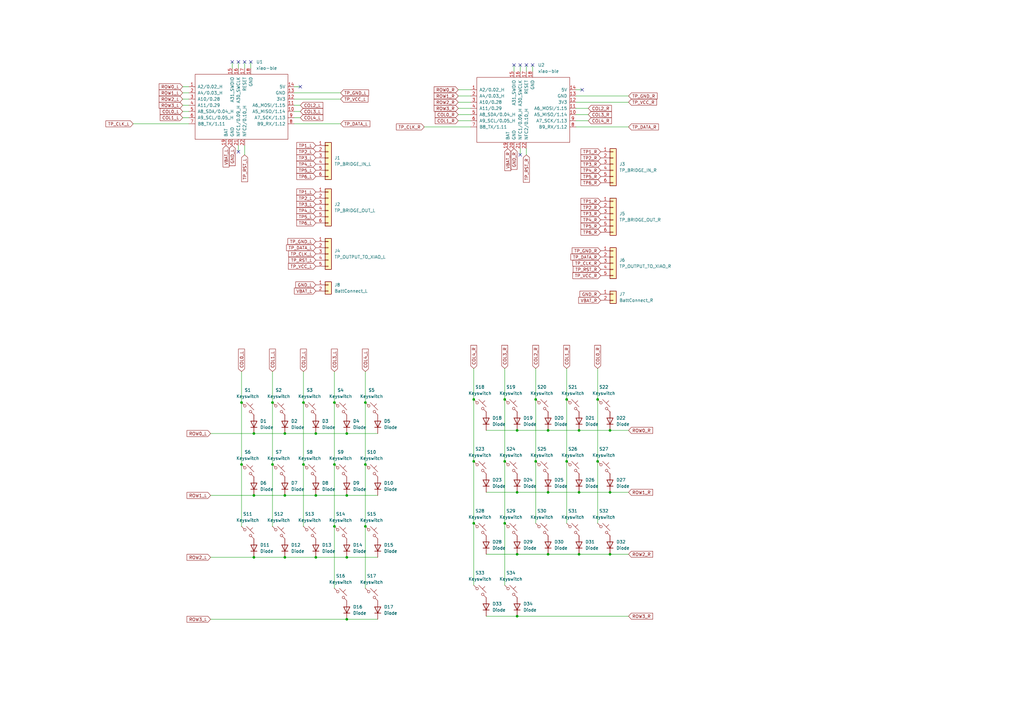
<source format=kicad_sch>
(kicad_sch
	(version 20231120)
	(generator "eeschema")
	(generator_version "8.0")
	(uuid "c981cfbc-cc71-4d5c-9157-c2e63558f690")
	(paper "A3")
	(lib_symbols
		(symbol "Connector_Generic:Conn_01x02"
			(pin_names
				(offset 1.016) hide)
			(exclude_from_sim no)
			(in_bom yes)
			(on_board yes)
			(property "Reference" "J"
				(at 0 2.54 0)
				(effects
					(font
						(size 1.27 1.27)
					)
				)
			)
			(property "Value" "Conn_01x02"
				(at 0 -5.08 0)
				(effects
					(font
						(size 1.27 1.27)
					)
				)
			)
			(property "Footprint" ""
				(at 0 0 0)
				(effects
					(font
						(size 1.27 1.27)
					)
					(hide yes)
				)
			)
			(property "Datasheet" "~"
				(at 0 0 0)
				(effects
					(font
						(size 1.27 1.27)
					)
					(hide yes)
				)
			)
			(property "Description" "Generic connector, single row, 01x02, script generated (kicad-library-utils/schlib/autogen/connector/)"
				(at 0 0 0)
				(effects
					(font
						(size 1.27 1.27)
					)
					(hide yes)
				)
			)
			(property "ki_keywords" "connector"
				(at 0 0 0)
				(effects
					(font
						(size 1.27 1.27)
					)
					(hide yes)
				)
			)
			(property "ki_fp_filters" "Connector*:*_1x??_*"
				(at 0 0 0)
				(effects
					(font
						(size 1.27 1.27)
					)
					(hide yes)
				)
			)
			(symbol "Conn_01x02_1_1"
				(rectangle
					(start -1.27 -2.413)
					(end 0 -2.667)
					(stroke
						(width 0.1524)
						(type default)
					)
					(fill
						(type none)
					)
				)
				(rectangle
					(start -1.27 0.127)
					(end 0 -0.127)
					(stroke
						(width 0.1524)
						(type default)
					)
					(fill
						(type none)
					)
				)
				(rectangle
					(start -1.27 1.27)
					(end 1.27 -3.81)
					(stroke
						(width 0.254)
						(type default)
					)
					(fill
						(type background)
					)
				)
				(pin passive line
					(at -5.08 0 0)
					(length 3.81)
					(name "Pin_1"
						(effects
							(font
								(size 1.27 1.27)
							)
						)
					)
					(number "1"
						(effects
							(font
								(size 1.27 1.27)
							)
						)
					)
				)
				(pin passive line
					(at -5.08 -2.54 0)
					(length 3.81)
					(name "Pin_2"
						(effects
							(font
								(size 1.27 1.27)
							)
						)
					)
					(number "2"
						(effects
							(font
								(size 1.27 1.27)
							)
						)
					)
				)
			)
		)
		(symbol "Connector_Generic:Conn_01x05"
			(pin_names
				(offset 1.016) hide)
			(exclude_from_sim no)
			(in_bom yes)
			(on_board yes)
			(property "Reference" "J"
				(at 0 7.62 0)
				(effects
					(font
						(size 1.27 1.27)
					)
				)
			)
			(property "Value" "Conn_01x05"
				(at 0 -7.62 0)
				(effects
					(font
						(size 1.27 1.27)
					)
				)
			)
			(property "Footprint" ""
				(at 0 0 0)
				(effects
					(font
						(size 1.27 1.27)
					)
					(hide yes)
				)
			)
			(property "Datasheet" "~"
				(at 0 0 0)
				(effects
					(font
						(size 1.27 1.27)
					)
					(hide yes)
				)
			)
			(property "Description" "Generic connector, single row, 01x05, script generated (kicad-library-utils/schlib/autogen/connector/)"
				(at 0 0 0)
				(effects
					(font
						(size 1.27 1.27)
					)
					(hide yes)
				)
			)
			(property "ki_keywords" "connector"
				(at 0 0 0)
				(effects
					(font
						(size 1.27 1.27)
					)
					(hide yes)
				)
			)
			(property "ki_fp_filters" "Connector*:*_1x??_*"
				(at 0 0 0)
				(effects
					(font
						(size 1.27 1.27)
					)
					(hide yes)
				)
			)
			(symbol "Conn_01x05_1_1"
				(rectangle
					(start -1.27 -4.953)
					(end 0 -5.207)
					(stroke
						(width 0.1524)
						(type default)
					)
					(fill
						(type none)
					)
				)
				(rectangle
					(start -1.27 -2.413)
					(end 0 -2.667)
					(stroke
						(width 0.1524)
						(type default)
					)
					(fill
						(type none)
					)
				)
				(rectangle
					(start -1.27 0.127)
					(end 0 -0.127)
					(stroke
						(width 0.1524)
						(type default)
					)
					(fill
						(type none)
					)
				)
				(rectangle
					(start -1.27 2.667)
					(end 0 2.413)
					(stroke
						(width 0.1524)
						(type default)
					)
					(fill
						(type none)
					)
				)
				(rectangle
					(start -1.27 5.207)
					(end 0 4.953)
					(stroke
						(width 0.1524)
						(type default)
					)
					(fill
						(type none)
					)
				)
				(rectangle
					(start -1.27 6.35)
					(end 1.27 -6.35)
					(stroke
						(width 0.254)
						(type default)
					)
					(fill
						(type background)
					)
				)
				(pin passive line
					(at -5.08 5.08 0)
					(length 3.81)
					(name "Pin_1"
						(effects
							(font
								(size 1.27 1.27)
							)
						)
					)
					(number "1"
						(effects
							(font
								(size 1.27 1.27)
							)
						)
					)
				)
				(pin passive line
					(at -5.08 2.54 0)
					(length 3.81)
					(name "Pin_2"
						(effects
							(font
								(size 1.27 1.27)
							)
						)
					)
					(number "2"
						(effects
							(font
								(size 1.27 1.27)
							)
						)
					)
				)
				(pin passive line
					(at -5.08 0 0)
					(length 3.81)
					(name "Pin_3"
						(effects
							(font
								(size 1.27 1.27)
							)
						)
					)
					(number "3"
						(effects
							(font
								(size 1.27 1.27)
							)
						)
					)
				)
				(pin passive line
					(at -5.08 -2.54 0)
					(length 3.81)
					(name "Pin_4"
						(effects
							(font
								(size 1.27 1.27)
							)
						)
					)
					(number "4"
						(effects
							(font
								(size 1.27 1.27)
							)
						)
					)
				)
				(pin passive line
					(at -5.08 -5.08 0)
					(length 3.81)
					(name "Pin_5"
						(effects
							(font
								(size 1.27 1.27)
							)
						)
					)
					(number "5"
						(effects
							(font
								(size 1.27 1.27)
							)
						)
					)
				)
			)
		)
		(symbol "Connector_Generic:Conn_01x06"
			(pin_names
				(offset 1.016) hide)
			(exclude_from_sim no)
			(in_bom yes)
			(on_board yes)
			(property "Reference" "J"
				(at 0 7.62 0)
				(effects
					(font
						(size 1.27 1.27)
					)
				)
			)
			(property "Value" "Conn_01x06"
				(at 0 -10.16 0)
				(effects
					(font
						(size 1.27 1.27)
					)
				)
			)
			(property "Footprint" ""
				(at 0 0 0)
				(effects
					(font
						(size 1.27 1.27)
					)
					(hide yes)
				)
			)
			(property "Datasheet" "~"
				(at 0 0 0)
				(effects
					(font
						(size 1.27 1.27)
					)
					(hide yes)
				)
			)
			(property "Description" "Generic connector, single row, 01x06, script generated (kicad-library-utils/schlib/autogen/connector/)"
				(at 0 0 0)
				(effects
					(font
						(size 1.27 1.27)
					)
					(hide yes)
				)
			)
			(property "ki_keywords" "connector"
				(at 0 0 0)
				(effects
					(font
						(size 1.27 1.27)
					)
					(hide yes)
				)
			)
			(property "ki_fp_filters" "Connector*:*_1x??_*"
				(at 0 0 0)
				(effects
					(font
						(size 1.27 1.27)
					)
					(hide yes)
				)
			)
			(symbol "Conn_01x06_1_1"
				(rectangle
					(start -1.27 -7.493)
					(end 0 -7.747)
					(stroke
						(width 0.1524)
						(type default)
					)
					(fill
						(type none)
					)
				)
				(rectangle
					(start -1.27 -4.953)
					(end 0 -5.207)
					(stroke
						(width 0.1524)
						(type default)
					)
					(fill
						(type none)
					)
				)
				(rectangle
					(start -1.27 -2.413)
					(end 0 -2.667)
					(stroke
						(width 0.1524)
						(type default)
					)
					(fill
						(type none)
					)
				)
				(rectangle
					(start -1.27 0.127)
					(end 0 -0.127)
					(stroke
						(width 0.1524)
						(type default)
					)
					(fill
						(type none)
					)
				)
				(rectangle
					(start -1.27 2.667)
					(end 0 2.413)
					(stroke
						(width 0.1524)
						(type default)
					)
					(fill
						(type none)
					)
				)
				(rectangle
					(start -1.27 5.207)
					(end 0 4.953)
					(stroke
						(width 0.1524)
						(type default)
					)
					(fill
						(type none)
					)
				)
				(rectangle
					(start -1.27 6.35)
					(end 1.27 -8.89)
					(stroke
						(width 0.254)
						(type default)
					)
					(fill
						(type background)
					)
				)
				(pin passive line
					(at -5.08 5.08 0)
					(length 3.81)
					(name "Pin_1"
						(effects
							(font
								(size 1.27 1.27)
							)
						)
					)
					(number "1"
						(effects
							(font
								(size 1.27 1.27)
							)
						)
					)
				)
				(pin passive line
					(at -5.08 2.54 0)
					(length 3.81)
					(name "Pin_2"
						(effects
							(font
								(size 1.27 1.27)
							)
						)
					)
					(number "2"
						(effects
							(font
								(size 1.27 1.27)
							)
						)
					)
				)
				(pin passive line
					(at -5.08 0 0)
					(length 3.81)
					(name "Pin_3"
						(effects
							(font
								(size 1.27 1.27)
							)
						)
					)
					(number "3"
						(effects
							(font
								(size 1.27 1.27)
							)
						)
					)
				)
				(pin passive line
					(at -5.08 -2.54 0)
					(length 3.81)
					(name "Pin_4"
						(effects
							(font
								(size 1.27 1.27)
							)
						)
					)
					(number "4"
						(effects
							(font
								(size 1.27 1.27)
							)
						)
					)
				)
				(pin passive line
					(at -5.08 -5.08 0)
					(length 3.81)
					(name "Pin_5"
						(effects
							(font
								(size 1.27 1.27)
							)
						)
					)
					(number "5"
						(effects
							(font
								(size 1.27 1.27)
							)
						)
					)
				)
				(pin passive line
					(at -5.08 -7.62 0)
					(length 3.81)
					(name "Pin_6"
						(effects
							(font
								(size 1.27 1.27)
							)
						)
					)
					(number "6"
						(effects
							(font
								(size 1.27 1.27)
							)
						)
					)
				)
			)
		)
		(symbol "ScottoKeebs:Placeholder_Diode"
			(pin_numbers hide)
			(pin_names hide)
			(exclude_from_sim no)
			(in_bom yes)
			(on_board yes)
			(property "Reference" "D"
				(at 0 2.54 0)
				(effects
					(font
						(size 1.27 1.27)
					)
				)
			)
			(property "Value" "Diode"
				(at 0 -2.54 0)
				(effects
					(font
						(size 1.27 1.27)
					)
				)
			)
			(property "Footprint" ""
				(at 0 0 0)
				(effects
					(font
						(size 1.27 1.27)
					)
					(hide yes)
				)
			)
			(property "Datasheet" ""
				(at 0 0 0)
				(effects
					(font
						(size 1.27 1.27)
					)
					(hide yes)
				)
			)
			(property "Description" "1N4148 (DO-35) or 1N4148W (SOD-123)"
				(at 0 0 0)
				(effects
					(font
						(size 1.27 1.27)
					)
					(hide yes)
				)
			)
			(property "Sim.Device" "D"
				(at 0 0 0)
				(effects
					(font
						(size 1.27 1.27)
					)
					(hide yes)
				)
			)
			(property "Sim.Pins" "1=K 2=A"
				(at 0 0 0)
				(effects
					(font
						(size 1.27 1.27)
					)
					(hide yes)
				)
			)
			(property "ki_keywords" "diode"
				(at 0 0 0)
				(effects
					(font
						(size 1.27 1.27)
					)
					(hide yes)
				)
			)
			(property "ki_fp_filters" "D*DO?35*"
				(at 0 0 0)
				(effects
					(font
						(size 1.27 1.27)
					)
					(hide yes)
				)
			)
			(symbol "Placeholder_Diode_0_1"
				(polyline
					(pts
						(xy -1.27 1.27) (xy -1.27 -1.27)
					)
					(stroke
						(width 0.254)
						(type default)
					)
					(fill
						(type none)
					)
				)
				(polyline
					(pts
						(xy 1.27 0) (xy -1.27 0)
					)
					(stroke
						(width 0)
						(type default)
					)
					(fill
						(type none)
					)
				)
				(polyline
					(pts
						(xy 1.27 1.27) (xy 1.27 -1.27) (xy -1.27 0) (xy 1.27 1.27)
					)
					(stroke
						(width 0.254)
						(type default)
					)
					(fill
						(type none)
					)
				)
			)
			(symbol "Placeholder_Diode_1_1"
				(pin passive line
					(at -3.81 0 0)
					(length 2.54)
					(name "K"
						(effects
							(font
								(size 1.27 1.27)
							)
						)
					)
					(number "1"
						(effects
							(font
								(size 1.27 1.27)
							)
						)
					)
				)
				(pin passive line
					(at 3.81 0 180)
					(length 2.54)
					(name "A"
						(effects
							(font
								(size 1.27 1.27)
							)
						)
					)
					(number "2"
						(effects
							(font
								(size 1.27 1.27)
							)
						)
					)
				)
			)
		)
		(symbol "ScottoKeebs:Placeholder_Keyswitch"
			(pin_numbers hide)
			(pin_names
				(offset 1.016) hide)
			(exclude_from_sim no)
			(in_bom yes)
			(on_board yes)
			(property "Reference" "S"
				(at 3.048 1.016 0)
				(effects
					(font
						(size 1.27 1.27)
					)
					(justify left)
				)
			)
			(property "Value" "Keyswitch"
				(at 0 -3.81 0)
				(effects
					(font
						(size 1.27 1.27)
					)
				)
			)
			(property "Footprint" ""
				(at 0 0 0)
				(effects
					(font
						(size 1.27 1.27)
					)
					(hide yes)
				)
			)
			(property "Datasheet" "~"
				(at 0 0 0)
				(effects
					(font
						(size 1.27 1.27)
					)
					(hide yes)
				)
			)
			(property "Description" "Push button switch, normally open, two pins, 45° tilted"
				(at 0 0 0)
				(effects
					(font
						(size 1.27 1.27)
					)
					(hide yes)
				)
			)
			(property "ki_keywords" "switch normally-open pushbutton push-button"
				(at 0 0 0)
				(effects
					(font
						(size 1.27 1.27)
					)
					(hide yes)
				)
			)
			(symbol "Placeholder_Keyswitch_0_1"
				(circle
					(center -1.1684 1.1684)
					(radius 0.508)
					(stroke
						(width 0)
						(type default)
					)
					(fill
						(type none)
					)
				)
				(polyline
					(pts
						(xy -0.508 2.54) (xy 2.54 -0.508)
					)
					(stroke
						(width 0)
						(type default)
					)
					(fill
						(type none)
					)
				)
				(polyline
					(pts
						(xy 1.016 1.016) (xy 2.032 2.032)
					)
					(stroke
						(width 0)
						(type default)
					)
					(fill
						(type none)
					)
				)
				(polyline
					(pts
						(xy -2.54 2.54) (xy -1.524 1.524) (xy -1.524 1.524)
					)
					(stroke
						(width 0)
						(type default)
					)
					(fill
						(type none)
					)
				)
				(polyline
					(pts
						(xy 1.524 -1.524) (xy 2.54 -2.54) (xy 2.54 -2.54) (xy 2.54 -2.54)
					)
					(stroke
						(width 0)
						(type default)
					)
					(fill
						(type none)
					)
				)
				(circle
					(center 1.143 -1.1938)
					(radius 0.508)
					(stroke
						(width 0)
						(type default)
					)
					(fill
						(type none)
					)
				)
				(pin passive line
					(at -2.54 2.54 0)
					(length 0)
					(name "1"
						(effects
							(font
								(size 1.27 1.27)
							)
						)
					)
					(number "1"
						(effects
							(font
								(size 1.27 1.27)
							)
						)
					)
				)
				(pin passive line
					(at 2.54 -2.54 180)
					(length 0)
					(name "2"
						(effects
							(font
								(size 1.27 1.27)
							)
						)
					)
					(number "2"
						(effects
							(font
								(size 1.27 1.27)
							)
						)
					)
				)
			)
		)
		(symbol "xiao-ble:xiao-ble"
			(pin_names
				(offset 1.016)
			)
			(exclude_from_sim no)
			(in_bom yes)
			(on_board yes)
			(property "Reference" "U1"
				(at -19.304 17.78 0)
				(effects
					(font
						(size 1.27 1.27)
					)
					(justify left)
				)
			)
			(property "Value" "xiao-ble"
				(at -19.304 15.24 0)
				(effects
					(font
						(size 1.27 1.27)
					)
					(justify left)
				)
			)
			(property "Footprint" "TOTEMlib:xiao-ble-smd-cutout"
				(at -7.62 5.08 0)
				(effects
					(font
						(size 1.27 1.27)
					)
					(hide yes)
				)
			)
			(property "Datasheet" ""
				(at -7.62 5.08 0)
				(effects
					(font
						(size 1.27 1.27)
					)
					(hide yes)
				)
			)
			(property "Description" ""
				(at 0 0 0)
				(effects
					(font
						(size 1.27 1.27)
					)
					(hide yes)
				)
			)
			(symbol "xiao-ble_0_1"
				(rectangle
					(start -19.05 12.7)
					(end 19.05 -13.97)
					(stroke
						(width 0)
						(type default)
					)
					(fill
						(type none)
					)
				)
			)
			(symbol "xiao-ble_1_1"
				(pin bidirectional line
					(at -21.59 7.62 0)
					(length 2.54)
					(name "A2/0.02_H"
						(effects
							(font
								(size 1.27 1.27)
							)
						)
					)
					(number "1"
						(effects
							(font
								(size 1.27 1.27)
							)
						)
					)
				)
				(pin bidirectional line
					(at 21.59 -2.54 180)
					(length 2.54)
					(name "A5_MISO/1.14"
						(effects
							(font
								(size 1.27 1.27)
							)
						)
					)
					(number "10"
						(effects
							(font
								(size 1.27 1.27)
							)
						)
					)
				)
				(pin bidirectional line
					(at 21.59 0 180)
					(length 2.54)
					(name "A6_MOSI/1.15"
						(effects
							(font
								(size 1.27 1.27)
							)
						)
					)
					(number "11"
						(effects
							(font
								(size 1.27 1.27)
							)
						)
					)
				)
				(pin power_out line
					(at 21.59 2.54 180)
					(length 2.54)
					(name "3V3"
						(effects
							(font
								(size 1.27 1.27)
							)
						)
					)
					(number "12"
						(effects
							(font
								(size 1.27 1.27)
							)
						)
					)
				)
				(pin power_out line
					(at 21.59 5.08 180)
					(length 2.54)
					(name "GND"
						(effects
							(font
								(size 1.27 1.27)
							)
						)
					)
					(number "13"
						(effects
							(font
								(size 1.27 1.27)
							)
						)
					)
				)
				(pin power_out line
					(at 21.59 7.62 180)
					(length 2.54)
					(name "5V"
						(effects
							(font
								(size 1.27 1.27)
							)
						)
					)
					(number "14"
						(effects
							(font
								(size 1.27 1.27)
							)
						)
					)
				)
				(pin input line
					(at -3.81 15.24 270)
					(length 2.54)
					(name "A31_SWDIO"
						(effects
							(font
								(size 1.27 1.27)
							)
						)
					)
					(number "15"
						(effects
							(font
								(size 1.27 1.27)
							)
						)
					)
				)
				(pin input line
					(at -1.27 15.24 270)
					(length 2.54)
					(name "A30_SWCLK"
						(effects
							(font
								(size 1.27 1.27)
							)
						)
					)
					(number "16"
						(effects
							(font
								(size 1.27 1.27)
							)
						)
					)
				)
				(pin input line
					(at 1.27 15.24 270)
					(length 2.54)
					(name "RESET"
						(effects
							(font
								(size 1.27 1.27)
							)
						)
					)
					(number "17"
						(effects
							(font
								(size 1.27 1.27)
							)
						)
					)
				)
				(pin power_out line
					(at 3.81 15.24 270)
					(length 2.54)
					(name "GND"
						(effects
							(font
								(size 1.27 1.27)
							)
						)
					)
					(number "18"
						(effects
							(font
								(size 1.27 1.27)
							)
						)
					)
				)
				(pin bidirectional line
					(at -6.35 -16.51 90)
					(length 2.54)
					(name "BAT"
						(effects
							(font
								(size 1.27 1.27)
							)
						)
					)
					(number "19"
						(effects
							(font
								(size 1.27 1.27)
							)
						)
					)
				)
				(pin bidirectional line
					(at -21.59 5.08 0)
					(length 2.54)
					(name "A4/0.03_H"
						(effects
							(font
								(size 1.27 1.27)
							)
						)
					)
					(number "2"
						(effects
							(font
								(size 1.27 1.27)
							)
						)
					)
				)
				(pin power_out line
					(at -3.81 -16.51 90)
					(length 2.54)
					(name "GND"
						(effects
							(font
								(size 1.27 1.27)
							)
						)
					)
					(number "20"
						(effects
							(font
								(size 1.27 1.27)
							)
						)
					)
				)
				(pin bidirectional line
					(at -1.27 -16.51 90)
					(length 2.54)
					(name "NFC1/0.09_H"
						(effects
							(font
								(size 1.27 1.27)
							)
						)
					)
					(number "21"
						(effects
							(font
								(size 1.27 1.27)
							)
						)
					)
				)
				(pin bidirectional line
					(at 1.27 -16.51 90)
					(length 2.54)
					(name "NFC2/0.10_H"
						(effects
							(font
								(size 1.27 1.27)
							)
						)
					)
					(number "22"
						(effects
							(font
								(size 1.27 1.27)
							)
						)
					)
				)
				(pin bidirectional line
					(at -21.59 2.54 0)
					(length 2.54)
					(name "A10/0.28"
						(effects
							(font
								(size 1.27 1.27)
							)
						)
					)
					(number "3"
						(effects
							(font
								(size 1.27 1.27)
							)
						)
					)
				)
				(pin bidirectional line
					(at -21.59 0 0)
					(length 2.54)
					(name "A11/0.29"
						(effects
							(font
								(size 1.27 1.27)
							)
						)
					)
					(number "4"
						(effects
							(font
								(size 1.27 1.27)
							)
						)
					)
				)
				(pin bidirectional line
					(at -21.59 -2.54 0)
					(length 2.54)
					(name "A8_SDA/0.04_H"
						(effects
							(font
								(size 1.27 1.27)
							)
						)
					)
					(number "5"
						(effects
							(font
								(size 1.27 1.27)
							)
						)
					)
				)
				(pin bidirectional line
					(at -21.59 -5.08 0)
					(length 2.54)
					(name "A9_SCL/0.05_H"
						(effects
							(font
								(size 1.27 1.27)
							)
						)
					)
					(number "6"
						(effects
							(font
								(size 1.27 1.27)
							)
						)
					)
				)
				(pin bidirectional line
					(at -21.59 -7.62 0)
					(length 2.54)
					(name "B8_TX/1.11"
						(effects
							(font
								(size 1.27 1.27)
							)
						)
					)
					(number "7"
						(effects
							(font
								(size 1.27 1.27)
							)
						)
					)
				)
				(pin bidirectional line
					(at 21.59 -7.62 180)
					(length 2.54)
					(name "B9_RX/1.12"
						(effects
							(font
								(size 1.27 1.27)
							)
						)
					)
					(number "8"
						(effects
							(font
								(size 1.27 1.27)
							)
						)
					)
				)
				(pin bidirectional line
					(at 21.59 -5.08 180)
					(length 2.54)
					(name "A7_SCK/1.13"
						(effects
							(font
								(size 1.27 1.27)
							)
						)
					)
					(number "9"
						(effects
							(font
								(size 1.27 1.27)
							)
						)
					)
				)
			)
		)
	)
	(junction
		(at 207.01 189.23)
		(diameter 0)
		(color 0 0 0 0)
		(uuid "005fafac-21ba-42cf-b2df-6c2d5355980a")
	)
	(junction
		(at 245.11 189.23)
		(diameter 0)
		(color 0 0 0 0)
		(uuid "170cba50-26b4-4fb5-880b-65755ae74ffa")
	)
	(junction
		(at 232.41 189.23)
		(diameter 0)
		(color 0 0 0 0)
		(uuid "1b6e70c3-a41c-498b-8838-8388e936658b")
	)
	(junction
		(at 237.49 201.93)
		(diameter 0)
		(color 0 0 0 0)
		(uuid "2207c1cf-123b-4a03-b279-1588550cc70d")
	)
	(junction
		(at 194.31 189.23)
		(diameter 0)
		(color 0 0 0 0)
		(uuid "240ff386-7a77-4b46-a130-bc5ea07c8f2a")
	)
	(junction
		(at 237.49 176.53)
		(diameter 0)
		(color 0 0 0 0)
		(uuid "2a29bd72-a33b-4c57-988e-119338954a8f")
	)
	(junction
		(at 224.79 201.93)
		(diameter 0)
		(color 0 0 0 0)
		(uuid "2a9461d5-9cad-49c7-ab8d-a3985646926b")
	)
	(junction
		(at 111.76 165.1)
		(diameter 0)
		(color 0 0 0 0)
		(uuid "33272887-e5f7-4eba-ad4d-50edd732fa9b")
	)
	(junction
		(at 99.06 190.5)
		(diameter 0)
		(color 0 0 0 0)
		(uuid "34977028-f947-4381-bc04-1f2b2091c601")
	)
	(junction
		(at 116.84 228.6)
		(diameter 0)
		(color 0 0 0 0)
		(uuid "369b27ba-9168-43c7-8c8e-b9616238eb3e")
	)
	(junction
		(at 219.71 163.83)
		(diameter 0)
		(color 0 0 0 0)
		(uuid "3853ed4a-795d-449d-9d04-b5cfe808ebc9")
	)
	(junction
		(at 237.49 227.33)
		(diameter 0)
		(color 0 0 0 0)
		(uuid "3c0736a8-eb3e-428d-ace3-f89a13b93906")
	)
	(junction
		(at 212.09 252.73)
		(diameter 0)
		(color 0 0 0 0)
		(uuid "4488f200-d79c-41d6-bf36-9bef1fb1f8fb")
	)
	(junction
		(at 129.54 228.6)
		(diameter 0)
		(color 0 0 0 0)
		(uuid "475cad12-011d-423f-9363-9e730f125158")
	)
	(junction
		(at 224.79 176.53)
		(diameter 0)
		(color 0 0 0 0)
		(uuid "4b06a38b-4041-421b-b9d1-7f3833242341")
	)
	(junction
		(at 149.86 190.5)
		(diameter 0)
		(color 0 0 0 0)
		(uuid "4bdc3014-a9c6-4fd7-94cf-f6ce63d02139")
	)
	(junction
		(at 142.24 203.2)
		(diameter 0)
		(color 0 0 0 0)
		(uuid "4c098c36-da36-47fa-87f5-0e945db781d2")
	)
	(junction
		(at 124.46 165.1)
		(diameter 0)
		(color 0 0 0 0)
		(uuid "4d1823ab-6fa2-4ad9-9c7b-11c479a70bb8")
	)
	(junction
		(at 250.19 201.93)
		(diameter 0)
		(color 0 0 0 0)
		(uuid "5e003725-e9ad-4b3d-be6a-d94d7cefc2a5")
	)
	(junction
		(at 99.06 165.1)
		(diameter 0)
		(color 0 0 0 0)
		(uuid "629824ad-3c46-4ac4-946c-387536e52b29")
	)
	(junction
		(at 207.01 163.83)
		(diameter 0)
		(color 0 0 0 0)
		(uuid "6364765d-92f0-44fc-b542-65cdcccc09c6")
	)
	(junction
		(at 137.16 190.5)
		(diameter 0)
		(color 0 0 0 0)
		(uuid "643e3f9d-3383-4313-afe5-d5fe2a39a59f")
	)
	(junction
		(at 104.14 203.2)
		(diameter 0)
		(color 0 0 0 0)
		(uuid "71b9bdd8-1e3a-422b-84e5-3e363a3f5c85")
	)
	(junction
		(at 149.86 215.9)
		(diameter 0)
		(color 0 0 0 0)
		(uuid "769b4388-b5a0-4923-8920-213d4819795a")
	)
	(junction
		(at 224.79 227.33)
		(diameter 0)
		(color 0 0 0 0)
		(uuid "78ddccb1-1b00-4704-a887-add63ceba824")
	)
	(junction
		(at 116.84 203.2)
		(diameter 0)
		(color 0 0 0 0)
		(uuid "82ecac07-b720-4f90-aa04-ecd665ffae84")
	)
	(junction
		(at 142.24 177.8)
		(diameter 0)
		(color 0 0 0 0)
		(uuid "8318621c-493b-4ac2-93d8-6e18140ec5ad")
	)
	(junction
		(at 212.09 201.93)
		(diameter 0)
		(color 0 0 0 0)
		(uuid "8d9e037a-d282-44c5-ba56-1cb52f981d7c")
	)
	(junction
		(at 250.19 176.53)
		(diameter 0)
		(color 0 0 0 0)
		(uuid "8e37155e-4c54-4146-9295-c0b0464c0135")
	)
	(junction
		(at 142.24 228.6)
		(diameter 0)
		(color 0 0 0 0)
		(uuid "9b14b6ac-ea77-42d0-aa99-92e367616a51")
	)
	(junction
		(at 232.41 163.83)
		(diameter 0)
		(color 0 0 0 0)
		(uuid "a59cef73-611e-447a-8e87-c2ca4ce6650e")
	)
	(junction
		(at 104.14 228.6)
		(diameter 0)
		(color 0 0 0 0)
		(uuid "a8b3aed5-8c28-44de-b5a3-ee30bd67a6bd")
	)
	(junction
		(at 212.09 176.53)
		(diameter 0)
		(color 0 0 0 0)
		(uuid "b519fc00-02a3-413a-ba08-739879900893")
	)
	(junction
		(at 129.54 177.8)
		(diameter 0)
		(color 0 0 0 0)
		(uuid "b5492dec-e484-4d8f-a719-d07a1a098eb9")
	)
	(junction
		(at 111.76 190.5)
		(diameter 0)
		(color 0 0 0 0)
		(uuid "b5b54ae6-e9d7-48c9-bc47-318fa0e2229c")
	)
	(junction
		(at 124.46 190.5)
		(diameter 0)
		(color 0 0 0 0)
		(uuid "b76d7ca5-bf0e-42bf-9316-9c8daae41210")
	)
	(junction
		(at 137.16 215.9)
		(diameter 0)
		(color 0 0 0 0)
		(uuid "bcb6cd43-2acc-454b-a39a-15157ac15244")
	)
	(junction
		(at 194.31 163.83)
		(diameter 0)
		(color 0 0 0 0)
		(uuid "bf3df217-80f2-4ec9-9a91-56cdc510ea25")
	)
	(junction
		(at 116.84 177.8)
		(diameter 0)
		(color 0 0 0 0)
		(uuid "c0ea90a3-af00-4a9b-aa1d-df2c8b9096a0")
	)
	(junction
		(at 207.01 214.63)
		(diameter 0)
		(color 0 0 0 0)
		(uuid "c5b51006-74ef-4e51-aa07-0cce6f794f83")
	)
	(junction
		(at 212.09 227.33)
		(diameter 0)
		(color 0 0 0 0)
		(uuid "cca5b511-9fe2-4162-9766-bd0dbf686fc8")
	)
	(junction
		(at 219.71 189.23)
		(diameter 0)
		(color 0 0 0 0)
		(uuid "d39eb73e-d44d-4bb0-a2b0-2d69d7c1e7b6")
	)
	(junction
		(at 137.16 165.1)
		(diameter 0)
		(color 0 0 0 0)
		(uuid "d902ce56-5b0e-4aa6-916a-5b32d7708bab")
	)
	(junction
		(at 104.14 177.8)
		(diameter 0)
		(color 0 0 0 0)
		(uuid "e718b949-c377-42b6-8ba3-b6997df62139")
	)
	(junction
		(at 194.31 214.63)
		(diameter 0)
		(color 0 0 0 0)
		(uuid "eac11250-7896-4aa9-bcfb-b2ecfe3fdf6c")
	)
	(junction
		(at 142.24 254)
		(diameter 0)
		(color 0 0 0 0)
		(uuid "ef107758-a286-433f-8c62-33a33916d3c7")
	)
	(junction
		(at 129.54 203.2)
		(diameter 0)
		(color 0 0 0 0)
		(uuid "f09b8dca-650a-43b1-8b15-9d3e7ab13bcc")
	)
	(junction
		(at 245.11 163.83)
		(diameter 0)
		(color 0 0 0 0)
		(uuid "f48d7ccb-544e-4f77-9e93-1fc4e14e7ae2")
	)
	(junction
		(at 149.86 165.1)
		(diameter 0)
		(color 0 0 0 0)
		(uuid "f99eb1bf-1430-4b83-b2ad-42726edeb6f2")
	)
	(junction
		(at 250.19 227.33)
		(diameter 0)
		(color 0 0 0 0)
		(uuid "fb8b5bc7-e2e5-49bf-8feb-e9c24ec45310")
	)
	(no_connect
		(at 100.33 25.4)
		(uuid "08e1b9d3-b18f-4413-91d7-8f57aef8f63f")
	)
	(no_connect
		(at 238.76 36.83)
		(uuid "201dc966-e1eb-484b-8155-3c6d66c75c6c")
	)
	(no_connect
		(at 213.36 63.5)
		(uuid "27faeacc-06f3-4ed5-acb0-f859f659eb92")
	)
	(no_connect
		(at 102.87 25.4)
		(uuid "5af4f6d5-3510-4eda-81b5-2924c622ea75")
	)
	(no_connect
		(at 218.44 26.67)
		(uuid "5c952ef0-519c-42b9-a069-378ae13ae191")
	)
	(no_connect
		(at 123.19 35.56)
		(uuid "6e1ca3b9-40e0-447b-bbe5-9cce903089a7")
	)
	(no_connect
		(at 97.79 62.23)
		(uuid "732392b4-7f83-4f46-ab57-89f428396af3")
	)
	(no_connect
		(at 97.79 25.4)
		(uuid "76340845-6284-4cdc-92f8-c3fc15151294")
	)
	(no_connect
		(at 210.82 26.67)
		(uuid "e49e8d61-6c81-4d1e-b945-f24a9f35d028")
	)
	(no_connect
		(at 215.9 26.67)
		(uuid "e7ab35b0-9333-4551-8a1c-f3a0d7df4464")
	)
	(no_connect
		(at 213.36 26.67)
		(uuid "f42e8640-a517-4a8d-846f-83c480ccc3c1")
	)
	(no_connect
		(at 95.25 25.4)
		(uuid "f674fa63-6d1d-4a80-8f85-49b85d9974e5")
	)
	(wire
		(pts
			(xy 207.01 189.23) (xy 207.01 214.63)
		)
		(stroke
			(width 0)
			(type default)
		)
		(uuid "02039179-7052-44e4-a1df-3acdfca1b0dc")
	)
	(wire
		(pts
			(xy 116.84 203.2) (xy 129.54 203.2)
		)
		(stroke
			(width 0)
			(type default)
		)
		(uuid "05db473e-d185-486b-9a6d-3c13e43b712e")
	)
	(wire
		(pts
			(xy 104.14 203.2) (xy 116.84 203.2)
		)
		(stroke
			(width 0)
			(type default)
		)
		(uuid "0603d5a2-52f8-4ff2-a445-9f40ae06260f")
	)
	(wire
		(pts
			(xy 236.22 52.07) (xy 257.81 52.07)
		)
		(stroke
			(width 0)
			(type default)
		)
		(uuid "07fb81b1-3069-4cf6-abd8-ecf0a53218dd")
	)
	(wire
		(pts
			(xy 212.09 252.73) (xy 257.81 252.73)
		)
		(stroke
			(width 0)
			(type default)
		)
		(uuid "08f325ad-31ba-4e24-ba24-b98cfe991023")
	)
	(wire
		(pts
			(xy 194.31 151.13) (xy 194.31 163.83)
		)
		(stroke
			(width 0)
			(type default)
		)
		(uuid "098c9eb0-1927-4aaf-bbdb-a1f5e6457b44")
	)
	(wire
		(pts
			(xy 124.46 190.5) (xy 124.46 215.9)
		)
		(stroke
			(width 0)
			(type default)
		)
		(uuid "0a89fa76-43e1-4cd9-be9c-41bef485202d")
	)
	(wire
		(pts
			(xy 120.65 48.26) (xy 123.19 48.26)
		)
		(stroke
			(width 0)
			(type default)
		)
		(uuid "0adc18e8-5bc3-4511-8327-7000691bf9c2")
	)
	(wire
		(pts
			(xy 74.93 48.26) (xy 77.47 48.26)
		)
		(stroke
			(width 0)
			(type default)
		)
		(uuid "0b9621b4-99a4-4502-9f13-a6ff59b37d39")
	)
	(wire
		(pts
			(xy 137.16 152.4) (xy 137.16 165.1)
		)
		(stroke
			(width 0)
			(type default)
		)
		(uuid "10bcb284-901c-4a1f-8e8b-a1f199694d68")
	)
	(wire
		(pts
			(xy 99.06 165.1) (xy 99.06 190.5)
		)
		(stroke
			(width 0)
			(type default)
		)
		(uuid "122c83cf-23d1-4f12-bfb9-7e646badccad")
	)
	(wire
		(pts
			(xy 187.96 36.83) (xy 193.04 36.83)
		)
		(stroke
			(width 0)
			(type default)
		)
		(uuid "127c9990-02a8-4af1-8537-fb0e79dbe3ef")
	)
	(wire
		(pts
			(xy 250.19 176.53) (xy 257.81 176.53)
		)
		(stroke
			(width 0)
			(type default)
		)
		(uuid "18ab0c1d-da3c-42c3-a4a9-1dbf5f0d25e7")
	)
	(wire
		(pts
			(xy 250.19 201.93) (xy 257.81 201.93)
		)
		(stroke
			(width 0)
			(type default)
		)
		(uuid "1c088a4c-a003-45af-b567-14267ba234ad")
	)
	(wire
		(pts
			(xy 232.41 163.83) (xy 232.41 189.23)
		)
		(stroke
			(width 0)
			(type default)
		)
		(uuid "1f446963-3608-48c4-88c3-4e41a2f66408")
	)
	(wire
		(pts
			(xy 86.36 228.6) (xy 104.14 228.6)
		)
		(stroke
			(width 0)
			(type default)
		)
		(uuid "1f67baa6-f56f-4c60-bb44-1096e5bbe30d")
	)
	(wire
		(pts
			(xy 149.86 190.5) (xy 149.86 215.9)
		)
		(stroke
			(width 0)
			(type default)
		)
		(uuid "20a3f0ba-5b78-4ca6-8309-1309bf325797")
	)
	(wire
		(pts
			(xy 104.14 177.8) (xy 116.84 177.8)
		)
		(stroke
			(width 0)
			(type default)
		)
		(uuid "21ea3546-7a1f-46ae-937d-382081f9d92b")
	)
	(wire
		(pts
			(xy 149.86 215.9) (xy 149.86 241.3)
		)
		(stroke
			(width 0)
			(type default)
		)
		(uuid "2724caae-e2ed-4c1f-8a34-8cfc08fb0778")
	)
	(wire
		(pts
			(xy 219.71 151.13) (xy 219.71 163.83)
		)
		(stroke
			(width 0)
			(type default)
		)
		(uuid "274dafa8-0107-4b61-9d41-3bab22f08990")
	)
	(wire
		(pts
			(xy 99.06 190.5) (xy 99.06 215.9)
		)
		(stroke
			(width 0)
			(type default)
		)
		(uuid "2c3407e0-8401-4c17-a7b1-780510716c3f")
	)
	(wire
		(pts
			(xy 219.71 163.83) (xy 219.71 189.23)
		)
		(stroke
			(width 0)
			(type default)
		)
		(uuid "2c64de10-28ff-4811-8d00-4459304ea977")
	)
	(wire
		(pts
			(xy 74.93 45.72) (xy 77.47 45.72)
		)
		(stroke
			(width 0)
			(type default)
		)
		(uuid "2ea44ed0-79c2-4f77-a7f1-38b4377046af")
	)
	(wire
		(pts
			(xy 194.31 163.83) (xy 194.31 189.23)
		)
		(stroke
			(width 0)
			(type default)
		)
		(uuid "2f0a900c-86db-4520-bc12-4780965f77f6")
	)
	(wire
		(pts
			(xy 124.46 152.4) (xy 124.46 165.1)
		)
		(stroke
			(width 0)
			(type default)
		)
		(uuid "317c80d3-399a-42eb-a2fa-f9c0eae6ea28")
	)
	(wire
		(pts
			(xy 142.24 228.6) (xy 154.94 228.6)
		)
		(stroke
			(width 0)
			(type default)
		)
		(uuid "32d16d2d-5bf3-4990-a245-114001048855")
	)
	(wire
		(pts
			(xy 187.96 39.37) (xy 193.04 39.37)
		)
		(stroke
			(width 0)
			(type default)
		)
		(uuid "349cce45-77b6-4df8-857e-4a8fbce47c3f")
	)
	(wire
		(pts
			(xy 236.22 41.91) (xy 257.81 41.91)
		)
		(stroke
			(width 0)
			(type default)
		)
		(uuid "36a07def-ef1e-44f5-ae34-843a51973fc0")
	)
	(wire
		(pts
			(xy 54.61 50.8) (xy 77.47 50.8)
		)
		(stroke
			(width 0)
			(type default)
		)
		(uuid "38890fee-72fe-499d-b588-612f373f5875")
	)
	(wire
		(pts
			(xy 207.01 163.83) (xy 207.01 189.23)
		)
		(stroke
			(width 0)
			(type default)
		)
		(uuid "3922a6de-ddd2-4999-a423-aba23c3770cb")
	)
	(wire
		(pts
			(xy 97.79 59.69) (xy 97.79 62.23)
		)
		(stroke
			(width 0)
			(type default)
		)
		(uuid "3a53e7a6-deb0-4024-9f99-eae5357304c8")
	)
	(wire
		(pts
			(xy 129.54 228.6) (xy 142.24 228.6)
		)
		(stroke
			(width 0)
			(type default)
		)
		(uuid "3f1f5c60-d255-4d02-b5a6-d79eb4faa618")
	)
	(wire
		(pts
			(xy 212.09 201.93) (xy 224.79 201.93)
		)
		(stroke
			(width 0)
			(type default)
		)
		(uuid "40a9afc3-18af-4b92-a599-732fa69ae0b6")
	)
	(wire
		(pts
			(xy 74.93 43.18) (xy 77.47 43.18)
		)
		(stroke
			(width 0)
			(type default)
		)
		(uuid "4801854d-e6da-4aab-b5dd-75d08ddb6115")
	)
	(wire
		(pts
			(xy 120.65 40.64) (xy 139.7 40.64)
		)
		(stroke
			(width 0)
			(type default)
		)
		(uuid "499ff645-f318-4663-87e0-847d8547131b")
	)
	(wire
		(pts
			(xy 100.33 63.5) (xy 100.33 59.69)
		)
		(stroke
			(width 0)
			(type default)
		)
		(uuid "49e11073-4299-4aac-8f37-6988a1fd2288")
	)
	(wire
		(pts
			(xy 74.93 35.56) (xy 77.47 35.56)
		)
		(stroke
			(width 0)
			(type default)
		)
		(uuid "4aef283f-ed89-440c-8e9b-8a77d1221e84")
	)
	(wire
		(pts
			(xy 100.33 25.4) (xy 100.33 27.94)
		)
		(stroke
			(width 0)
			(type default)
		)
		(uuid "4b7e98fb-f136-4e7d-850e-d86f9079ab64")
	)
	(wire
		(pts
			(xy 237.49 227.33) (xy 250.19 227.33)
		)
		(stroke
			(width 0)
			(type default)
		)
		(uuid "5058a413-ee13-4c48-aa09-2e166b236238")
	)
	(wire
		(pts
			(xy 120.65 50.8) (xy 139.7 50.8)
		)
		(stroke
			(width 0)
			(type default)
		)
		(uuid "506cabb7-3d80-4a8a-b68e-0ea35306e0c1")
	)
	(wire
		(pts
			(xy 120.65 38.1) (xy 139.7 38.1)
		)
		(stroke
			(width 0)
			(type default)
		)
		(uuid "51e5fa3c-9e01-4bea-ad7c-61bd6f885a49")
	)
	(wire
		(pts
			(xy 199.39 227.33) (xy 212.09 227.33)
		)
		(stroke
			(width 0)
			(type default)
		)
		(uuid "53e7d9d3-86f9-4d13-ae0a-b57168e61e87")
	)
	(wire
		(pts
			(xy 194.31 214.63) (xy 194.31 240.03)
		)
		(stroke
			(width 0)
			(type default)
		)
		(uuid "551d5b4d-db37-4e96-8a5d-79ef4ab1efa7")
	)
	(wire
		(pts
			(xy 104.14 228.6) (xy 116.84 228.6)
		)
		(stroke
			(width 0)
			(type default)
		)
		(uuid "5a9213e5-b678-4501-b454-b233aa6c5f27")
	)
	(wire
		(pts
			(xy 236.22 49.53) (xy 241.3 49.53)
		)
		(stroke
			(width 0)
			(type default)
		)
		(uuid "64c96b74-b80f-4b83-8917-4ce011d98f78")
	)
	(wire
		(pts
			(xy 120.65 45.72) (xy 123.19 45.72)
		)
		(stroke
			(width 0)
			(type default)
		)
		(uuid "6850d769-72c2-4223-bd24-079b84dc7862")
	)
	(wire
		(pts
			(xy 74.93 38.1) (xy 77.47 38.1)
		)
		(stroke
			(width 0)
			(type default)
		)
		(uuid "691774cb-7b35-43f9-b8e7-d257b30f12d7")
	)
	(wire
		(pts
			(xy 187.96 41.91) (xy 193.04 41.91)
		)
		(stroke
			(width 0)
			(type default)
		)
		(uuid "6a9cee1e-e743-465c-aec7-cb23ad06f021")
	)
	(wire
		(pts
			(xy 111.76 165.1) (xy 111.76 190.5)
		)
		(stroke
			(width 0)
			(type default)
		)
		(uuid "6aab8b6b-0aaf-4822-9bc3-bdbe5197118e")
	)
	(wire
		(pts
			(xy 124.46 165.1) (xy 124.46 190.5)
		)
		(stroke
			(width 0)
			(type default)
		)
		(uuid "6c86d49c-8d4e-4f1c-83fd-93de45d49ff2")
	)
	(wire
		(pts
			(xy 212.09 176.53) (xy 224.79 176.53)
		)
		(stroke
			(width 0)
			(type default)
		)
		(uuid "7381d10a-a98b-49b2-b88c-84190e566230")
	)
	(wire
		(pts
			(xy 187.96 46.99) (xy 193.04 46.99)
		)
		(stroke
			(width 0)
			(type default)
		)
		(uuid "7b3a1e85-27c9-4484-8fdb-a086d8731dc8")
	)
	(wire
		(pts
			(xy 187.96 44.45) (xy 193.04 44.45)
		)
		(stroke
			(width 0)
			(type default)
		)
		(uuid "7c81fd7a-0b51-45fb-a5a4-cd28258ece4e")
	)
	(wire
		(pts
			(xy 149.86 152.4) (xy 149.86 165.1)
		)
		(stroke
			(width 0)
			(type default)
		)
		(uuid "7e1fe862-5b4c-4d7c-b7ec-7906f2517e01")
	)
	(wire
		(pts
			(xy 74.93 40.64) (xy 77.47 40.64)
		)
		(stroke
			(width 0)
			(type default)
		)
		(uuid "7efba10f-d9a0-4282-a450-77f4bb9d5b90")
	)
	(wire
		(pts
			(xy 173.99 52.07) (xy 193.04 52.07)
		)
		(stroke
			(width 0)
			(type default)
		)
		(uuid "8179d1c6-117b-4466-8de9-c3d69630f558")
	)
	(wire
		(pts
			(xy 86.36 203.2) (xy 104.14 203.2)
		)
		(stroke
			(width 0)
			(type default)
		)
		(uuid "8213e60e-abce-4278-922c-26ab271eb7f4")
	)
	(wire
		(pts
			(xy 111.76 152.4) (xy 111.76 165.1)
		)
		(stroke
			(width 0)
			(type default)
		)
		(uuid "8541ff14-4f76-4ce7-ae92-b00cf4b6b2da")
	)
	(wire
		(pts
			(xy 232.41 151.13) (xy 232.41 163.83)
		)
		(stroke
			(width 0)
			(type default)
		)
		(uuid "8649ec20-8c44-41e0-910b-3ad4a8f3f630")
	)
	(wire
		(pts
			(xy 245.11 151.13) (xy 245.11 163.83)
		)
		(stroke
			(width 0)
			(type default)
		)
		(uuid "8d925584-c024-4cda-98b6-48ae7fb12e8a")
	)
	(wire
		(pts
			(xy 199.39 176.53) (xy 212.09 176.53)
		)
		(stroke
			(width 0)
			(type default)
		)
		(uuid "8f93f196-5579-4590-bb78-c02dc39f96cc")
	)
	(wire
		(pts
			(xy 207.01 151.13) (xy 207.01 163.83)
		)
		(stroke
			(width 0)
			(type default)
		)
		(uuid "906021d9-4444-498a-b454-2ebed5933a1d")
	)
	(wire
		(pts
			(xy 245.11 189.23) (xy 245.11 214.63)
		)
		(stroke
			(width 0)
			(type default)
		)
		(uuid "91d2a913-2abc-4f05-b1f6-db8e6da327b1")
	)
	(wire
		(pts
			(xy 102.87 25.4) (xy 102.87 27.94)
		)
		(stroke
			(width 0)
			(type default)
		)
		(uuid "94c3c97d-dd5f-4643-9e70-fc59a2045c5c")
	)
	(wire
		(pts
			(xy 210.82 26.67) (xy 210.82 29.21)
		)
		(stroke
			(width 0)
			(type default)
		)
		(uuid "960ab4b9-a700-442a-86e0-f5ce07209967")
	)
	(wire
		(pts
			(xy 236.22 36.83) (xy 238.76 36.83)
		)
		(stroke
			(width 0)
			(type default)
		)
		(uuid "985f61ac-b82e-4ff2-b5dd-978cbf09d15c")
	)
	(wire
		(pts
			(xy 224.79 201.93) (xy 237.49 201.93)
		)
		(stroke
			(width 0)
			(type default)
		)
		(uuid "999f4395-5431-4cf9-aade-f55476832dc2")
	)
	(wire
		(pts
			(xy 212.09 227.33) (xy 224.79 227.33)
		)
		(stroke
			(width 0)
			(type default)
		)
		(uuid "9ccbe7a8-8a93-40df-beaf-ef955f4d2500")
	)
	(wire
		(pts
			(xy 199.39 252.73) (xy 212.09 252.73)
		)
		(stroke
			(width 0)
			(type default)
		)
		(uuid "a423be01-4dea-459e-97c8-124a541bd72e")
	)
	(wire
		(pts
			(xy 137.16 190.5) (xy 137.16 215.9)
		)
		(stroke
			(width 0)
			(type default)
		)
		(uuid "a4f7f13a-12c9-4768-8d3f-79af211f9b54")
	)
	(wire
		(pts
			(xy 142.24 254) (xy 154.94 254)
		)
		(stroke
			(width 0)
			(type default)
		)
		(uuid "ab957bf8-0fd9-4a0d-9d3e-22ddae043bc2")
	)
	(wire
		(pts
			(xy 129.54 203.2) (xy 142.24 203.2)
		)
		(stroke
			(width 0)
			(type default)
		)
		(uuid "ac654c67-dac1-4fad-b028-fb95f16daba2")
	)
	(wire
		(pts
			(xy 213.36 26.67) (xy 213.36 29.21)
		)
		(stroke
			(width 0)
			(type default)
		)
		(uuid "ad79ce14-7512-48f3-bd36-44d539c8e9ce")
	)
	(wire
		(pts
			(xy 245.11 163.83) (xy 245.11 189.23)
		)
		(stroke
			(width 0)
			(type default)
		)
		(uuid "ade1d5bb-fccc-429f-a96b-6757e1a724f8")
	)
	(wire
		(pts
			(xy 224.79 227.33) (xy 237.49 227.33)
		)
		(stroke
			(width 0)
			(type default)
		)
		(uuid "afde632a-2520-4352-ae1b-a37c45202b89")
	)
	(wire
		(pts
			(xy 142.24 177.8) (xy 154.94 177.8)
		)
		(stroke
			(width 0)
			(type default)
		)
		(uuid "b01cf244-8240-4940-8ced-852c935364cb")
	)
	(wire
		(pts
			(xy 207.01 214.63) (xy 207.01 240.03)
		)
		(stroke
			(width 0)
			(type default)
		)
		(uuid "b56c80dd-c3d0-4bb1-a4d9-29526c7b4625")
	)
	(wire
		(pts
			(xy 232.41 189.23) (xy 232.41 214.63)
		)
		(stroke
			(width 0)
			(type default)
		)
		(uuid "b60a0dae-5e86-4545-a9cc-9497454809fd")
	)
	(wire
		(pts
			(xy 120.65 43.18) (xy 123.19 43.18)
		)
		(stroke
			(width 0)
			(type default)
		)
		(uuid "b71f2c42-fb3f-406b-81a7-ab18327daaa6")
	)
	(wire
		(pts
			(xy 237.49 176.53) (xy 250.19 176.53)
		)
		(stroke
			(width 0)
			(type default)
		)
		(uuid "b88c92f0-6b80-4406-af3c-7dc74578ae0d")
	)
	(wire
		(pts
			(xy 224.79 176.53) (xy 237.49 176.53)
		)
		(stroke
			(width 0)
			(type default)
		)
		(uuid "b99528f7-2871-4481-8f32-7ff73271c180")
	)
	(wire
		(pts
			(xy 137.16 215.9) (xy 137.16 241.3)
		)
		(stroke
			(width 0)
			(type default)
		)
		(uuid "bc04cece-5a52-45e8-adbe-e99b52be5d34")
	)
	(wire
		(pts
			(xy 97.79 25.4) (xy 97.79 27.94)
		)
		(stroke
			(width 0)
			(type default)
		)
		(uuid "bde8337f-5daf-4c12-93c5-d7880d7fc823")
	)
	(wire
		(pts
			(xy 149.86 165.1) (xy 149.86 190.5)
		)
		(stroke
			(width 0)
			(type default)
		)
		(uuid "bfbd74de-38b0-4b4e-9f44-4a36774c3056")
	)
	(wire
		(pts
			(xy 236.22 39.37) (xy 257.81 39.37)
		)
		(stroke
			(width 0)
			(type default)
		)
		(uuid "c0add5a5-79d3-448c-b3cc-321ac77b53ea")
	)
	(wire
		(pts
			(xy 137.16 165.1) (xy 137.16 190.5)
		)
		(stroke
			(width 0)
			(type default)
		)
		(uuid "c0e939f9-ef95-4fc6-aff3-a8796688117f")
	)
	(wire
		(pts
			(xy 187.96 49.53) (xy 193.04 49.53)
		)
		(stroke
			(width 0)
			(type default)
		)
		(uuid "c5a3acc3-1ada-4eab-b4c5-22ac946c24ca")
	)
	(wire
		(pts
			(xy 120.65 35.56) (xy 123.19 35.56)
		)
		(stroke
			(width 0)
			(type default)
		)
		(uuid "c8f3507a-437c-4501-9e23-ab94fa648084")
	)
	(wire
		(pts
			(xy 237.49 201.93) (xy 250.19 201.93)
		)
		(stroke
			(width 0)
			(type default)
		)
		(uuid "c9588c89-4838-4633-94b2-a35466aaad5c")
	)
	(wire
		(pts
			(xy 95.25 25.4) (xy 95.25 27.94)
		)
		(stroke
			(width 0)
			(type default)
		)
		(uuid "ca7e30bb-05de-4ee6-b292-546bb268d474")
	)
	(wire
		(pts
			(xy 86.36 254) (xy 142.24 254)
		)
		(stroke
			(width 0)
			(type default)
		)
		(uuid "ccd8570b-a0e1-4fa3-90ec-6b2ce91a13b9")
	)
	(wire
		(pts
			(xy 250.19 227.33) (xy 257.81 227.33)
		)
		(stroke
			(width 0)
			(type default)
		)
		(uuid "cd66e44c-1072-4c22-bff9-3501a1b47de8")
	)
	(wire
		(pts
			(xy 129.54 177.8) (xy 142.24 177.8)
		)
		(stroke
			(width 0)
			(type default)
		)
		(uuid "d43f9629-7cda-4bf2-a495-55e8bb595247")
	)
	(wire
		(pts
			(xy 99.06 152.4) (xy 99.06 165.1)
		)
		(stroke
			(width 0)
			(type default)
		)
		(uuid "d8202f02-9265-44b2-b70b-2d35801b7ec4")
	)
	(wire
		(pts
			(xy 116.84 228.6) (xy 129.54 228.6)
		)
		(stroke
			(width 0)
			(type default)
		)
		(uuid "d8b75a02-f3dd-4d48-98e7-357f155b1b10")
	)
	(wire
		(pts
			(xy 236.22 46.99) (xy 241.3 46.99)
		)
		(stroke
			(width 0)
			(type default)
		)
		(uuid "d9f7569c-fa39-4e12-982d-05800c428cc2")
	)
	(wire
		(pts
			(xy 215.9 60.96) (xy 215.9 63.5)
		)
		(stroke
			(width 0)
			(type default)
		)
		(uuid "df8c61e2-73b4-4f4a-9124-b3655f9c2858")
	)
	(wire
		(pts
			(xy 194.31 189.23) (xy 194.31 214.63)
		)
		(stroke
			(width 0)
			(type default)
		)
		(uuid "dfeeaf7d-e79d-4960-bdb2-682db382e143")
	)
	(wire
		(pts
			(xy 218.44 26.67) (xy 218.44 29.21)
		)
		(stroke
			(width 0)
			(type default)
		)
		(uuid "e17f9dc3-f7b6-4f64-aa93-effd98e9a4e3")
	)
	(wire
		(pts
			(xy 111.76 190.5) (xy 111.76 215.9)
		)
		(stroke
			(width 0)
			(type default)
		)
		(uuid "e346aa5b-4fd6-4301-aa80-c629c04a6777")
	)
	(wire
		(pts
			(xy 199.39 201.93) (xy 212.09 201.93)
		)
		(stroke
			(width 0)
			(type default)
		)
		(uuid "e4080a80-ce19-46d7-846b-2575071c5df6")
	)
	(wire
		(pts
			(xy 142.24 203.2) (xy 154.94 203.2)
		)
		(stroke
			(width 0)
			(type default)
		)
		(uuid "eaa78ea3-b386-4f27-90e1-445db5fe268a")
	)
	(wire
		(pts
			(xy 215.9 26.67) (xy 215.9 29.21)
		)
		(stroke
			(width 0)
			(type default)
		)
		(uuid "eaeb92de-90ef-4e9a-a511-6fa97897f2f4")
	)
	(wire
		(pts
			(xy 86.36 177.8) (xy 104.14 177.8)
		)
		(stroke
			(width 0)
			(type default)
		)
		(uuid "ec86061a-6ae3-4272-b1fa-0adc26c459f4")
	)
	(wire
		(pts
			(xy 236.22 44.45) (xy 241.3 44.45)
		)
		(stroke
			(width 0)
			(type default)
		)
		(uuid "ed07cc2e-1550-4b47-80d7-64f7b1812883")
	)
	(wire
		(pts
			(xy 213.36 60.96) (xy 213.36 63.5)
		)
		(stroke
			(width 0)
			(type default)
		)
		(uuid "f989be88-7ba4-4cf7-a852-74150c38b38d")
	)
	(wire
		(pts
			(xy 116.84 177.8) (xy 129.54 177.8)
		)
		(stroke
			(width 0)
			(type default)
		)
		(uuid "fbbdce16-2f0c-42e5-a4c7-0e3b46f2e5cf")
	)
	(wire
		(pts
			(xy 219.71 189.23) (xy 219.71 214.63)
		)
		(stroke
			(width 0)
			(type default)
		)
		(uuid "fd073481-8833-4111-976b-88460bc924a4")
	)
	(global_label "TP3_L"
		(shape input)
		(at 129.54 83.82 180)
		(fields_autoplaced yes)
		(effects
			(font
				(size 1.27 1.27)
			)
			(justify right)
		)
		(uuid "016fbc23-e2be-4c99-ae06-9d390216c46a")
		(property "Intersheetrefs" "${INTERSHEET_REFS}"
			(at 121.112 83.82 0)
			(effects
				(font
					(size 1.27 1.27)
				)
				(justify right)
				(hide yes)
			)
		)
	)
	(global_label "COL1_L"
		(shape input)
		(at 74.93 48.26 180)
		(fields_autoplaced yes)
		(effects
			(font
				(size 1.27 1.27)
			)
			(justify right)
		)
		(uuid "118df609-9ee1-4a6e-bc8b-84de0ad7dcd6")
		(property "Intersheetrefs" "${INTERSHEET_REFS}"
			(at 65.111 48.26 0)
			(effects
				(font
					(size 1.27 1.27)
				)
				(justify right)
				(hide yes)
			)
		)
	)
	(global_label "COL1_L"
		(shape input)
		(at 111.76 152.4 90)
		(fields_autoplaced yes)
		(effects
			(font
				(size 1.27 1.27)
			)
			(justify left)
		)
		(uuid "11cadb6c-58ba-4ead-a1ab-55e066195d28")
		(property "Intersheetrefs" "${INTERSHEET_REFS}"
			(at 111.76 142.581 90)
			(effects
				(font
					(size 1.27 1.27)
				)
				(justify left)
				(hide yes)
			)
		)
	)
	(global_label "ROW1_R"
		(shape input)
		(at 187.96 39.37 180)
		(fields_autoplaced yes)
		(effects
			(font
				(size 1.27 1.27)
			)
			(justify right)
		)
		(uuid "158b2758-4deb-4f3f-b43a-59f72bdd2bea")
		(property "Intersheetrefs" "${INTERSHEET_REFS}"
			(at 177.4758 39.37 0)
			(effects
				(font
					(size 1.27 1.27)
				)
				(justify right)
				(hide yes)
			)
		)
	)
	(global_label "COL2_L"
		(shape input)
		(at 124.46 152.4 90)
		(fields_autoplaced yes)
		(effects
			(font
				(size 1.27 1.27)
			)
			(justify left)
		)
		(uuid "171019de-85d5-4646-be69-4c8835986516")
		(property "Intersheetrefs" "${INTERSHEET_REFS}"
			(at 124.46 142.581 90)
			(effects
				(font
					(size 1.27 1.27)
				)
				(justify left)
				(hide yes)
			)
		)
	)
	(global_label "GND_R"
		(shape input)
		(at 210.82 60.96 270)
		(fields_autoplaced yes)
		(effects
			(font
				(size 1.27 1.27)
			)
			(justify right)
		)
		(uuid "175c81f4-a29a-4173-a188-cf88d42b4c5b")
		(property "Intersheetrefs" "${INTERSHEET_REFS}"
			(at 210.82 70.0533 90)
			(effects
				(font
					(size 1.27 1.27)
				)
				(justify right)
				(hide yes)
			)
		)
	)
	(global_label "TP_VCC_R"
		(shape input)
		(at 246.38 113.03 180)
		(fields_autoplaced yes)
		(effects
			(font
				(size 1.27 1.27)
			)
			(justify right)
		)
		(uuid "23c4dd2b-42b3-45cb-8400-3ace769fcc9c")
		(property "Intersheetrefs" "${INTERSHEET_REFS}"
			(at 234.3234 113.03 0)
			(effects
				(font
					(size 1.27 1.27)
				)
				(justify right)
				(hide yes)
			)
		)
	)
	(global_label "TP2_R"
		(shape input)
		(at 246.38 64.77 180)
		(fields_autoplaced yes)
		(effects
			(font
				(size 1.27 1.27)
			)
			(justify right)
		)
		(uuid "240b26a9-27f4-4141-a96b-a78d18f938c7")
		(property "Intersheetrefs" "${INTERSHEET_REFS}"
			(at 237.7101 64.77 0)
			(effects
				(font
					(size 1.27 1.27)
				)
				(justify right)
				(hide yes)
			)
		)
	)
	(global_label "TP_DATA_R"
		(shape input)
		(at 246.38 105.41 180)
		(fields_autoplaced yes)
		(effects
			(font
				(size 1.27 1.27)
			)
			(justify right)
		)
		(uuid "24260502-7f5c-400c-a4e3-5b3a2858c456")
		(property "Intersheetrefs" "${INTERSHEET_REFS}"
			(at 233.5372 105.41 0)
			(effects
				(font
					(size 1.27 1.27)
				)
				(justify right)
				(hide yes)
			)
		)
	)
	(global_label "TP_GND_R"
		(shape input)
		(at 246.38 102.87 180)
		(fields_autoplaced yes)
		(effects
			(font
				(size 1.27 1.27)
			)
			(justify right)
		)
		(uuid "2537b042-b323-474e-8433-199feb7dbb20")
		(property "Intersheetrefs" "${INTERSHEET_REFS}"
			(at 234.0815 102.87 0)
			(effects
				(font
					(size 1.27 1.27)
				)
				(justify right)
				(hide yes)
			)
		)
	)
	(global_label "TP5_R"
		(shape input)
		(at 246.38 92.71 180)
		(fields_autoplaced yes)
		(effects
			(font
				(size 1.27 1.27)
			)
			(justify right)
		)
		(uuid "26cdb0f8-827d-4d7a-8c34-802f0a47e4e2")
		(property "Intersheetrefs" "${INTERSHEET_REFS}"
			(at 237.7101 92.71 0)
			(effects
				(font
					(size 1.27 1.27)
				)
				(justify right)
				(hide yes)
			)
		)
	)
	(global_label "TP5_L"
		(shape input)
		(at 129.54 88.9 180)
		(fields_autoplaced yes)
		(effects
			(font
				(size 1.27 1.27)
			)
			(justify right)
		)
		(uuid "289b693c-8c9e-4a5e-9896-3dc1e375c9d5")
		(property "Intersheetrefs" "${INTERSHEET_REFS}"
			(at 121.112 88.9 0)
			(effects
				(font
					(size 1.27 1.27)
				)
				(justify right)
				(hide yes)
			)
		)
	)
	(global_label "TP_RST_L"
		(shape input)
		(at 100.33 63.5 270)
		(fields_autoplaced yes)
		(effects
			(font
				(size 1.27 1.27)
			)
			(justify right)
		)
		(uuid "29be4cb1-1108-4b34-accc-0f5a6d6149e5")
		(property "Intersheetrefs" "${INTERSHEET_REFS}"
			(at 100.33 75.1332 90)
			(effects
				(font
					(size 1.27 1.27)
				)
				(justify right)
				(hide yes)
			)
		)
	)
	(global_label "ROW2_R"
		(shape input)
		(at 257.81 227.33 0)
		(fields_autoplaced yes)
		(effects
			(font
				(size 1.27 1.27)
			)
			(justify left)
		)
		(uuid "2aa7c020-aa0f-4163-a494-477c847a7e71")
		(property "Intersheetrefs" "${INTERSHEET_REFS}"
			(at 268.2942 227.33 0)
			(effects
				(font
					(size 1.27 1.27)
				)
				(justify left)
				(hide yes)
			)
		)
	)
	(global_label "VBAT_L"
		(shape input)
		(at 92.71 59.69 270)
		(fields_autoplaced yes)
		(effects
			(font
				(size 1.27 1.27)
			)
			(justify right)
		)
		(uuid "2c3756e0-1bd1-40e7-895d-968df43acd54")
		(property "Intersheetrefs" "${INTERSHEET_REFS}"
			(at 92.71 69.0857 90)
			(effects
				(font
					(size 1.27 1.27)
				)
				(justify right)
				(hide yes)
			)
		)
	)
	(global_label "COL0_L"
		(shape input)
		(at 99.06 152.4 90)
		(fields_autoplaced yes)
		(effects
			(font
				(size 1.27 1.27)
			)
			(justify left)
		)
		(uuid "2d426e37-50cf-4c0e-80df-52f94365bb5c")
		(property "Intersheetrefs" "${INTERSHEET_REFS}"
			(at 99.06 142.581 90)
			(effects
				(font
					(size 1.27 1.27)
				)
				(justify left)
				(hide yes)
			)
		)
	)
	(global_label "TP4_R"
		(shape input)
		(at 246.38 69.85 180)
		(fields_autoplaced yes)
		(effects
			(font
				(size 1.27 1.27)
			)
			(justify right)
		)
		(uuid "2e02a704-3cc2-41e7-88fb-8952bf64deb0")
		(property "Intersheetrefs" "${INTERSHEET_REFS}"
			(at 237.7101 69.85 0)
			(effects
				(font
					(size 1.27 1.27)
				)
				(justify right)
				(hide yes)
			)
		)
	)
	(global_label "COL1_R"
		(shape input)
		(at 187.96 49.53 180)
		(fields_autoplaced yes)
		(effects
			(font
				(size 1.27 1.27)
			)
			(justify right)
		)
		(uuid "2f5e1359-4d6a-481d-8154-be6d5a16f505")
		(property "Intersheetrefs" "${INTERSHEET_REFS}"
			(at 177.8991 49.53 0)
			(effects
				(font
					(size 1.27 1.27)
				)
				(justify right)
				(hide yes)
			)
		)
	)
	(global_label "TP_DATA_R"
		(shape input)
		(at 257.81 52.07 0)
		(fields_autoplaced yes)
		(effects
			(font
				(size 1.27 1.27)
			)
			(justify left)
		)
		(uuid "2fc7d659-68a4-4d62-943d-d5c7f12fa6c0")
		(property "Intersheetrefs" "${INTERSHEET_REFS}"
			(at 270.6528 52.07 0)
			(effects
				(font
					(size 1.27 1.27)
				)
				(justify left)
				(hide yes)
			)
		)
	)
	(global_label "TP1_L"
		(shape input)
		(at 129.54 59.69 180)
		(fields_autoplaced yes)
		(effects
			(font
				(size 1.27 1.27)
			)
			(justify right)
		)
		(uuid "2ffd9ed1-16c9-4227-883a-9d55eb8864a8")
		(property "Intersheetrefs" "${INTERSHEET_REFS}"
			(at 121.112 59.69 0)
			(effects
				(font
					(size 1.27 1.27)
				)
				(justify right)
				(hide yes)
			)
		)
	)
	(global_label "ROW2_L"
		(shape input)
		(at 86.36 228.6 180)
		(fields_autoplaced yes)
		(effects
			(font
				(size 1.27 1.27)
			)
			(justify right)
		)
		(uuid "312961ea-fda3-4ee2-97b0-4c4268cb8f85")
		(property "Intersheetrefs" "${INTERSHEET_REFS}"
			(at 76.1177 228.6 0)
			(effects
				(font
					(size 1.27 1.27)
				)
				(justify right)
				(hide yes)
			)
		)
	)
	(global_label "TP3_L"
		(shape input)
		(at 129.54 64.77 180)
		(fields_autoplaced yes)
		(effects
			(font
				(size 1.27 1.27)
			)
			(justify right)
		)
		(uuid "37e4a848-2ace-4bb1-9982-ada87ff9e05c")
		(property "Intersheetrefs" "${INTERSHEET_REFS}"
			(at 121.112 64.77 0)
			(effects
				(font
					(size 1.27 1.27)
				)
				(justify right)
				(hide yes)
			)
		)
	)
	(global_label "GND_L"
		(shape input)
		(at 129.54 116.84 180)
		(fields_autoplaced yes)
		(effects
			(font
				(size 1.27 1.27)
			)
			(justify right)
		)
		(uuid "39070920-5a2d-4db1-9b2c-3e661ef09417")
		(property "Intersheetrefs" "${INTERSHEET_REFS}"
			(at 120.6886 116.84 0)
			(effects
				(font
					(size 1.27 1.27)
				)
				(justify right)
				(hide yes)
			)
		)
	)
	(global_label "TP5_R"
		(shape input)
		(at 246.38 72.39 180)
		(fields_autoplaced yes)
		(effects
			(font
				(size 1.27 1.27)
			)
			(justify right)
		)
		(uuid "405713bc-90a7-4021-84a2-3166f7eedb17")
		(property "Intersheetrefs" "${INTERSHEET_REFS}"
			(at 237.7101 72.39 0)
			(effects
				(font
					(size 1.27 1.27)
				)
				(justify right)
				(hide yes)
			)
		)
	)
	(global_label "COL2_R"
		(shape input)
		(at 219.71 151.13 90)
		(fields_autoplaced yes)
		(effects
			(font
				(size 1.27 1.27)
			)
			(justify left)
		)
		(uuid "4526ab83-daa7-4d42-a3c3-e1f58c06522a")
		(property "Intersheetrefs" "${INTERSHEET_REFS}"
			(at 219.71 141.0691 90)
			(effects
				(font
					(size 1.27 1.27)
				)
				(justify left)
				(hide yes)
			)
		)
	)
	(global_label "GND_L"
		(shape input)
		(at 95.25 59.69 270)
		(fields_autoplaced yes)
		(effects
			(font
				(size 1.27 1.27)
			)
			(justify right)
		)
		(uuid "4a8cf819-94f3-40ee-aeba-35cea6923a05")
		(property "Intersheetrefs" "${INTERSHEET_REFS}"
			(at 95.25 68.5414 90)
			(effects
				(font
					(size 1.27 1.27)
				)
				(justify right)
				(hide yes)
			)
		)
	)
	(global_label "TP_CLK_R"
		(shape input)
		(at 173.99 52.07 180)
		(fields_autoplaced yes)
		(effects
			(font
				(size 1.27 1.27)
			)
			(justify right)
		)
		(uuid "4da18ab7-228f-49ed-aa53-72428240f164")
		(property "Intersheetrefs" "${INTERSHEET_REFS}"
			(at 161.9939 52.07 0)
			(effects
				(font
					(size 1.27 1.27)
				)
				(justify right)
				(hide yes)
			)
		)
	)
	(global_label "ROW3_R"
		(shape input)
		(at 187.96 44.45 180)
		(fields_autoplaced yes)
		(effects
			(font
				(size 1.27 1.27)
			)
			(justify right)
		)
		(uuid "4e1a4bd3-1342-453a-9725-8d0610bcab3b")
		(property "Intersheetrefs" "${INTERSHEET_REFS}"
			(at 177.4758 44.45 0)
			(effects
				(font
					(size 1.27 1.27)
				)
				(justify right)
				(hide yes)
			)
		)
	)
	(global_label "TP4_R"
		(shape input)
		(at 246.38 90.17 180)
		(fields_autoplaced yes)
		(effects
			(font
				(size 1.27 1.27)
			)
			(justify right)
		)
		(uuid "513921e3-94fe-4eac-85a1-64f256cacf3a")
		(property "Intersheetrefs" "${INTERSHEET_REFS}"
			(at 237.7101 90.17 0)
			(effects
				(font
					(size 1.27 1.27)
				)
				(justify right)
				(hide yes)
			)
		)
	)
	(global_label "COL1_R"
		(shape input)
		(at 232.41 151.13 90)
		(fields_autoplaced yes)
		(effects
			(font
				(size 1.27 1.27)
			)
			(justify left)
		)
		(uuid "5298d501-270f-49cf-8da1-97f1ea2780ff")
		(property "Intersheetrefs" "${INTERSHEET_REFS}"
			(at 232.41 141.0691 90)
			(effects
				(font
					(size 1.27 1.27)
				)
				(justify left)
				(hide yes)
			)
		)
	)
	(global_label "COL0_R"
		(shape input)
		(at 245.11 151.13 90)
		(fields_autoplaced yes)
		(effects
			(font
				(size 1.27 1.27)
			)
			(justify left)
		)
		(uuid "558a712a-9069-4e30-8fd0-38554e31b5cc")
		(property "Intersheetrefs" "${INTERSHEET_REFS}"
			(at 245.11 141.0691 90)
			(effects
				(font
					(size 1.27 1.27)
				)
				(justify left)
				(hide yes)
			)
		)
	)
	(global_label "TP6_R"
		(shape input)
		(at 246.38 95.25 180)
		(fields_autoplaced yes)
		(effects
			(font
				(size 1.27 1.27)
			)
			(justify right)
		)
		(uuid "585d4ede-f0e7-4d0d-87f9-c99aa1e68ddc")
		(property "Intersheetrefs" "${INTERSHEET_REFS}"
			(at 237.7101 95.25 0)
			(effects
				(font
					(size 1.27 1.27)
				)
				(justify right)
				(hide yes)
			)
		)
	)
	(global_label "COL3_L"
		(shape input)
		(at 137.16 152.4 90)
		(fields_autoplaced yes)
		(effects
			(font
				(size 1.27 1.27)
			)
			(justify left)
		)
		(uuid "5b76db53-a850-4745-a99a-0d6e46a93dc5")
		(property "Intersheetrefs" "${INTERSHEET_REFS}"
			(at 137.16 142.581 90)
			(effects
				(font
					(size 1.27 1.27)
				)
				(justify left)
				(hide yes)
			)
		)
	)
	(global_label "TP_DATA_L"
		(shape input)
		(at 139.7 50.8 0)
		(fields_autoplaced yes)
		(effects
			(font
				(size 1.27 1.27)
			)
			(justify left)
		)
		(uuid "5ca23f67-bae5-41fc-a402-e6851bf9feeb")
		(property "Intersheetrefs" "${INTERSHEET_REFS}"
			(at 152.3009 50.8 0)
			(effects
				(font
					(size 1.27 1.27)
				)
				(justify left)
				(hide yes)
			)
		)
	)
	(global_label "COL4_R"
		(shape input)
		(at 194.31 151.13 90)
		(fields_autoplaced yes)
		(effects
			(font
				(size 1.27 1.27)
			)
			(justify left)
		)
		(uuid "5ee7bf8a-762f-4b83-bb2a-0c9bfd13ae7b")
		(property "Intersheetrefs" "${INTERSHEET_REFS}"
			(at 194.31 141.0691 90)
			(effects
				(font
					(size 1.27 1.27)
				)
				(justify left)
				(hide yes)
			)
		)
	)
	(global_label "TP4_L"
		(shape input)
		(at 129.54 86.36 180)
		(fields_autoplaced yes)
		(effects
			(font
				(size 1.27 1.27)
			)
			(justify right)
		)
		(uuid "63571a28-618f-4d48-9e1b-abf7ec4d0f6d")
		(property "Intersheetrefs" "${INTERSHEET_REFS}"
			(at 121.112 86.36 0)
			(effects
				(font
					(size 1.27 1.27)
				)
				(justify right)
				(hide yes)
			)
		)
	)
	(global_label "COL3_L"
		(shape input)
		(at 123.19 45.72 0)
		(fields_autoplaced yes)
		(effects
			(font
				(size 1.27 1.27)
			)
			(justify left)
		)
		(uuid "64c3b37a-effb-4b95-b102-7c8c2a4a6b43")
		(property "Intersheetrefs" "${INTERSHEET_REFS}"
			(at 133.009 45.72 0)
			(effects
				(font
					(size 1.27 1.27)
				)
				(justify left)
				(hide yes)
			)
		)
	)
	(global_label "COL2_R"
		(shape input)
		(at 241.3 44.45 0)
		(fields_autoplaced yes)
		(effects
			(font
				(size 1.27 1.27)
			)
			(justify left)
		)
		(uuid "6625cd5c-059e-4ea7-bbac-c44b8d98ed59")
		(property "Intersheetrefs" "${INTERSHEET_REFS}"
			(at 251.3609 44.45 0)
			(effects
				(font
					(size 1.27 1.27)
				)
				(justify left)
				(hide yes)
			)
		)
	)
	(global_label "TP3_R"
		(shape input)
		(at 246.38 67.31 180)
		(fields_autoplaced yes)
		(effects
			(font
				(size 1.27 1.27)
			)
			(justify right)
		)
		(uuid "674c1b4d-da3f-4466-b5c7-70e44a8b83fe")
		(property "Intersheetrefs" "${INTERSHEET_REFS}"
			(at 237.7101 67.31 0)
			(effects
				(font
					(size 1.27 1.27)
				)
				(justify right)
				(hide yes)
			)
		)
	)
	(global_label "COL3_R"
		(shape input)
		(at 207.01 151.13 90)
		(fields_autoplaced yes)
		(effects
			(font
				(size 1.27 1.27)
			)
			(justify left)
		)
		(uuid "67d36021-ebee-4afd-9ef3-1a0c4414e46e")
		(property "Intersheetrefs" "${INTERSHEET_REFS}"
			(at 207.01 141.0691 90)
			(effects
				(font
					(size 1.27 1.27)
				)
				(justify left)
				(hide yes)
			)
		)
	)
	(global_label "TP_CLK_L"
		(shape input)
		(at 54.61 50.8 180)
		(fields_autoplaced yes)
		(effects
			(font
				(size 1.27 1.27)
			)
			(justify right)
		)
		(uuid "714cacdd-b74c-47af-953e-d051754dc530")
		(property "Intersheetrefs" "${INTERSHEET_REFS}"
			(at 42.8558 50.8 0)
			(effects
				(font
					(size 1.27 1.27)
				)
				(justify right)
				(hide yes)
			)
		)
	)
	(global_label "TP_RST_L"
		(shape input)
		(at 129.54 106.68 180)
		(fields_autoplaced yes)
		(effects
			(font
				(size 1.27 1.27)
			)
			(justify right)
		)
		(uuid "72b0835e-cb19-4e09-a33c-c4f00f3f4d8a")
		(property "Intersheetrefs" "${INTERSHEET_REFS}"
			(at 117.9068 106.68 0)
			(effects
				(font
					(size 1.27 1.27)
				)
				(justify right)
				(hide yes)
			)
		)
	)
	(global_label "TP_VCC_L"
		(shape input)
		(at 139.7 40.64 0)
		(fields_autoplaced yes)
		(effects
			(font
				(size 1.27 1.27)
			)
			(justify left)
		)
		(uuid "73c024b4-fa28-42b3-a2b4-20237ba7fa11")
		(property "Intersheetrefs" "${INTERSHEET_REFS}"
			(at 151.5147 40.64 0)
			(effects
				(font
					(size 1.27 1.27)
				)
				(justify left)
				(hide yes)
			)
		)
	)
	(global_label "TP_RST_R"
		(shape input)
		(at 246.38 110.49 180)
		(fields_autoplaced yes)
		(effects
			(font
				(size 1.27 1.27)
			)
			(justify right)
		)
		(uuid "73d60073-634f-4371-8732-968e344e2581")
		(property "Intersheetrefs" "${INTERSHEET_REFS}"
			(at 234.5049 110.49 0)
			(effects
				(font
					(size 1.27 1.27)
				)
				(justify right)
				(hide yes)
			)
		)
	)
	(global_label "TP6_R"
		(shape input)
		(at 246.38 74.93 180)
		(fields_autoplaced yes)
		(effects
			(font
				(size 1.27 1.27)
			)
			(justify right)
		)
		(uuid "74622cf3-6e25-4db6-9e5b-5df74718bc1f")
		(property "Intersheetrefs" "${INTERSHEET_REFS}"
			(at 237.7101 74.93 0)
			(effects
				(font
					(size 1.27 1.27)
				)
				(justify right)
				(hide yes)
			)
		)
	)
	(global_label "COL3_R"
		(shape input)
		(at 241.3 46.99 0)
		(fields_autoplaced yes)
		(effects
			(font
				(size 1.27 1.27)
			)
			(justify left)
		)
		(uuid "7718ac91-e663-4556-a7d1-fb964c09e5ed")
		(property "Intersheetrefs" "${INTERSHEET_REFS}"
			(at 251.3609 46.99 0)
			(effects
				(font
					(size 1.27 1.27)
				)
				(justify left)
				(hide yes)
			)
		)
	)
	(global_label "TP_VCC_L"
		(shape input)
		(at 129.54 109.22 180)
		(fields_autoplaced yes)
		(effects
			(font
				(size 1.27 1.27)
			)
			(justify right)
		)
		(uuid "7a28745c-7b50-4707-84a8-5e07000b12a3")
		(property "Intersheetrefs" "${INTERSHEET_REFS}"
			(at 117.7253 109.22 0)
			(effects
				(font
					(size 1.27 1.27)
				)
				(justify right)
				(hide yes)
			)
		)
	)
	(global_label "TP6_L"
		(shape input)
		(at 129.54 72.39 180)
		(fields_autoplaced yes)
		(effects
			(font
				(size 1.27 1.27)
			)
			(justify right)
		)
		(uuid "7c284613-380d-44ba-9212-2b29596618d2")
		(property "Intersheetrefs" "${INTERSHEET_REFS}"
			(at 121.112 72.39 0)
			(effects
				(font
					(size 1.27 1.27)
				)
				(justify right)
				(hide yes)
			)
		)
	)
	(global_label "COL4_L"
		(shape input)
		(at 123.19 48.26 0)
		(fields_autoplaced yes)
		(effects
			(font
				(size 1.27 1.27)
			)
			(justify left)
		)
		(uuid "7c412fa7-5d1b-4495-b816-274db185c5ae")
		(property "Intersheetrefs" "${INTERSHEET_REFS}"
			(at 133.009 48.26 0)
			(effects
				(font
					(size 1.27 1.27)
				)
				(justify left)
				(hide yes)
			)
		)
	)
	(global_label "COL4_L"
		(shape input)
		(at 149.86 152.4 90)
		(fields_autoplaced yes)
		(effects
			(font
				(size 1.27 1.27)
			)
			(justify left)
		)
		(uuid "7d0beb11-d9fa-4e1a-95e4-e69147590b65")
		(property "Intersheetrefs" "${INTERSHEET_REFS}"
			(at 149.86 142.581 90)
			(effects
				(font
					(size 1.27 1.27)
				)
				(justify left)
				(hide yes)
			)
		)
	)
	(global_label "TP2_R"
		(shape input)
		(at 246.38 85.09 180)
		(fields_autoplaced yes)
		(effects
			(font
				(size 1.27 1.27)
			)
			(justify right)
		)
		(uuid "8624ce17-b416-4c36-88d0-089fd705dba6")
		(property "Intersheetrefs" "${INTERSHEET_REFS}"
			(at 237.7101 85.09 0)
			(effects
				(font
					(size 1.27 1.27)
				)
				(justify right)
				(hide yes)
			)
		)
	)
	(global_label "TP_DATA_L"
		(shape input)
		(at 129.54 101.6 180)
		(fields_autoplaced yes)
		(effects
			(font
				(size 1.27 1.27)
			)
			(justify right)
		)
		(uuid "87a09449-0639-4a5d-b4e5-0d354c9aeb07")
		(property "Intersheetrefs" "${INTERSHEET_REFS}"
			(at 116.9391 101.6 0)
			(effects
				(font
					(size 1.27 1.27)
				)
				(justify right)
				(hide yes)
			)
		)
	)
	(global_label "COL2_L"
		(shape input)
		(at 123.19 43.18 0)
		(fields_autoplaced yes)
		(effects
			(font
				(size 1.27 1.27)
			)
			(justify left)
		)
		(uuid "910ead48-2518-4947-9849-9dfef6365013")
		(property "Intersheetrefs" "${INTERSHEET_REFS}"
			(at 133.009 43.18 0)
			(effects
				(font
					(size 1.27 1.27)
				)
				(justify left)
				(hide yes)
			)
		)
	)
	(global_label "ROW3_R"
		(shape input)
		(at 257.81 252.73 0)
		(fields_autoplaced yes)
		(effects
			(font
				(size 1.27 1.27)
			)
			(justify left)
		)
		(uuid "91617d99-dc2d-4c90-afe8-39a1567d6718")
		(property "Intersheetrefs" "${INTERSHEET_REFS}"
			(at 268.2942 252.73 0)
			(effects
				(font
					(size 1.27 1.27)
				)
				(justify left)
				(hide yes)
			)
		)
	)
	(global_label "TP2_L"
		(shape input)
		(at 129.54 81.28 180)
		(fields_autoplaced yes)
		(effects
			(font
				(size 1.27 1.27)
			)
			(justify right)
		)
		(uuid "9b9ba6cc-ed27-4cc5-8048-5be5766b32e9")
		(property "Intersheetrefs" "${INTERSHEET_REFS}"
			(at 121.112 81.28 0)
			(effects
				(font
					(size 1.27 1.27)
				)
				(justify right)
				(hide yes)
			)
		)
	)
	(global_label "VBAT_R"
		(shape input)
		(at 246.38 123.19 180)
		(fields_autoplaced yes)
		(effects
			(font
				(size 1.27 1.27)
			)
			(justify right)
		)
		(uuid "a007a47f-66d2-49d3-a8e3-86145fef046a")
		(property "Intersheetrefs" "${INTERSHEET_REFS}"
			(at 236.7424 123.19 0)
			(effects
				(font
					(size 1.27 1.27)
				)
				(justify right)
				(hide yes)
			)
		)
	)
	(global_label "TP2_L"
		(shape input)
		(at 129.54 62.23 180)
		(fields_autoplaced yes)
		(effects
			(font
				(size 1.27 1.27)
			)
			(justify right)
		)
		(uuid "a0938f8f-1d36-4e00-a854-19707b8c13e2")
		(property "Intersheetrefs" "${INTERSHEET_REFS}"
			(at 121.112 62.23 0)
			(effects
				(font
					(size 1.27 1.27)
				)
				(justify right)
				(hide yes)
			)
		)
	)
	(global_label "TP_VCC_R"
		(shape input)
		(at 257.81 41.91 0)
		(fields_autoplaced yes)
		(effects
			(font
				(size 1.27 1.27)
			)
			(justify left)
		)
		(uuid "a2b2e111-3f57-456a-9237-155c6f2eb090")
		(property "Intersheetrefs" "${INTERSHEET_REFS}"
			(at 269.8666 41.91 0)
			(effects
				(font
					(size 1.27 1.27)
				)
				(justify left)
				(hide yes)
			)
		)
	)
	(global_label "ROW0_L"
		(shape input)
		(at 86.36 177.8 180)
		(fields_autoplaced yes)
		(effects
			(font
				(size 1.27 1.27)
			)
			(justify right)
		)
		(uuid "a45c8e2d-b8e4-42b8-84ae-9a833ad9b211")
		(property "Intersheetrefs" "${INTERSHEET_REFS}"
			(at 76.1177 177.8 0)
			(effects
				(font
					(size 1.27 1.27)
				)
				(justify right)
				(hide yes)
			)
		)
	)
	(global_label "ROW1_L"
		(shape input)
		(at 86.36 203.2 180)
		(fields_autoplaced yes)
		(effects
			(font
				(size 1.27 1.27)
			)
			(justify right)
		)
		(uuid "a4634354-e5e7-4519-a805-384b1b194700")
		(property "Intersheetrefs" "${INTERSHEET_REFS}"
			(at 76.1177 203.2 0)
			(effects
				(font
					(size 1.27 1.27)
				)
				(justify right)
				(hide yes)
			)
		)
	)
	(global_label "ROW3_L"
		(shape input)
		(at 86.36 254 180)
		(fields_autoplaced yes)
		(effects
			(font
				(size 1.27 1.27)
			)
			(justify right)
		)
		(uuid "aa2a298c-7b4a-499f-aed1-db42f125554b")
		(property "Intersheetrefs" "${INTERSHEET_REFS}"
			(at 76.1177 254 0)
			(effects
				(font
					(size 1.27 1.27)
				)
				(justify right)
				(hide yes)
			)
		)
	)
	(global_label "TP3_R"
		(shape input)
		(at 246.38 87.63 180)
		(fields_autoplaced yes)
		(effects
			(font
				(size 1.27 1.27)
			)
			(justify right)
		)
		(uuid "b06447e2-ff60-49d8-a5b9-293cf721cb46")
		(property "Intersheetrefs" "${INTERSHEET_REFS}"
			(at 237.7101 87.63 0)
			(effects
				(font
					(size 1.27 1.27)
				)
				(justify right)
				(hide yes)
			)
		)
	)
	(global_label "TP5_L"
		(shape input)
		(at 129.54 69.85 180)
		(fields_autoplaced yes)
		(effects
			(font
				(size 1.27 1.27)
			)
			(justify right)
		)
		(uuid "b1b70bbe-fb58-4ed5-b233-be900dac9aa2")
		(property "Intersheetrefs" "${INTERSHEET_REFS}"
			(at 121.112 69.85 0)
			(effects
				(font
					(size 1.27 1.27)
				)
				(justify right)
				(hide yes)
			)
		)
	)
	(global_label "TP_CLK_L"
		(shape input)
		(at 129.54 104.14 180)
		(fields_autoplaced yes)
		(effects
			(font
				(size 1.27 1.27)
			)
			(justify right)
		)
		(uuid "b3e4c1d0-238b-4d4f-a136-c904d27e11b6")
		(property "Intersheetrefs" "${INTERSHEET_REFS}"
			(at 117.7858 104.14 0)
			(effects
				(font
					(size 1.27 1.27)
				)
				(justify right)
				(hide yes)
			)
		)
	)
	(global_label "ROW1_L"
		(shape input)
		(at 74.93 38.1 180)
		(fields_autoplaced yes)
		(effects
			(font
				(size 1.27 1.27)
			)
			(justify right)
		)
		(uuid "b80411ed-ad60-4c3a-a2b5-0ef6a66e6cb6")
		(property "Intersheetrefs" "${INTERSHEET_REFS}"
			(at 64.6877 38.1 0)
			(effects
				(font
					(size 1.27 1.27)
				)
				(justify right)
				(hide yes)
			)
		)
	)
	(global_label "VBAT_R"
		(shape input)
		(at 208.28 60.96 270)
		(fields_autoplaced yes)
		(effects
			(font
				(size 1.27 1.27)
			)
			(justify right)
		)
		(uuid "b844714a-7375-4dbd-ad96-d6c76995d1e7")
		(property "Intersheetrefs" "${INTERSHEET_REFS}"
			(at 208.28 70.5976 90)
			(effects
				(font
					(size 1.27 1.27)
				)
				(justify right)
				(hide yes)
			)
		)
	)
	(global_label "TP_RST_R"
		(shape input)
		(at 215.9 63.5 270)
		(fields_autoplaced yes)
		(effects
			(font
				(size 1.27 1.27)
			)
			(justify right)
		)
		(uuid "bd7a3dcc-ab1d-408c-8d82-e21d6e917eae")
		(property "Intersheetrefs" "${INTERSHEET_REFS}"
			(at 215.9 75.3751 90)
			(effects
				(font
					(size 1.27 1.27)
				)
				(justify right)
				(hide yes)
			)
		)
	)
	(global_label "TP_CLK_R"
		(shape input)
		(at 246.38 107.95 180)
		(fields_autoplaced yes)
		(effects
			(font
				(size 1.27 1.27)
			)
			(justify right)
		)
		(uuid "be5b5de4-e1a0-4765-9334-5ae7f5a36b76")
		(property "Intersheetrefs" "${INTERSHEET_REFS}"
			(at 234.3839 107.95 0)
			(effects
				(font
					(size 1.27 1.27)
				)
				(justify right)
				(hide yes)
			)
		)
	)
	(global_label "TP6_L"
		(shape input)
		(at 129.54 91.44 180)
		(fields_autoplaced yes)
		(effects
			(font
				(size 1.27 1.27)
			)
			(justify right)
		)
		(uuid "bea33650-8c9a-4445-b163-f1d72aceeea3")
		(property "Intersheetrefs" "${INTERSHEET_REFS}"
			(at 121.112 91.44 0)
			(effects
				(font
					(size 1.27 1.27)
				)
				(justify right)
				(hide yes)
			)
		)
	)
	(global_label "TP1_R"
		(shape input)
		(at 246.38 82.55 180)
		(fields_autoplaced yes)
		(effects
			(font
				(size 1.27 1.27)
			)
			(justify right)
		)
		(uuid "c17a831e-373e-4ed4-86e7-14eb2c0bcb24")
		(property "Intersheetrefs" "${INTERSHEET_REFS}"
			(at 237.7101 82.55 0)
			(effects
				(font
					(size 1.27 1.27)
				)
				(justify right)
				(hide yes)
			)
		)
	)
	(global_label "ROW0_R"
		(shape input)
		(at 257.81 176.53 0)
		(fields_autoplaced yes)
		(effects
			(font
				(size 1.27 1.27)
			)
			(justify left)
		)
		(uuid "c3404d75-b4e1-4722-aef5-9ec3e550d842")
		(property "Intersheetrefs" "${INTERSHEET_REFS}"
			(at 268.2942 176.53 0)
			(effects
				(font
					(size 1.27 1.27)
				)
				(justify left)
				(hide yes)
			)
		)
	)
	(global_label "TP_GND_L"
		(shape input)
		(at 129.54 99.06 180)
		(fields_autoplaced yes)
		(effects
			(font
				(size 1.27 1.27)
			)
			(justify right)
		)
		(uuid "c6536a0e-672a-418e-93de-da2fe4daeb2a")
		(property "Intersheetrefs" "${INTERSHEET_REFS}"
			(at 117.4834 99.06 0)
			(effects
				(font
					(size 1.27 1.27)
				)
				(justify right)
				(hide yes)
			)
		)
	)
	(global_label "TP_GND_L"
		(shape input)
		(at 139.7 38.1 0)
		(fields_autoplaced yes)
		(effects
			(font
				(size 1.27 1.27)
			)
			(justify left)
		)
		(uuid "ce954e60-9b01-40cb-9579-510fc2ce73cd")
		(property "Intersheetrefs" "${INTERSHEET_REFS}"
			(at 151.7566 38.1 0)
			(effects
				(font
					(size 1.27 1.27)
				)
				(justify left)
				(hide yes)
			)
		)
	)
	(global_label "ROW2_L"
		(shape input)
		(at 74.93 40.64 180)
		(fields_autoplaced yes)
		(effects
			(font
				(size 1.27 1.27)
			)
			(justify right)
		)
		(uuid "db19b111-0a1c-4aeb-8b71-66566285d710")
		(property "Intersheetrefs" "${INTERSHEET_REFS}"
			(at 64.6877 40.64 0)
			(effects
				(font
					(size 1.27 1.27)
				)
				(justify right)
				(hide yes)
			)
		)
	)
	(global_label "VBAT_L"
		(shape input)
		(at 129.54 119.38 180)
		(fields_autoplaced yes)
		(effects
			(font
				(size 1.27 1.27)
			)
			(justify right)
		)
		(uuid "db3bf5bf-b4b6-4a4f-bdb0-7690863e1816")
		(property "Intersheetrefs" "${INTERSHEET_REFS}"
			(at 120.1443 119.38 0)
			(effects
				(font
					(size 1.27 1.27)
				)
				(justify right)
				(hide yes)
			)
		)
	)
	(global_label "ROW0_R"
		(shape input)
		(at 187.96 36.83 180)
		(fields_autoplaced yes)
		(effects
			(font
				(size 1.27 1.27)
			)
			(justify right)
		)
		(uuid "dd688649-9ea8-4f31-9010-bac5c693d453")
		(property "Intersheetrefs" "${INTERSHEET_REFS}"
			(at 177.4758 36.83 0)
			(effects
				(font
					(size 1.27 1.27)
				)
				(justify right)
				(hide yes)
			)
		)
	)
	(global_label "TP1_R"
		(shape input)
		(at 246.38 62.23 180)
		(fields_autoplaced yes)
		(effects
			(font
				(size 1.27 1.27)
			)
			(justify right)
		)
		(uuid "df6167f9-5abd-485a-8b7e-99463726d944")
		(property "Intersheetrefs" "${INTERSHEET_REFS}"
			(at 237.7101 62.23 0)
			(effects
				(font
					(size 1.27 1.27)
				)
				(justify right)
				(hide yes)
			)
		)
	)
	(global_label "TP1_L"
		(shape input)
		(at 129.54 78.74 180)
		(fields_autoplaced yes)
		(effects
			(font
				(size 1.27 1.27)
			)
			(justify right)
		)
		(uuid "e23ae583-1626-451f-aad7-4b1899ce60ad")
		(property "Intersheetrefs" "${INTERSHEET_REFS}"
			(at 121.112 78.74 0)
			(effects
				(font
					(size 1.27 1.27)
				)
				(justify right)
				(hide yes)
			)
		)
	)
	(global_label "TP4_L"
		(shape input)
		(at 129.54 67.31 180)
		(fields_autoplaced yes)
		(effects
			(font
				(size 1.27 1.27)
			)
			(justify right)
		)
		(uuid "e26b4bac-ed98-4256-af83-b26e785f993c")
		(property "Intersheetrefs" "${INTERSHEET_REFS}"
			(at 121.112 67.31 0)
			(effects
				(font
					(size 1.27 1.27)
				)
				(justify right)
				(hide yes)
			)
		)
	)
	(global_label "COL0_R"
		(shape input)
		(at 187.96 46.99 180)
		(fields_autoplaced yes)
		(effects
			(font
				(size 1.27 1.27)
			)
			(justify right)
		)
		(uuid "e3080a11-1e4f-4dfa-a6b4-4bd12067f85f")
		(property "Intersheetrefs" "${INTERSHEET_REFS}"
			(at 177.8991 46.99 0)
			(effects
				(font
					(size 1.27 1.27)
				)
				(justify right)
				(hide yes)
			)
		)
	)
	(global_label "ROW3_L"
		(shape input)
		(at 74.93 43.18 180)
		(fields_autoplaced yes)
		(effects
			(font
				(size 1.27 1.27)
			)
			(justify right)
		)
		(uuid "e46d8058-31b2-4367-9ea1-8fc07abd5160")
		(property "Intersheetrefs" "${INTERSHEET_REFS}"
			(at 64.6877 43.18 0)
			(effects
				(font
					(size 1.27 1.27)
				)
				(justify right)
				(hide yes)
			)
		)
	)
	(global_label "COL4_R"
		(shape input)
		(at 241.3 49.53 0)
		(fields_autoplaced yes)
		(effects
			(font
				(size 1.27 1.27)
			)
			(justify left)
		)
		(uuid "e9bf78c8-7c02-49ae-bfd4-7b6d7e84d6ec")
		(property "Intersheetrefs" "${INTERSHEET_REFS}"
			(at 251.3609 49.53 0)
			(effects
				(font
					(size 1.27 1.27)
				)
				(justify left)
				(hide yes)
			)
		)
	)
	(global_label "TP_GND_R"
		(shape input)
		(at 257.81 39.37 0)
		(fields_autoplaced yes)
		(effects
			(font
				(size 1.27 1.27)
			)
			(justify left)
		)
		(uuid "ec94917a-021b-456a-bbbb-f10524b4eaf2")
		(property "Intersheetrefs" "${INTERSHEET_REFS}"
			(at 270.1085 39.37 0)
			(effects
				(font
					(size 1.27 1.27)
				)
				(justify left)
				(hide yes)
			)
		)
	)
	(global_label "GND_R"
		(shape input)
		(at 246.38 120.65 180)
		(fields_autoplaced yes)
		(effects
			(font
				(size 1.27 1.27)
			)
			(justify right)
		)
		(uuid "f174561a-d581-4066-9cc4-ed1601325382")
		(property "Intersheetrefs" "${INTERSHEET_REFS}"
			(at 237.2867 120.65 0)
			(effects
				(font
					(size 1.27 1.27)
				)
				(justify right)
				(hide yes)
			)
		)
	)
	(global_label "ROW2_R"
		(shape input)
		(at 187.96 41.91 180)
		(fields_autoplaced yes)
		(effects
			(font
				(size 1.27 1.27)
			)
			(justify right)
		)
		(uuid "f31baa22-88ae-42b3-977d-c32e96ee7913")
		(property "Intersheetrefs" "${INTERSHEET_REFS}"
			(at 177.4758 41.91 0)
			(effects
				(font
					(size 1.27 1.27)
				)
				(justify right)
				(hide yes)
			)
		)
	)
	(global_label "ROW0_L"
		(shape input)
		(at 74.93 35.56 180)
		(fields_autoplaced yes)
		(effects
			(font
				(size 1.27 1.27)
			)
			(justify right)
		)
		(uuid "f71e456c-3e94-40b9-9703-5f053e5cd06a")
		(property "Intersheetrefs" "${INTERSHEET_REFS}"
			(at 64.6877 35.56 0)
			(effects
				(font
					(size 1.27 1.27)
				)
				(justify right)
				(hide yes)
			)
		)
	)
	(global_label "ROW1_R"
		(shape input)
		(at 257.81 201.93 0)
		(fields_autoplaced yes)
		(effects
			(font
				(size 1.27 1.27)
			)
			(justify left)
		)
		(uuid "f883de62-3ebd-4a5f-8fcd-4b94af7d70be")
		(property "Intersheetrefs" "${INTERSHEET_REFS}"
			(at 268.2942 201.93 0)
			(effects
				(font
					(size 1.27 1.27)
				)
				(justify left)
				(hide yes)
			)
		)
	)
	(global_label "COL0_L"
		(shape input)
		(at 74.93 45.72 180)
		(fields_autoplaced yes)
		(effects
			(font
				(size 1.27 1.27)
			)
			(justify right)
		)
		(uuid "fbcd099b-7267-428b-b435-d4f63e55d57d")
		(property "Intersheetrefs" "${INTERSHEET_REFS}"
			(at 65.111 45.72 0)
			(effects
				(font
					(size 1.27 1.27)
				)
				(justify right)
				(hide yes)
			)
		)
	)
	(symbol
		(lib_id "ScottoKeebs:Placeholder_Keyswitch")
		(at 234.95 217.17 0)
		(unit 1)
		(exclude_from_sim no)
		(in_bom yes)
		(on_board yes)
		(dnp no)
		(fields_autoplaced yes)
		(uuid "009ae101-6aeb-45bf-92e5-a0e19cb1780b")
		(property "Reference" "S31"
			(at 234.95 209.55 0)
			(effects
				(font
					(size 1.27 1.27)
				)
			)
		)
		(property "Value" "Keyswitch"
			(at 234.95 212.09 0)
			(effects
				(font
					(size 1.27 1.27)
				)
			)
		)
		(property "Footprint" "ScottoKeebs_Choc:Choc_V1_1.00u"
			(at 234.95 217.17 0)
			(effects
				(font
					(size 1.27 1.27)
				)
				(hide yes)
			)
		)
		(property "Datasheet" "~"
			(at 234.95 217.17 0)
			(effects
				(font
					(size 1.27 1.27)
				)
				(hide yes)
			)
		)
		(property "Description" "Push button switch, normally open, two pins, 45° tilted"
			(at 234.95 217.17 0)
			(effects
				(font
					(size 1.27 1.27)
				)
				(hide yes)
			)
		)
		(pin "1"
			(uuid "c78f74de-cdf4-4b2f-a639-13ed522f1cfc")
		)
		(pin "2"
			(uuid "eae7689d-886a-4b80-9cce-5ac487d96a82")
		)
		(instances
			(project "atlas"
				(path "/c981cfbc-cc71-4d5c-9157-c2e63558f690"
					(reference "S31")
					(unit 1)
				)
			)
		)
	)
	(symbol
		(lib_id "Connector_Generic:Conn_01x06")
		(at 134.62 83.82 0)
		(unit 1)
		(exclude_from_sim no)
		(in_bom yes)
		(on_board yes)
		(dnp no)
		(fields_autoplaced yes)
		(uuid "01db4a3e-0b33-4b87-a961-29eb4293d4fb")
		(property "Reference" "J2"
			(at 137.16 83.8199 0)
			(effects
				(font
					(size 1.27 1.27)
				)
				(justify left)
			)
		)
		(property "Value" "TP_BRIDGE_OUT_L"
			(at 137.16 86.3599 0)
			(effects
				(font
					(size 1.27 1.27)
				)
				(justify left)
			)
		)
		(property "Footprint" "totem:6pin"
			(at 134.62 83.82 0)
			(effects
				(font
					(size 1.27 1.27)
				)
				(hide yes)
			)
		)
		(property "Datasheet" "~"
			(at 134.62 83.82 0)
			(effects
				(font
					(size 1.27 1.27)
				)
				(hide yes)
			)
		)
		(property "Description" "Generic connector, single row, 01x06, script generated (kicad-library-utils/schlib/autogen/connector/)"
			(at 134.62 83.82 0)
			(effects
				(font
					(size 1.27 1.27)
				)
				(hide yes)
			)
		)
		(pin "4"
			(uuid "94f8fec7-63e4-4d91-bc91-08802ba960b2")
		)
		(pin "3"
			(uuid "1884774e-6588-4fc5-89a7-801650bf5ac2")
		)
		(pin "1"
			(uuid "4286715f-4083-48ac-bf5e-86baec25ffc0")
		)
		(pin "2"
			(uuid "18ad4b4f-a2d1-4a0f-bbeb-566646d230b2")
		)
		(pin "5"
			(uuid "cc261e32-5bf1-43b7-be8a-603bc6e05b7c")
		)
		(pin "6"
			(uuid "7ece1afc-1316-42ce-9751-dfc9e9cf5810")
		)
		(instances
			(project "atlas"
				(path "/c981cfbc-cc71-4d5c-9157-c2e63558f690"
					(reference "J2")
					(unit 1)
				)
			)
		)
	)
	(symbol
		(lib_id "ScottoKeebs:Placeholder_Keyswitch")
		(at 247.65 217.17 0)
		(unit 1)
		(exclude_from_sim no)
		(in_bom yes)
		(on_board yes)
		(dnp no)
		(fields_autoplaced yes)
		(uuid "01ff4250-341b-46a9-b139-7be6557ba1db")
		(property "Reference" "S32"
			(at 247.65 209.55 0)
			(effects
				(font
					(size 1.27 1.27)
				)
			)
		)
		(property "Value" "Keyswitch"
			(at 247.65 212.09 0)
			(effects
				(font
					(size 1.27 1.27)
				)
			)
		)
		(property "Footprint" "ScottoKeebs_Choc:Choc_V1_1.00u"
			(at 247.65 217.17 0)
			(effects
				(font
					(size 1.27 1.27)
				)
				(hide yes)
			)
		)
		(property "Datasheet" "~"
			(at 247.65 217.17 0)
			(effects
				(font
					(size 1.27 1.27)
				)
				(hide yes)
			)
		)
		(property "Description" "Push button switch, normally open, two pins, 45° tilted"
			(at 247.65 217.17 0)
			(effects
				(font
					(size 1.27 1.27)
				)
				(hide yes)
			)
		)
		(pin "1"
			(uuid "f4df477e-07b7-45d3-876a-aca885fe0ed4")
		)
		(pin "2"
			(uuid "148ff67f-c4aa-4b58-a0e9-4d46e6c32692")
		)
		(instances
			(project "atlas"
				(path "/c981cfbc-cc71-4d5c-9157-c2e63558f690"
					(reference "S32")
					(unit 1)
				)
			)
		)
	)
	(symbol
		(lib_id "ScottoKeebs:Placeholder_Keyswitch")
		(at 234.95 166.37 0)
		(unit 1)
		(exclude_from_sim no)
		(in_bom yes)
		(on_board yes)
		(dnp no)
		(fields_autoplaced yes)
		(uuid "02f15db4-890e-4fc3-ac5f-95fe07ab13f3")
		(property "Reference" "S21"
			(at 234.95 158.75 0)
			(effects
				(font
					(size 1.27 1.27)
				)
			)
		)
		(property "Value" "Keyswitch"
			(at 234.95 161.29 0)
			(effects
				(font
					(size 1.27 1.27)
				)
			)
		)
		(property "Footprint" "ScottoKeebs_Choc:Choc_V1_1.00u"
			(at 234.95 166.37 0)
			(effects
				(font
					(size 1.27 1.27)
				)
				(hide yes)
			)
		)
		(property "Datasheet" "~"
			(at 234.95 166.37 0)
			(effects
				(font
					(size 1.27 1.27)
				)
				(hide yes)
			)
		)
		(property "Description" "Push button switch, normally open, two pins, 45° tilted"
			(at 234.95 166.37 0)
			(effects
				(font
					(size 1.27 1.27)
				)
				(hide yes)
			)
		)
		(pin "1"
			(uuid "06117908-702a-4399-a8eb-622a2a90aeb5")
		)
		(pin "2"
			(uuid "798edbea-842f-42d4-90d1-6168c3063985")
		)
		(instances
			(project "atlas"
				(path "/c981cfbc-cc71-4d5c-9157-c2e63558f690"
					(reference "S21")
					(unit 1)
				)
			)
		)
	)
	(symbol
		(lib_id "ScottoKeebs:Placeholder_Diode")
		(at 224.79 223.52 90)
		(unit 1)
		(exclude_from_sim no)
		(in_bom yes)
		(on_board yes)
		(dnp no)
		(fields_autoplaced yes)
		(uuid "040ce4d6-6aa5-45f3-ab90-d72c034819ff")
		(property "Reference" "D30"
			(at 227.33 222.2499 90)
			(effects
				(font
					(size 1.27 1.27)
				)
				(justify right)
			)
		)
		(property "Value" "Diode"
			(at 227.33 224.7899 90)
			(effects
				(font
					(size 1.27 1.27)
				)
				(justify right)
			)
		)
		(property "Footprint" "totem:Diode_SOD123"
			(at 224.79 223.52 0)
			(effects
				(font
					(size 1.27 1.27)
				)
				(hide yes)
			)
		)
		(property "Datasheet" ""
			(at 224.79 223.52 0)
			(effects
				(font
					(size 1.27 1.27)
				)
				(hide yes)
			)
		)
		(property "Description" "1N4148 (DO-35) or 1N4148W (SOD-123)"
			(at 224.79 223.52 0)
			(effects
				(font
					(size 1.27 1.27)
				)
				(hide yes)
			)
		)
		(property "Sim.Device" "D"
			(at 224.79 223.52 0)
			(effects
				(font
					(size 1.27 1.27)
				)
				(hide yes)
			)
		)
		(property "Sim.Pins" "1=K 2=A"
			(at 224.79 223.52 0)
			(effects
				(font
					(size 1.27 1.27)
				)
				(hide yes)
			)
		)
		(pin "2"
			(uuid "863383a4-768c-49d7-bed4-cf60db0a9dc0")
		)
		(pin "1"
			(uuid "baaf51e1-4428-4817-9342-b592bb9a4aa4")
		)
		(instances
			(project "atlas"
				(path "/c981cfbc-cc71-4d5c-9157-c2e63558f690"
					(reference "D30")
					(unit 1)
				)
			)
		)
	)
	(symbol
		(lib_id "ScottoKeebs:Placeholder_Diode")
		(at 237.49 223.52 90)
		(unit 1)
		(exclude_from_sim no)
		(in_bom yes)
		(on_board yes)
		(dnp no)
		(fields_autoplaced yes)
		(uuid "080d9f7a-7d4d-4c61-8a2b-1b5310a86ae1")
		(property "Reference" "D31"
			(at 240.03 222.2499 90)
			(effects
				(font
					(size 1.27 1.27)
				)
				(justify right)
			)
		)
		(property "Value" "Diode"
			(at 240.03 224.7899 90)
			(effects
				(font
					(size 1.27 1.27)
				)
				(justify right)
			)
		)
		(property "Footprint" "totem:Diode_SOD123"
			(at 237.49 223.52 0)
			(effects
				(font
					(size 1.27 1.27)
				)
				(hide yes)
			)
		)
		(property "Datasheet" ""
			(at 237.49 223.52 0)
			(effects
				(font
					(size 1.27 1.27)
				)
				(hide yes)
			)
		)
		(property "Description" "1N4148 (DO-35) or 1N4148W (SOD-123)"
			(at 237.49 223.52 0)
			(effects
				(font
					(size 1.27 1.27)
				)
				(hide yes)
			)
		)
		(property "Sim.Device" "D"
			(at 237.49 223.52 0)
			(effects
				(font
					(size 1.27 1.27)
				)
				(hide yes)
			)
		)
		(property "Sim.Pins" "1=K 2=A"
			(at 237.49 223.52 0)
			(effects
				(font
					(size 1.27 1.27)
				)
				(hide yes)
			)
		)
		(pin "2"
			(uuid "46a876e4-c177-4547-9ec1-70754b65177d")
		)
		(pin "1"
			(uuid "028f99ed-1b96-4552-bf95-a8c973bbffbb")
		)
		(instances
			(project "atlas"
				(path "/c981cfbc-cc71-4d5c-9157-c2e63558f690"
					(reference "D31")
					(unit 1)
				)
			)
		)
	)
	(symbol
		(lib_id "ScottoKeebs:Placeholder_Keyswitch")
		(at 101.6 167.64 0)
		(unit 1)
		(exclude_from_sim no)
		(in_bom yes)
		(on_board yes)
		(dnp no)
		(fields_autoplaced yes)
		(uuid "09ed0097-a0a9-49fd-bbf7-a47b9fb7b909")
		(property "Reference" "S1"
			(at 101.6 160.02 0)
			(effects
				(font
					(size 1.27 1.27)
				)
			)
		)
		(property "Value" "Keyswitch"
			(at 101.6 162.56 0)
			(effects
				(font
					(size 1.27 1.27)
				)
			)
		)
		(property "Footprint" "ScottoKeebs_Choc:Choc_V1_1.00u"
			(at 101.6 167.64 0)
			(effects
				(font
					(size 1.27 1.27)
				)
				(hide yes)
			)
		)
		(property "Datasheet" "~"
			(at 101.6 167.64 0)
			(effects
				(font
					(size 1.27 1.27)
				)
				(hide yes)
			)
		)
		(property "Description" "Push button switch, normally open, two pins, 45° tilted"
			(at 101.6 167.64 0)
			(effects
				(font
					(size 1.27 1.27)
				)
				(hide yes)
			)
		)
		(pin "1"
			(uuid "091eb046-ffa7-4af6-9548-1263cb0e00fd")
		)
		(pin "2"
			(uuid "38ea2adc-1699-4be8-a95b-5b6ab9ecb62c")
		)
		(instances
			(project ""
				(path "/c981cfbc-cc71-4d5c-9157-c2e63558f690"
					(reference "S1")
					(unit 1)
				)
			)
		)
	)
	(symbol
		(lib_id "Connector_Generic:Conn_01x06")
		(at 134.62 64.77 0)
		(unit 1)
		(exclude_from_sim no)
		(in_bom yes)
		(on_board yes)
		(dnp no)
		(fields_autoplaced yes)
		(uuid "0cce9d10-e4bf-4a90-bfe4-a3baf0af90ca")
		(property "Reference" "J1"
			(at 137.16 64.7699 0)
			(effects
				(font
					(size 1.27 1.27)
				)
				(justify left)
			)
		)
		(property "Value" "TP_BRIDGE_IN_L"
			(at 137.16 67.3099 0)
			(effects
				(font
					(size 1.27 1.27)
				)
				(justify left)
			)
		)
		(property "Footprint" "totem:6pin"
			(at 134.62 64.77 0)
			(effects
				(font
					(size 1.27 1.27)
				)
				(hide yes)
			)
		)
		(property "Datasheet" "~"
			(at 134.62 64.77 0)
			(effects
				(font
					(size 1.27 1.27)
				)
				(hide yes)
			)
		)
		(property "Description" "Generic connector, single row, 01x06, script generated (kicad-library-utils/schlib/autogen/connector/)"
			(at 134.62 64.77 0)
			(effects
				(font
					(size 1.27 1.27)
				)
				(hide yes)
			)
		)
		(pin "4"
			(uuid "a34ec0cf-522e-4f18-8714-805712a7ad0c")
		)
		(pin "3"
			(uuid "1825b099-a9bb-414b-bede-0c8939cafd98")
		)
		(pin "1"
			(uuid "77b47939-f819-475d-8b23-9b353a354663")
		)
		(pin "2"
			(uuid "34b1f206-e57e-4c1e-b46c-e523cb725df3")
		)
		(pin "5"
			(uuid "7a3fab7d-761a-4149-8e9d-7f5a1d314dca")
		)
		(pin "6"
			(uuid "0ce2a4dc-7ae9-4bb9-afb2-b87723101d0b")
		)
		(instances
			(project ""
				(path "/c981cfbc-cc71-4d5c-9157-c2e63558f690"
					(reference "J1")
					(unit 1)
				)
			)
		)
	)
	(symbol
		(lib_id "ScottoKeebs:Placeholder_Keyswitch")
		(at 139.7 218.44 0)
		(unit 1)
		(exclude_from_sim no)
		(in_bom yes)
		(on_board yes)
		(dnp no)
		(fields_autoplaced yes)
		(uuid "0e1d4920-e0b8-4e49-a2f7-e95968f2a728")
		(property "Reference" "S14"
			(at 139.7 210.82 0)
			(effects
				(font
					(size 1.27 1.27)
				)
			)
		)
		(property "Value" "Keyswitch"
			(at 139.7 213.36 0)
			(effects
				(font
					(size 1.27 1.27)
				)
			)
		)
		(property "Footprint" "ScottoKeebs_Choc:Choc_V1_1.00u"
			(at 139.7 218.44 0)
			(effects
				(font
					(size 1.27 1.27)
				)
				(hide yes)
			)
		)
		(property "Datasheet" "~"
			(at 139.7 218.44 0)
			(effects
				(font
					(size 1.27 1.27)
				)
				(hide yes)
			)
		)
		(property "Description" "Push button switch, normally open, two pins, 45° tilted"
			(at 139.7 218.44 0)
			(effects
				(font
					(size 1.27 1.27)
				)
				(hide yes)
			)
		)
		(pin "1"
			(uuid "5fc12996-da19-47da-a068-489a53a1539f")
		)
		(pin "2"
			(uuid "f7002606-43c6-46f4-9147-90f183908da3")
		)
		(instances
			(project "atlas"
				(path "/c981cfbc-cc71-4d5c-9157-c2e63558f690"
					(reference "S14")
					(unit 1)
				)
			)
		)
	)
	(symbol
		(lib_id "ScottoKeebs:Placeholder_Diode")
		(at 224.79 172.72 90)
		(unit 1)
		(exclude_from_sim no)
		(in_bom yes)
		(on_board yes)
		(dnp no)
		(fields_autoplaced yes)
		(uuid "0e9a1297-1b32-4700-92b9-fd264aa49655")
		(property "Reference" "D20"
			(at 227.33 171.4499 90)
			(effects
				(font
					(size 1.27 1.27)
				)
				(justify right)
			)
		)
		(property "Value" "Diode"
			(at 227.33 173.9899 90)
			(effects
				(font
					(size 1.27 1.27)
				)
				(justify right)
			)
		)
		(property "Footprint" "totem:Diode_SOD123"
			(at 224.79 172.72 0)
			(effects
				(font
					(size 1.27 1.27)
				)
				(hide yes)
			)
		)
		(property "Datasheet" ""
			(at 224.79 172.72 0)
			(effects
				(font
					(size 1.27 1.27)
				)
				(hide yes)
			)
		)
		(property "Description" "1N4148 (DO-35) or 1N4148W (SOD-123)"
			(at 224.79 172.72 0)
			(effects
				(font
					(size 1.27 1.27)
				)
				(hide yes)
			)
		)
		(property "Sim.Device" "D"
			(at 224.79 172.72 0)
			(effects
				(font
					(size 1.27 1.27)
				)
				(hide yes)
			)
		)
		(property "Sim.Pins" "1=K 2=A"
			(at 224.79 172.72 0)
			(effects
				(font
					(size 1.27 1.27)
				)
				(hide yes)
			)
		)
		(pin "2"
			(uuid "a17c48fb-c5f4-40f4-852a-755938740853")
		)
		(pin "1"
			(uuid "744c0419-4c9b-41ac-a268-954d1109cf98")
		)
		(instances
			(project "atlas"
				(path "/c981cfbc-cc71-4d5c-9157-c2e63558f690"
					(reference "D20")
					(unit 1)
				)
			)
		)
	)
	(symbol
		(lib_id "xiao-ble:xiao-ble")
		(at 99.06 43.18 0)
		(unit 1)
		(exclude_from_sim no)
		(in_bom yes)
		(on_board yes)
		(dnp no)
		(fields_autoplaced yes)
		(uuid "151ab637-5603-407c-8daa-4602a4ae32f1")
		(property "Reference" "U1"
			(at 105.0641 25.4 0)
			(effects
				(font
					(size 1.27 1.27)
				)
				(justify left)
			)
		)
		(property "Value" "xiao-ble"
			(at 105.0641 27.94 0)
			(effects
				(font
					(size 1.27 1.27)
				)
				(justify left)
			)
		)
		(property "Footprint" "totem:xiao-ble-smd-cutout"
			(at 91.44 38.1 0)
			(effects
				(font
					(size 1.27 1.27)
				)
				(hide yes)
			)
		)
		(property "Datasheet" ""
			(at 91.44 38.1 0)
			(effects
				(font
					(size 1.27 1.27)
				)
				(hide yes)
			)
		)
		(property "Description" ""
			(at 99.06 43.18 0)
			(effects
				(font
					(size 1.27 1.27)
				)
				(hide yes)
			)
		)
		(pin "9"
			(uuid "c5491d94-2eb4-4d61-9157-0be571595f9d")
		)
		(pin "22"
			(uuid "5f7149d3-13ed-4dd7-b09e-ce8bfc07ca92")
		)
		(pin "17"
			(uuid "3c89c9b7-0a2d-44f4-943f-2cb231019a0b")
		)
		(pin "6"
			(uuid "f14fb86a-5682-4eab-826f-6029309ecbb5")
		)
		(pin "11"
			(uuid "55359f6a-751a-446c-ae6d-49883c6493e2")
		)
		(pin "4"
			(uuid "d7f1c520-6953-4b44-a4e4-c8956af77b10")
		)
		(pin "20"
			(uuid "3b71071f-604f-4764-9037-9ffbe83913d0")
		)
		(pin "10"
			(uuid "853f429e-fcbf-4547-9e0f-7cd50aaaa2cb")
		)
		(pin "18"
			(uuid "13552da1-de96-4844-b74c-10251f9bedaa")
		)
		(pin "5"
			(uuid "fd4ce120-4e5e-4716-9fe5-a6f721f49a14")
		)
		(pin "3"
			(uuid "5b7bb378-de29-4a31-8e39-d88db5bf58db")
		)
		(pin "15"
			(uuid "a741bac1-f574-46f1-b460-088f69052062")
		)
		(pin "12"
			(uuid "1378f597-9547-4eb0-b559-2d1f1c818a51")
		)
		(pin "13"
			(uuid "5059cb3d-b2a1-4602-8438-60666967144e")
		)
		(pin "1"
			(uuid "d70c6a2b-9411-45f0-9b89-cebfe87f8b4f")
		)
		(pin "7"
			(uuid "edfe7ac8-41e4-4d76-afca-9e834d658d58")
		)
		(pin "19"
			(uuid "7a488d6d-d1f2-47d5-b67a-1307f5ee0c11")
		)
		(pin "8"
			(uuid "e49de690-8abd-4a89-80e0-07a330a4a652")
		)
		(pin "14"
			(uuid "358f73b5-f38d-4512-9566-f1df08d25938")
		)
		(pin "16"
			(uuid "e49d5753-b3ff-4b80-a48f-7ea12ef260eb")
		)
		(pin "2"
			(uuid "7d596869-251f-4e19-a004-37a2d76973ef")
		)
		(pin "21"
			(uuid "1cf9470e-4424-4375-83be-84baba73534f")
		)
		(instances
			(project ""
				(path "/c981cfbc-cc71-4d5c-9157-c2e63558f690"
					(reference "U1")
					(unit 1)
				)
			)
		)
	)
	(symbol
		(lib_id "ScottoKeebs:Placeholder_Keyswitch")
		(at 222.25 191.77 0)
		(unit 1)
		(exclude_from_sim no)
		(in_bom yes)
		(on_board yes)
		(dnp no)
		(fields_autoplaced yes)
		(uuid "187a2daa-35eb-47bc-9edc-ff95e7de32d5")
		(property "Reference" "S25"
			(at 222.25 184.15 0)
			(effects
				(font
					(size 1.27 1.27)
				)
			)
		)
		(property "Value" "Keyswitch"
			(at 222.25 186.69 0)
			(effects
				(font
					(size 1.27 1.27)
				)
			)
		)
		(property "Footprint" "ScottoKeebs_Choc:Choc_V1_1.00u"
			(at 222.25 191.77 0)
			(effects
				(font
					(size 1.27 1.27)
				)
				(hide yes)
			)
		)
		(property "Datasheet" "~"
			(at 222.25 191.77 0)
			(effects
				(font
					(size 1.27 1.27)
				)
				(hide yes)
			)
		)
		(property "Description" "Push button switch, normally open, two pins, 45° tilted"
			(at 222.25 191.77 0)
			(effects
				(font
					(size 1.27 1.27)
				)
				(hide yes)
			)
		)
		(pin "1"
			(uuid "d4f7fa71-51b6-446b-be0b-5f0399aa34b6")
		)
		(pin "2"
			(uuid "b05207dd-1dad-407f-81a1-f4e56db53baa")
		)
		(instances
			(project "atlas"
				(path "/c981cfbc-cc71-4d5c-9157-c2e63558f690"
					(reference "S25")
					(unit 1)
				)
			)
		)
	)
	(symbol
		(lib_id "ScottoKeebs:Placeholder_Diode")
		(at 104.14 199.39 90)
		(unit 1)
		(exclude_from_sim no)
		(in_bom yes)
		(on_board yes)
		(dnp no)
		(fields_autoplaced yes)
		(uuid "18891821-e211-433e-8b5e-b595a031937b")
		(property "Reference" "D6"
			(at 106.68 198.1199 90)
			(effects
				(font
					(size 1.27 1.27)
				)
				(justify right)
			)
		)
		(property "Value" "Diode"
			(at 106.68 200.6599 90)
			(effects
				(font
					(size 1.27 1.27)
				)
				(justify right)
			)
		)
		(property "Footprint" "totem:Diode_SOD123"
			(at 104.14 199.39 0)
			(effects
				(font
					(size 1.27 1.27)
				)
				(hide yes)
			)
		)
		(property "Datasheet" ""
			(at 104.14 199.39 0)
			(effects
				(font
					(size 1.27 1.27)
				)
				(hide yes)
			)
		)
		(property "Description" "1N4148 (DO-35) or 1N4148W (SOD-123)"
			(at 104.14 199.39 0)
			(effects
				(font
					(size 1.27 1.27)
				)
				(hide yes)
			)
		)
		(property "Sim.Device" "D"
			(at 104.14 199.39 0)
			(effects
				(font
					(size 1.27 1.27)
				)
				(hide yes)
			)
		)
		(property "Sim.Pins" "1=K 2=A"
			(at 104.14 199.39 0)
			(effects
				(font
					(size 1.27 1.27)
				)
				(hide yes)
			)
		)
		(pin "2"
			(uuid "e07d3867-c0be-4f95-9fcf-897e8795f51c")
		)
		(pin "1"
			(uuid "0ba7db22-de19-4e27-8f59-980aac404394")
		)
		(instances
			(project "atlas"
				(path "/c981cfbc-cc71-4d5c-9157-c2e63558f690"
					(reference "D6")
					(unit 1)
				)
			)
		)
	)
	(symbol
		(lib_id "ScottoKeebs:Placeholder_Diode")
		(at 154.94 250.19 90)
		(unit 1)
		(exclude_from_sim no)
		(in_bom yes)
		(on_board yes)
		(dnp no)
		(fields_autoplaced yes)
		(uuid "1aee19d5-f000-4578-a6fd-1b5c058eb4f5")
		(property "Reference" "D17"
			(at 157.48 248.9199 90)
			(effects
				(font
					(size 1.27 1.27)
				)
				(justify right)
			)
		)
		(property "Value" "Diode"
			(at 157.48 251.4599 90)
			(effects
				(font
					(size 1.27 1.27)
				)
				(justify right)
			)
		)
		(property "Footprint" "totem:Diode_SOD123"
			(at 154.94 250.19 0)
			(effects
				(font
					(size 1.27 1.27)
				)
				(hide yes)
			)
		)
		(property "Datasheet" ""
			(at 154.94 250.19 0)
			(effects
				(font
					(size 1.27 1.27)
				)
				(hide yes)
			)
		)
		(property "Description" "1N4148 (DO-35) or 1N4148W (SOD-123)"
			(at 154.94 250.19 0)
			(effects
				(font
					(size 1.27 1.27)
				)
				(hide yes)
			)
		)
		(property "Sim.Device" "D"
			(at 154.94 250.19 0)
			(effects
				(font
					(size 1.27 1.27)
				)
				(hide yes)
			)
		)
		(property "Sim.Pins" "1=K 2=A"
			(at 154.94 250.19 0)
			(effects
				(font
					(size 1.27 1.27)
				)
				(hide yes)
			)
		)
		(pin "2"
			(uuid "8d65eb99-89de-4d1b-8aaa-a825eea19029")
		)
		(pin "1"
			(uuid "997519ac-f78b-4596-9e35-d79ce53d75dd")
		)
		(instances
			(project "atlas"
				(path "/c981cfbc-cc71-4d5c-9157-c2e63558f690"
					(reference "D17")
					(unit 1)
				)
			)
		)
	)
	(symbol
		(lib_id "ScottoKeebs:Placeholder_Keyswitch")
		(at 139.7 167.64 0)
		(unit 1)
		(exclude_from_sim no)
		(in_bom yes)
		(on_board yes)
		(dnp no)
		(fields_autoplaced yes)
		(uuid "1b753147-0c8f-44c7-a462-fceac55a41fd")
		(property "Reference" "S4"
			(at 139.7 160.02 0)
			(effects
				(font
					(size 1.27 1.27)
				)
			)
		)
		(property "Value" "Keyswitch"
			(at 139.7 162.56 0)
			(effects
				(font
					(size 1.27 1.27)
				)
			)
		)
		(property "Footprint" "ScottoKeebs_Choc:Choc_V1_1.00u"
			(at 139.7 167.64 0)
			(effects
				(font
					(size 1.27 1.27)
				)
				(hide yes)
			)
		)
		(property "Datasheet" "~"
			(at 139.7 167.64 0)
			(effects
				(font
					(size 1.27 1.27)
				)
				(hide yes)
			)
		)
		(property "Description" "Push button switch, normally open, two pins, 45° tilted"
			(at 139.7 167.64 0)
			(effects
				(font
					(size 1.27 1.27)
				)
				(hide yes)
			)
		)
		(pin "1"
			(uuid "48efa76c-39b1-4cc3-9130-4bd07f0d5d35")
		)
		(pin "2"
			(uuid "2d11b08e-bac2-4fda-83e0-8bf64055692f")
		)
		(instances
			(project "atlas"
				(path "/c981cfbc-cc71-4d5c-9157-c2e63558f690"
					(reference "S4")
					(unit 1)
				)
			)
		)
	)
	(symbol
		(lib_id "ScottoKeebs:Placeholder_Keyswitch")
		(at 114.3 193.04 0)
		(unit 1)
		(exclude_from_sim no)
		(in_bom yes)
		(on_board yes)
		(dnp no)
		(fields_autoplaced yes)
		(uuid "1efe6b58-3e8f-4140-bae2-7133bf072e8f")
		(property "Reference" "S7"
			(at 114.3 185.42 0)
			(effects
				(font
					(size 1.27 1.27)
				)
			)
		)
		(property "Value" "Keyswitch"
			(at 114.3 187.96 0)
			(effects
				(font
					(size 1.27 1.27)
				)
			)
		)
		(property "Footprint" "ScottoKeebs_Choc:Choc_V1_1.00u"
			(at 114.3 193.04 0)
			(effects
				(font
					(size 1.27 1.27)
				)
				(hide yes)
			)
		)
		(property "Datasheet" "~"
			(at 114.3 193.04 0)
			(effects
				(font
					(size 1.27 1.27)
				)
				(hide yes)
			)
		)
		(property "Description" "Push button switch, normally open, two pins, 45° tilted"
			(at 114.3 193.04 0)
			(effects
				(font
					(size 1.27 1.27)
				)
				(hide yes)
			)
		)
		(pin "1"
			(uuid "b67e0cd8-7a00-4037-be98-d7207eabace2")
		)
		(pin "2"
			(uuid "d980a9df-2df8-4956-ae2a-94b28fc88ebd")
		)
		(instances
			(project "atlas"
				(path "/c981cfbc-cc71-4d5c-9157-c2e63558f690"
					(reference "S7")
					(unit 1)
				)
			)
		)
	)
	(symbol
		(lib_id "Connector_Generic:Conn_01x05")
		(at 251.46 107.95 0)
		(unit 1)
		(exclude_from_sim no)
		(in_bom yes)
		(on_board yes)
		(dnp no)
		(fields_autoplaced yes)
		(uuid "2400e055-30a0-4abe-a9f0-7f06e0546663")
		(property "Reference" "J6"
			(at 254 106.6799 0)
			(effects
				(font
					(size 1.27 1.27)
				)
				(justify left)
			)
		)
		(property "Value" "TP_OUTPUT_TO_XIAO_R"
			(at 254 109.2199 0)
			(effects
				(font
					(size 1.27 1.27)
				)
				(justify left)
			)
		)
		(property "Footprint" "totem:5pin"
			(at 251.46 107.95 0)
			(effects
				(font
					(size 1.27 1.27)
				)
				(hide yes)
			)
		)
		(property "Datasheet" "~"
			(at 251.46 107.95 0)
			(effects
				(font
					(size 1.27 1.27)
				)
				(hide yes)
			)
		)
		(property "Description" "Generic connector, single row, 01x05, script generated (kicad-library-utils/schlib/autogen/connector/)"
			(at 251.46 107.95 0)
			(effects
				(font
					(size 1.27 1.27)
				)
				(hide yes)
			)
		)
		(pin "2"
			(uuid "0ac5dfa4-ae18-408d-9bf0-36c22a4b3c95")
		)
		(pin "1"
			(uuid "389bea23-0a88-4581-8206-19ee81d17885")
		)
		(pin "3"
			(uuid "e17bef95-3a2f-4b1b-9499-2dc8f8148d9d")
		)
		(pin "5"
			(uuid "096a2ac6-2720-4e02-9663-343398a4c5ad")
		)
		(pin "4"
			(uuid "bb3e7fd1-7e55-415c-9a77-5b0360e3dff9")
		)
		(instances
			(project "atlas"
				(path "/c981cfbc-cc71-4d5c-9157-c2e63558f690"
					(reference "J6")
					(unit 1)
				)
			)
		)
	)
	(symbol
		(lib_id "ScottoKeebs:Placeholder_Keyswitch")
		(at 114.3 167.64 0)
		(unit 1)
		(exclude_from_sim no)
		(in_bom yes)
		(on_board yes)
		(dnp no)
		(fields_autoplaced yes)
		(uuid "2c93968b-c233-4b63-9e0a-9a8892454b89")
		(property "Reference" "S2"
			(at 114.3 160.02 0)
			(effects
				(font
					(size 1.27 1.27)
				)
			)
		)
		(property "Value" "Keyswitch"
			(at 114.3 162.56 0)
			(effects
				(font
					(size 1.27 1.27)
				)
			)
		)
		(property "Footprint" "ScottoKeebs_Choc:Choc_V1_1.00u"
			(at 114.3 167.64 0)
			(effects
				(font
					(size 1.27 1.27)
				)
				(hide yes)
			)
		)
		(property "Datasheet" "~"
			(at 114.3 167.64 0)
			(effects
				(font
					(size 1.27 1.27)
				)
				(hide yes)
			)
		)
		(property "Description" "Push button switch, normally open, two pins, 45° tilted"
			(at 114.3 167.64 0)
			(effects
				(font
					(size 1.27 1.27)
				)
				(hide yes)
			)
		)
		(pin "1"
			(uuid "71ae34e0-e2bc-4d93-908d-6d9d5c1d5bf5")
		)
		(pin "2"
			(uuid "e8b2b6cc-8343-4005-8d74-c0c372f824f4")
		)
		(instances
			(project "atlas"
				(path "/c981cfbc-cc71-4d5c-9157-c2e63558f690"
					(reference "S2")
					(unit 1)
				)
			)
		)
	)
	(symbol
		(lib_id "ScottoKeebs:Placeholder_Diode")
		(at 212.09 223.52 90)
		(unit 1)
		(exclude_from_sim no)
		(in_bom yes)
		(on_board yes)
		(dnp no)
		(fields_autoplaced yes)
		(uuid "35ab91b4-8964-4065-b073-a1196ffa622a")
		(property "Reference" "D29"
			(at 214.63 222.2499 90)
			(effects
				(font
					(size 1.27 1.27)
				)
				(justify right)
			)
		)
		(property "Value" "Diode"
			(at 214.63 224.7899 90)
			(effects
				(font
					(size 1.27 1.27)
				)
				(justify right)
			)
		)
		(property "Footprint" "totem:Diode_SOD123"
			(at 212.09 223.52 0)
			(effects
				(font
					(size 1.27 1.27)
				)
				(hide yes)
			)
		)
		(property "Datasheet" ""
			(at 212.09 223.52 0)
			(effects
				(font
					(size 1.27 1.27)
				)
				(hide yes)
			)
		)
		(property "Description" "1N4148 (DO-35) or 1N4148W (SOD-123)"
			(at 212.09 223.52 0)
			(effects
				(font
					(size 1.27 1.27)
				)
				(hide yes)
			)
		)
		(property "Sim.Device" "D"
			(at 212.09 223.52 0)
			(effects
				(font
					(size 1.27 1.27)
				)
				(hide yes)
			)
		)
		(property "Sim.Pins" "1=K 2=A"
			(at 212.09 223.52 0)
			(effects
				(font
					(size 1.27 1.27)
				)
				(hide yes)
			)
		)
		(pin "2"
			(uuid "a264d22a-006a-4423-868e-f5e9e878466a")
		)
		(pin "1"
			(uuid "392bb185-5919-4167-bcf0-d4b12922ee3e")
		)
		(instances
			(project "atlas"
				(path "/c981cfbc-cc71-4d5c-9157-c2e63558f690"
					(reference "D29")
					(unit 1)
				)
			)
		)
	)
	(symbol
		(lib_id "ScottoKeebs:Placeholder_Diode")
		(at 250.19 172.72 90)
		(unit 1)
		(exclude_from_sim no)
		(in_bom yes)
		(on_board yes)
		(dnp no)
		(fields_autoplaced yes)
		(uuid "377eefe7-d8f5-452b-8f74-d8552b37388d")
		(property "Reference" "D22"
			(at 252.73 171.4499 90)
			(effects
				(font
					(size 1.27 1.27)
				)
				(justify right)
			)
		)
		(property "Value" "Diode"
			(at 252.73 173.9899 90)
			(effects
				(font
					(size 1.27 1.27)
				)
				(justify right)
			)
		)
		(property "Footprint" "totem:Diode_SOD123"
			(at 250.19 172.72 0)
			(effects
				(font
					(size 1.27 1.27)
				)
				(hide yes)
			)
		)
		(property "Datasheet" ""
			(at 250.19 172.72 0)
			(effects
				(font
					(size 1.27 1.27)
				)
				(hide yes)
			)
		)
		(property "Description" "1N4148 (DO-35) or 1N4148W (SOD-123)"
			(at 250.19 172.72 0)
			(effects
				(font
					(size 1.27 1.27)
				)
				(hide yes)
			)
		)
		(property "Sim.Device" "D"
			(at 250.19 172.72 0)
			(effects
				(font
					(size 1.27 1.27)
				)
				(hide yes)
			)
		)
		(property "Sim.Pins" "1=K 2=A"
			(at 250.19 172.72 0)
			(effects
				(font
					(size 1.27 1.27)
				)
				(hide yes)
			)
		)
		(pin "2"
			(uuid "e3d7fec1-1502-4084-a454-334e4632e84c")
		)
		(pin "1"
			(uuid "f8103463-8e63-4fa5-96a2-e4629f54ccdc")
		)
		(instances
			(project "atlas"
				(path "/c981cfbc-cc71-4d5c-9157-c2e63558f690"
					(reference "D22")
					(unit 1)
				)
			)
		)
	)
	(symbol
		(lib_id "ScottoKeebs:Placeholder_Diode")
		(at 154.94 224.79 90)
		(unit 1)
		(exclude_from_sim no)
		(in_bom yes)
		(on_board yes)
		(dnp no)
		(fields_autoplaced yes)
		(uuid "3ba57993-3f68-4bb0-b143-b341d58fd85e")
		(property "Reference" "D15"
			(at 157.48 223.5199 90)
			(effects
				(font
					(size 1.27 1.27)
				)
				(justify right)
			)
		)
		(property "Value" "Diode"
			(at 157.48 226.0599 90)
			(effects
				(font
					(size 1.27 1.27)
				)
				(justify right)
			)
		)
		(property "Footprint" "totem:Diode_SOD123"
			(at 154.94 224.79 0)
			(effects
				(font
					(size 1.27 1.27)
				)
				(hide yes)
			)
		)
		(property "Datasheet" ""
			(at 154.94 224.79 0)
			(effects
				(font
					(size 1.27 1.27)
				)
				(hide yes)
			)
		)
		(property "Description" "1N4148 (DO-35) or 1N4148W (SOD-123)"
			(at 154.94 224.79 0)
			(effects
				(font
					(size 1.27 1.27)
				)
				(hide yes)
			)
		)
		(property "Sim.Device" "D"
			(at 154.94 224.79 0)
			(effects
				(font
					(size 1.27 1.27)
				)
				(hide yes)
			)
		)
		(property "Sim.Pins" "1=K 2=A"
			(at 154.94 224.79 0)
			(effects
				(font
					(size 1.27 1.27)
				)
				(hide yes)
			)
		)
		(pin "2"
			(uuid "f40aa7ea-ff09-407f-a8c4-6db41ef69afc")
		)
		(pin "1"
			(uuid "462c071b-dcc8-49b8-9b34-09e989ac5a33")
		)
		(instances
			(project "atlas"
				(path "/c981cfbc-cc71-4d5c-9157-c2e63558f690"
					(reference "D15")
					(unit 1)
				)
			)
		)
	)
	(symbol
		(lib_id "ScottoKeebs:Placeholder_Diode")
		(at 199.39 198.12 90)
		(unit 1)
		(exclude_from_sim no)
		(in_bom yes)
		(on_board yes)
		(dnp no)
		(fields_autoplaced yes)
		(uuid "40353292-2aab-4233-a48f-0310f10f5e5d")
		(property "Reference" "D23"
			(at 201.93 196.8499 90)
			(effects
				(font
					(size 1.27 1.27)
				)
				(justify right)
			)
		)
		(property "Value" "Diode"
			(at 201.93 199.3899 90)
			(effects
				(font
					(size 1.27 1.27)
				)
				(justify right)
			)
		)
		(property "Footprint" "totem:Diode_SOD123"
			(at 199.39 198.12 0)
			(effects
				(font
					(size 1.27 1.27)
				)
				(hide yes)
			)
		)
		(property "Datasheet" ""
			(at 199.39 198.12 0)
			(effects
				(font
					(size 1.27 1.27)
				)
				(hide yes)
			)
		)
		(property "Description" "1N4148 (DO-35) or 1N4148W (SOD-123)"
			(at 199.39 198.12 0)
			(effects
				(font
					(size 1.27 1.27)
				)
				(hide yes)
			)
		)
		(property "Sim.Device" "D"
			(at 199.39 198.12 0)
			(effects
				(font
					(size 1.27 1.27)
				)
				(hide yes)
			)
		)
		(property "Sim.Pins" "1=K 2=A"
			(at 199.39 198.12 0)
			(effects
				(font
					(size 1.27 1.27)
				)
				(hide yes)
			)
		)
		(pin "2"
			(uuid "66d668d5-0613-47a7-b5b4-ca9e2264517d")
		)
		(pin "1"
			(uuid "7407b790-77d8-47ae-9c2a-0c1b959d0bfe")
		)
		(instances
			(project "atlas"
				(path "/c981cfbc-cc71-4d5c-9157-c2e63558f690"
					(reference "D23")
					(unit 1)
				)
			)
		)
	)
	(symbol
		(lib_id "ScottoKeebs:Placeholder_Keyswitch")
		(at 196.85 242.57 0)
		(unit 1)
		(exclude_from_sim no)
		(in_bom yes)
		(on_board yes)
		(dnp no)
		(fields_autoplaced yes)
		(uuid "42a4d2c4-7bee-4eb3-806b-dbceb5a1f1ff")
		(property "Reference" "S33"
			(at 196.85 234.95 0)
			(effects
				(font
					(size 1.27 1.27)
				)
			)
		)
		(property "Value" "Keyswitch"
			(at 196.85 237.49 0)
			(effects
				(font
					(size 1.27 1.27)
				)
			)
		)
		(property "Footprint" "ScottoKeebs_Choc:Choc_V1_1.00u"
			(at 196.85 242.57 0)
			(effects
				(font
					(size 1.27 1.27)
				)
				(hide yes)
			)
		)
		(property "Datasheet" "~"
			(at 196.85 242.57 0)
			(effects
				(font
					(size 1.27 1.27)
				)
				(hide yes)
			)
		)
		(property "Description" "Push button switch, normally open, two pins, 45° tilted"
			(at 196.85 242.57 0)
			(effects
				(font
					(size 1.27 1.27)
				)
				(hide yes)
			)
		)
		(pin "1"
			(uuid "9c3f94cc-47a4-41bc-9a65-a02b630ec05f")
		)
		(pin "2"
			(uuid "6a4da7c3-113c-4c31-bda3-ad1bd17f2443")
		)
		(instances
			(project "atlas"
				(path "/c981cfbc-cc71-4d5c-9157-c2e63558f690"
					(reference "S33")
					(unit 1)
				)
			)
		)
	)
	(symbol
		(lib_id "ScottoKeebs:Placeholder_Diode")
		(at 104.14 173.99 90)
		(unit 1)
		(exclude_from_sim no)
		(in_bom yes)
		(on_board yes)
		(dnp no)
		(fields_autoplaced yes)
		(uuid "453d50c6-2e05-4d0a-8864-56209961a32c")
		(property "Reference" "D1"
			(at 106.68 172.7199 90)
			(effects
				(font
					(size 1.27 1.27)
				)
				(justify right)
			)
		)
		(property "Value" "Diode"
			(at 106.68 175.2599 90)
			(effects
				(font
					(size 1.27 1.27)
				)
				(justify right)
			)
		)
		(property "Footprint" "totem:Diode_SOD123"
			(at 104.14 173.99 0)
			(effects
				(font
					(size 1.27 1.27)
				)
				(hide yes)
			)
		)
		(property "Datasheet" ""
			(at 104.14 173.99 0)
			(effects
				(font
					(size 1.27 1.27)
				)
				(hide yes)
			)
		)
		(property "Description" "1N4148 (DO-35) or 1N4148W (SOD-123)"
			(at 104.14 173.99 0)
			(effects
				(font
					(size 1.27 1.27)
				)
				(hide yes)
			)
		)
		(property "Sim.Device" "D"
			(at 104.14 173.99 0)
			(effects
				(font
					(size 1.27 1.27)
				)
				(hide yes)
			)
		)
		(property "Sim.Pins" "1=K 2=A"
			(at 104.14 173.99 0)
			(effects
				(font
					(size 1.27 1.27)
				)
				(hide yes)
			)
		)
		(pin "2"
			(uuid "5a05cf5e-dd94-4389-9558-680c430872c8")
		)
		(pin "1"
			(uuid "5c0bae88-28ce-4382-b6fe-394b994d0858")
		)
		(instances
			(project ""
				(path "/c981cfbc-cc71-4d5c-9157-c2e63558f690"
					(reference "D1")
					(unit 1)
				)
			)
		)
	)
	(symbol
		(lib_id "ScottoKeebs:Placeholder_Diode")
		(at 142.24 199.39 90)
		(unit 1)
		(exclude_from_sim no)
		(in_bom yes)
		(on_board yes)
		(dnp no)
		(fields_autoplaced yes)
		(uuid "4a50b595-416b-4aa2-987f-a14f64a94d65")
		(property "Reference" "D9"
			(at 144.78 198.1199 90)
			(effects
				(font
					(size 1.27 1.27)
				)
				(justify right)
			)
		)
		(property "Value" "Diode"
			(at 144.78 200.6599 90)
			(effects
				(font
					(size 1.27 1.27)
				)
				(justify right)
			)
		)
		(property "Footprint" "totem:Diode_SOD123"
			(at 142.24 199.39 0)
			(effects
				(font
					(size 1.27 1.27)
				)
				(hide yes)
			)
		)
		(property "Datasheet" ""
			(at 142.24 199.39 0)
			(effects
				(font
					(size 1.27 1.27)
				)
				(hide yes)
			)
		)
		(property "Description" "1N4148 (DO-35) or 1N4148W (SOD-123)"
			(at 142.24 199.39 0)
			(effects
				(font
					(size 1.27 1.27)
				)
				(hide yes)
			)
		)
		(property "Sim.Device" "D"
			(at 142.24 199.39 0)
			(effects
				(font
					(size 1.27 1.27)
				)
				(hide yes)
			)
		)
		(property "Sim.Pins" "1=K 2=A"
			(at 142.24 199.39 0)
			(effects
				(font
					(size 1.27 1.27)
				)
				(hide yes)
			)
		)
		(pin "2"
			(uuid "6d78534a-5843-486c-bd33-343c3ba021f2")
		)
		(pin "1"
			(uuid "a496d726-37f0-4a01-9d6f-5a49c8ac61bb")
		)
		(instances
			(project "atlas"
				(path "/c981cfbc-cc71-4d5c-9157-c2e63558f690"
					(reference "D9")
					(unit 1)
				)
			)
		)
	)
	(symbol
		(lib_id "ScottoKeebs:Placeholder_Diode")
		(at 237.49 198.12 90)
		(unit 1)
		(exclude_from_sim no)
		(in_bom yes)
		(on_board yes)
		(dnp no)
		(fields_autoplaced yes)
		(uuid "4c094962-5d30-4ec1-9f2c-81dce54aa6ba")
		(property "Reference" "D26"
			(at 240.03 196.8499 90)
			(effects
				(font
					(size 1.27 1.27)
				)
				(justify right)
			)
		)
		(property "Value" "Diode"
			(at 240.03 199.3899 90)
			(effects
				(font
					(size 1.27 1.27)
				)
				(justify right)
			)
		)
		(property "Footprint" "totem:Diode_SOD123"
			(at 237.49 198.12 0)
			(effects
				(font
					(size 1.27 1.27)
				)
				(hide yes)
			)
		)
		(property "Datasheet" ""
			(at 237.49 198.12 0)
			(effects
				(font
					(size 1.27 1.27)
				)
				(hide yes)
			)
		)
		(property "Description" "1N4148 (DO-35) or 1N4148W (SOD-123)"
			(at 237.49 198.12 0)
			(effects
				(font
					(size 1.27 1.27)
				)
				(hide yes)
			)
		)
		(property "Sim.Device" "D"
			(at 237.49 198.12 0)
			(effects
				(font
					(size 1.27 1.27)
				)
				(hide yes)
			)
		)
		(property "Sim.Pins" "1=K 2=A"
			(at 237.49 198.12 0)
			(effects
				(font
					(size 1.27 1.27)
				)
				(hide yes)
			)
		)
		(pin "2"
			(uuid "d973965e-e017-4ad5-9ee4-013d520e1a29")
		)
		(pin "1"
			(uuid "36cd31c5-747b-4841-8c32-6b974928174a")
		)
		(instances
			(project "atlas"
				(path "/c981cfbc-cc71-4d5c-9157-c2e63558f690"
					(reference "D26")
					(unit 1)
				)
			)
		)
	)
	(symbol
		(lib_id "ScottoKeebs:Placeholder_Diode")
		(at 250.19 223.52 90)
		(unit 1)
		(exclude_from_sim no)
		(in_bom yes)
		(on_board yes)
		(dnp no)
		(fields_autoplaced yes)
		(uuid "4d163d8d-6a59-4f57-b27c-e58e025dbf36")
		(property "Reference" "D32"
			(at 252.73 222.2499 90)
			(effects
				(font
					(size 1.27 1.27)
				)
				(justify right)
			)
		)
		(property "Value" "Diode"
			(at 252.73 224.7899 90)
			(effects
				(font
					(size 1.27 1.27)
				)
				(justify right)
			)
		)
		(property "Footprint" "totem:Diode_SOD123"
			(at 250.19 223.52 0)
			(effects
				(font
					(size 1.27 1.27)
				)
				(hide yes)
			)
		)
		(property "Datasheet" ""
			(at 250.19 223.52 0)
			(effects
				(font
					(size 1.27 1.27)
				)
				(hide yes)
			)
		)
		(property "Description" "1N4148 (DO-35) or 1N4148W (SOD-123)"
			(at 250.19 223.52 0)
			(effects
				(font
					(size 1.27 1.27)
				)
				(hide yes)
			)
		)
		(property "Sim.Device" "D"
			(at 250.19 223.52 0)
			(effects
				(font
					(size 1.27 1.27)
				)
				(hide yes)
			)
		)
		(property "Sim.Pins" "1=K 2=A"
			(at 250.19 223.52 0)
			(effects
				(font
					(size 1.27 1.27)
				)
				(hide yes)
			)
		)
		(pin "2"
			(uuid "56075436-e1dc-4d4c-ac67-f33f43348a82")
		)
		(pin "1"
			(uuid "47687352-a601-4f7e-8665-ff72fd7c7114")
		)
		(instances
			(project "atlas"
				(path "/c981cfbc-cc71-4d5c-9157-c2e63558f690"
					(reference "D32")
					(unit 1)
				)
			)
		)
	)
	(symbol
		(lib_id "ScottoKeebs:Placeholder_Keyswitch")
		(at 209.55 166.37 0)
		(unit 1)
		(exclude_from_sim no)
		(in_bom yes)
		(on_board yes)
		(dnp no)
		(fields_autoplaced yes)
		(uuid "4e0ab44a-8173-4985-b59a-f6ee51f1316a")
		(property "Reference" "S19"
			(at 209.55 158.75 0)
			(effects
				(font
					(size 1.27 1.27)
				)
			)
		)
		(property "Value" "Keyswitch"
			(at 209.55 161.29 0)
			(effects
				(font
					(size 1.27 1.27)
				)
			)
		)
		(property "Footprint" "ScottoKeebs_Choc:Choc_V1_1.00u"
			(at 209.55 166.37 0)
			(effects
				(font
					(size 1.27 1.27)
				)
				(hide yes)
			)
		)
		(property "Datasheet" "~"
			(at 209.55 166.37 0)
			(effects
				(font
					(size 1.27 1.27)
				)
				(hide yes)
			)
		)
		(property "Description" "Push button switch, normally open, two pins, 45° tilted"
			(at 209.55 166.37 0)
			(effects
				(font
					(size 1.27 1.27)
				)
				(hide yes)
			)
		)
		(pin "1"
			(uuid "b1ac24f8-ee8a-42fe-9f5c-adf3c375348b")
		)
		(pin "2"
			(uuid "6af4b835-71b6-4c83-b9c4-ea160d7cab0a")
		)
		(instances
			(project "atlas"
				(path "/c981cfbc-cc71-4d5c-9157-c2e63558f690"
					(reference "S19")
					(unit 1)
				)
			)
		)
	)
	(symbol
		(lib_id "ScottoKeebs:Placeholder_Keyswitch")
		(at 101.6 218.44 0)
		(unit 1)
		(exclude_from_sim no)
		(in_bom yes)
		(on_board yes)
		(dnp no)
		(fields_autoplaced yes)
		(uuid "545070ed-dbe1-40b6-b99e-213f01c4d531")
		(property "Reference" "S11"
			(at 101.6 210.82 0)
			(effects
				(font
					(size 1.27 1.27)
				)
			)
		)
		(property "Value" "Keyswitch"
			(at 101.6 213.36 0)
			(effects
				(font
					(size 1.27 1.27)
				)
			)
		)
		(property "Footprint" "ScottoKeebs_Choc:Choc_V1_1.00u"
			(at 101.6 218.44 0)
			(effects
				(font
					(size 1.27 1.27)
				)
				(hide yes)
			)
		)
		(property "Datasheet" "~"
			(at 101.6 218.44 0)
			(effects
				(font
					(size 1.27 1.27)
				)
				(hide yes)
			)
		)
		(property "Description" "Push button switch, normally open, two pins, 45° tilted"
			(at 101.6 218.44 0)
			(effects
				(font
					(size 1.27 1.27)
				)
				(hide yes)
			)
		)
		(pin "1"
			(uuid "c44a59bd-ee41-47e1-b017-d1f3da4809f1")
		)
		(pin "2"
			(uuid "02347a6f-396f-424c-8775-0362ba79f472")
		)
		(instances
			(project "atlas"
				(path "/c981cfbc-cc71-4d5c-9157-c2e63558f690"
					(reference "S11")
					(unit 1)
				)
			)
		)
	)
	(symbol
		(lib_id "ScottoKeebs:Placeholder_Diode")
		(at 224.79 198.12 90)
		(unit 1)
		(exclude_from_sim no)
		(in_bom yes)
		(on_board yes)
		(dnp no)
		(fields_autoplaced yes)
		(uuid "54f71b54-87d1-4de8-a749-141f5a9d0e97")
		(property "Reference" "D25"
			(at 227.33 196.8499 90)
			(effects
				(font
					(size 1.27 1.27)
				)
				(justify right)
			)
		)
		(property "Value" "Diode"
			(at 227.33 199.3899 90)
			(effects
				(font
					(size 1.27 1.27)
				)
				(justify right)
			)
		)
		(property "Footprint" "totem:Diode_SOD123"
			(at 224.79 198.12 0)
			(effects
				(font
					(size 1.27 1.27)
				)
				(hide yes)
			)
		)
		(property "Datasheet" ""
			(at 224.79 198.12 0)
			(effects
				(font
					(size 1.27 1.27)
				)
				(hide yes)
			)
		)
		(property "Description" "1N4148 (DO-35) or 1N4148W (SOD-123)"
			(at 224.79 198.12 0)
			(effects
				(font
					(size 1.27 1.27)
				)
				(hide yes)
			)
		)
		(property "Sim.Device" "D"
			(at 224.79 198.12 0)
			(effects
				(font
					(size 1.27 1.27)
				)
				(hide yes)
			)
		)
		(property "Sim.Pins" "1=K 2=A"
			(at 224.79 198.12 0)
			(effects
				(font
					(size 1.27 1.27)
				)
				(hide yes)
			)
		)
		(pin "2"
			(uuid "22a12c73-cb03-4f0d-927d-34be0abdae4e")
		)
		(pin "1"
			(uuid "fbe3f796-50b1-4e6e-b1ae-7ae44c9243f4")
		)
		(instances
			(project "atlas"
				(path "/c981cfbc-cc71-4d5c-9157-c2e63558f690"
					(reference "D25")
					(unit 1)
				)
			)
		)
	)
	(symbol
		(lib_id "ScottoKeebs:Placeholder_Keyswitch")
		(at 152.4 167.64 0)
		(unit 1)
		(exclude_from_sim no)
		(in_bom yes)
		(on_board yes)
		(dnp no)
		(fields_autoplaced yes)
		(uuid "5a53b3f7-8471-48f9-a418-97bbc1aa5f77")
		(property "Reference" "S5"
			(at 152.4 160.02 0)
			(effects
				(font
					(size 1.27 1.27)
				)
			)
		)
		(property "Value" "Keyswitch"
			(at 152.4 162.56 0)
			(effects
				(font
					(size 1.27 1.27)
				)
			)
		)
		(property "Footprint" "ScottoKeebs_Choc:Choc_V1_1.00u"
			(at 152.4 167.64 0)
			(effects
				(font
					(size 1.27 1.27)
				)
				(hide yes)
			)
		)
		(property "Datasheet" "~"
			(at 152.4 167.64 0)
			(effects
				(font
					(size 1.27 1.27)
				)
				(hide yes)
			)
		)
		(property "Description" "Push button switch, normally open, two pins, 45° tilted"
			(at 152.4 167.64 0)
			(effects
				(font
					(size 1.27 1.27)
				)
				(hide yes)
			)
		)
		(pin "1"
			(uuid "d5288dfb-ab4e-494b-a014-e9686da46c07")
		)
		(pin "2"
			(uuid "e6fb5d93-02ad-4e8b-85b2-5e9a2465d0a9")
		)
		(instances
			(project "atlas"
				(path "/c981cfbc-cc71-4d5c-9157-c2e63558f690"
					(reference "S5")
					(unit 1)
				)
			)
		)
	)
	(symbol
		(lib_id "ScottoKeebs:Placeholder_Keyswitch")
		(at 196.85 217.17 0)
		(unit 1)
		(exclude_from_sim no)
		(in_bom yes)
		(on_board yes)
		(dnp no)
		(fields_autoplaced yes)
		(uuid "5b50182b-5e84-4b3f-bdbe-450974f18709")
		(property "Reference" "S28"
			(at 196.85 209.55 0)
			(effects
				(font
					(size 1.27 1.27)
				)
			)
		)
		(property "Value" "Keyswitch"
			(at 196.85 212.09 0)
			(effects
				(font
					(size 1.27 1.27)
				)
			)
		)
		(property "Footprint" "ScottoKeebs_Choc:Choc_V1_1.00u"
			(at 196.85 217.17 0)
			(effects
				(font
					(size 1.27 1.27)
				)
				(hide yes)
			)
		)
		(property "Datasheet" "~"
			(at 196.85 217.17 0)
			(effects
				(font
					(size 1.27 1.27)
				)
				(hide yes)
			)
		)
		(property "Description" "Push button switch, normally open, two pins, 45° tilted"
			(at 196.85 217.17 0)
			(effects
				(font
					(size 1.27 1.27)
				)
				(hide yes)
			)
		)
		(pin "1"
			(uuid "badbf56e-e094-41d3-acd3-9685530ecd24")
		)
		(pin "2"
			(uuid "5689267a-614e-4659-9de1-8f44acf034a8")
		)
		(instances
			(project "atlas"
				(path "/c981cfbc-cc71-4d5c-9157-c2e63558f690"
					(reference "S28")
					(unit 1)
				)
			)
		)
	)
	(symbol
		(lib_id "ScottoKeebs:Placeholder_Keyswitch")
		(at 127 167.64 0)
		(unit 1)
		(exclude_from_sim no)
		(in_bom yes)
		(on_board yes)
		(dnp no)
		(fields_autoplaced yes)
		(uuid "5fe44a85-b1aa-4a21-ac9d-4cb5c9bf59b2")
		(property "Reference" "S3"
			(at 127 160.02 0)
			(effects
				(font
					(size 1.27 1.27)
				)
			)
		)
		(property "Value" "Keyswitch"
			(at 127 162.56 0)
			(effects
				(font
					(size 1.27 1.27)
				)
			)
		)
		(property "Footprint" "ScottoKeebs_Choc:Choc_V1_1.00u"
			(at 127 167.64 0)
			(effects
				(font
					(size 1.27 1.27)
				)
				(hide yes)
			)
		)
		(property "Datasheet" "~"
			(at 127 167.64 0)
			(effects
				(font
					(size 1.27 1.27)
				)
				(hide yes)
			)
		)
		(property "Description" "Push button switch, normally open, two pins, 45° tilted"
			(at 127 167.64 0)
			(effects
				(font
					(size 1.27 1.27)
				)
				(hide yes)
			)
		)
		(pin "1"
			(uuid "1777e47a-7785-4c00-b358-c024236f2a24")
		)
		(pin "2"
			(uuid "a77a24b0-2bd3-4871-ab54-03bb705a89b7")
		)
		(instances
			(project "atlas"
				(path "/c981cfbc-cc71-4d5c-9157-c2e63558f690"
					(reference "S3")
					(unit 1)
				)
			)
		)
	)
	(symbol
		(lib_id "ScottoKeebs:Placeholder_Diode")
		(at 129.54 199.39 90)
		(unit 1)
		(exclude_from_sim no)
		(in_bom yes)
		(on_board yes)
		(dnp no)
		(fields_autoplaced yes)
		(uuid "705e14c3-f9e2-4a19-a6de-c183596ed684")
		(property "Reference" "D8"
			(at 132.08 198.1199 90)
			(effects
				(font
					(size 1.27 1.27)
				)
				(justify right)
			)
		)
		(property "Value" "Diode"
			(at 132.08 200.6599 90)
			(effects
				(font
					(size 1.27 1.27)
				)
				(justify right)
			)
		)
		(property "Footprint" "totem:Diode_SOD123"
			(at 129.54 199.39 0)
			(effects
				(font
					(size 1.27 1.27)
				)
				(hide yes)
			)
		)
		(property "Datasheet" ""
			(at 129.54 199.39 0)
			(effects
				(font
					(size 1.27 1.27)
				)
				(hide yes)
			)
		)
		(property "Description" "1N4148 (DO-35) or 1N4148W (SOD-123)"
			(at 129.54 199.39 0)
			(effects
				(font
					(size 1.27 1.27)
				)
				(hide yes)
			)
		)
		(property "Sim.Device" "D"
			(at 129.54 199.39 0)
			(effects
				(font
					(size 1.27 1.27)
				)
				(hide yes)
			)
		)
		(property "Sim.Pins" "1=K 2=A"
			(at 129.54 199.39 0)
			(effects
				(font
					(size 1.27 1.27)
				)
				(hide yes)
			)
		)
		(pin "2"
			(uuid "47a29df2-ed4a-4ec5-8ddb-e96a3d6874e6")
		)
		(pin "1"
			(uuid "82115418-f692-4464-b58d-e88ef5a00a58")
		)
		(instances
			(project "atlas"
				(path "/c981cfbc-cc71-4d5c-9157-c2e63558f690"
					(reference "D8")
					(unit 1)
				)
			)
		)
	)
	(symbol
		(lib_id "ScottoKeebs:Placeholder_Diode")
		(at 129.54 224.79 90)
		(unit 1)
		(exclude_from_sim no)
		(in_bom yes)
		(on_board yes)
		(dnp no)
		(fields_autoplaced yes)
		(uuid "76b32b54-294a-447c-aef3-9d71ce4ac10a")
		(property "Reference" "D13"
			(at 132.08 223.5199 90)
			(effects
				(font
					(size 1.27 1.27)
				)
				(justify right)
			)
		)
		(property "Value" "Diode"
			(at 132.08 226.0599 90)
			(effects
				(font
					(size 1.27 1.27)
				)
				(justify right)
			)
		)
		(property "Footprint" "totem:Diode_SOD123"
			(at 129.54 224.79 0)
			(effects
				(font
					(size 1.27 1.27)
				)
				(hide yes)
			)
		)
		(property "Datasheet" ""
			(at 129.54 224.79 0)
			(effects
				(font
					(size 1.27 1.27)
				)
				(hide yes)
			)
		)
		(property "Description" "1N4148 (DO-35) or 1N4148W (SOD-123)"
			(at 129.54 224.79 0)
			(effects
				(font
					(size 1.27 1.27)
				)
				(hide yes)
			)
		)
		(property "Sim.Device" "D"
			(at 129.54 224.79 0)
			(effects
				(font
					(size 1.27 1.27)
				)
				(hide yes)
			)
		)
		(property "Sim.Pins" "1=K 2=A"
			(at 129.54 224.79 0)
			(effects
				(font
					(size 1.27 1.27)
				)
				(hide yes)
			)
		)
		(pin "2"
			(uuid "d0a4c5f5-b582-403c-b158-30cbe888cb2d")
		)
		(pin "1"
			(uuid "ad0e6185-d52d-4fb3-beef-9077bbf9a112")
		)
		(instances
			(project "atlas"
				(path "/c981cfbc-cc71-4d5c-9157-c2e63558f690"
					(reference "D13")
					(unit 1)
				)
			)
		)
	)
	(symbol
		(lib_id "ScottoKeebs:Placeholder_Keyswitch")
		(at 139.7 193.04 0)
		(unit 1)
		(exclude_from_sim no)
		(in_bom yes)
		(on_board yes)
		(dnp no)
		(fields_autoplaced yes)
		(uuid "7e70b118-efec-4834-a03d-8d0b5f9986c0")
		(property "Reference" "S9"
			(at 139.7 185.42 0)
			(effects
				(font
					(size 1.27 1.27)
				)
			)
		)
		(property "Value" "Keyswitch"
			(at 139.7 187.96 0)
			(effects
				(font
					(size 1.27 1.27)
				)
			)
		)
		(property "Footprint" "ScottoKeebs_Choc:Choc_V1_1.00u"
			(at 139.7 193.04 0)
			(effects
				(font
					(size 1.27 1.27)
				)
				(hide yes)
			)
		)
		(property "Datasheet" "~"
			(at 139.7 193.04 0)
			(effects
				(font
					(size 1.27 1.27)
				)
				(hide yes)
			)
		)
		(property "Description" "Push button switch, normally open, two pins, 45° tilted"
			(at 139.7 193.04 0)
			(effects
				(font
					(size 1.27 1.27)
				)
				(hide yes)
			)
		)
		(pin "1"
			(uuid "ec43dd85-fef5-4438-a5c0-2b4dbe6da294")
		)
		(pin "2"
			(uuid "bc1a89ff-9e60-4240-b04e-64693413b7ac")
		)
		(instances
			(project "atlas"
				(path "/c981cfbc-cc71-4d5c-9157-c2e63558f690"
					(reference "S9")
					(unit 1)
				)
			)
		)
	)
	(symbol
		(lib_id "ScottoKeebs:Placeholder_Keyswitch")
		(at 101.6 193.04 0)
		(unit 1)
		(exclude_from_sim no)
		(in_bom yes)
		(on_board yes)
		(dnp no)
		(fields_autoplaced yes)
		(uuid "81daa209-e8b3-42fc-bf52-2920eb442d79")
		(property "Reference" "S6"
			(at 101.6 185.42 0)
			(effects
				(font
					(size 1.27 1.27)
				)
			)
		)
		(property "Value" "Keyswitch"
			(at 101.6 187.96 0)
			(effects
				(font
					(size 1.27 1.27)
				)
			)
		)
		(property "Footprint" "ScottoKeebs_Choc:Choc_V1_1.00u"
			(at 101.6 193.04 0)
			(effects
				(font
					(size 1.27 1.27)
				)
				(hide yes)
			)
		)
		(property "Datasheet" "~"
			(at 101.6 193.04 0)
			(effects
				(font
					(size 1.27 1.27)
				)
				(hide yes)
			)
		)
		(property "Description" "Push button switch, normally open, two pins, 45° tilted"
			(at 101.6 193.04 0)
			(effects
				(font
					(size 1.27 1.27)
				)
				(hide yes)
			)
		)
		(pin "1"
			(uuid "4498a723-cbc2-41d9-ac90-c311b489c76a")
		)
		(pin "2"
			(uuid "b8df5298-8329-4e4c-9eb7-54b91b452da7")
		)
		(instances
			(project "atlas"
				(path "/c981cfbc-cc71-4d5c-9157-c2e63558f690"
					(reference "S6")
					(unit 1)
				)
			)
		)
	)
	(symbol
		(lib_id "ScottoKeebs:Placeholder_Diode")
		(at 154.94 199.39 90)
		(unit 1)
		(exclude_from_sim no)
		(in_bom yes)
		(on_board yes)
		(dnp no)
		(fields_autoplaced yes)
		(uuid "870acd77-f879-4cac-87e4-1d65ff52070d")
		(property "Reference" "D10"
			(at 157.48 198.1199 90)
			(effects
				(font
					(size 1.27 1.27)
				)
				(justify right)
			)
		)
		(property "Value" "Diode"
			(at 157.48 200.6599 90)
			(effects
				(font
					(size 1.27 1.27)
				)
				(justify right)
			)
		)
		(property "Footprint" "totem:Diode_SOD123"
			(at 154.94 199.39 0)
			(effects
				(font
					(size 1.27 1.27)
				)
				(hide yes)
			)
		)
		(property "Datasheet" ""
			(at 154.94 199.39 0)
			(effects
				(font
					(size 1.27 1.27)
				)
				(hide yes)
			)
		)
		(property "Description" "1N4148 (DO-35) or 1N4148W (SOD-123)"
			(at 154.94 199.39 0)
			(effects
				(font
					(size 1.27 1.27)
				)
				(hide yes)
			)
		)
		(property "Sim.Device" "D"
			(at 154.94 199.39 0)
			(effects
				(font
					(size 1.27 1.27)
				)
				(hide yes)
			)
		)
		(property "Sim.Pins" "1=K 2=A"
			(at 154.94 199.39 0)
			(effects
				(font
					(size 1.27 1.27)
				)
				(hide yes)
			)
		)
		(pin "2"
			(uuid "c88701fe-61bf-4c15-ad0b-0aa9f7bc9fdc")
		)
		(pin "1"
			(uuid "8b5224bc-4ce8-426e-809f-8db243c789f0")
		)
		(instances
			(project "atlas"
				(path "/c981cfbc-cc71-4d5c-9157-c2e63558f690"
					(reference "D10")
					(unit 1)
				)
			)
		)
	)
	(symbol
		(lib_id "ScottoKeebs:Placeholder_Diode")
		(at 212.09 198.12 90)
		(unit 1)
		(exclude_from_sim no)
		(in_bom yes)
		(on_board yes)
		(dnp no)
		(fields_autoplaced yes)
		(uuid "8762b0c3-092c-4fef-9b81-fb3aa602d2d6")
		(property "Reference" "D24"
			(at 214.63 196.8499 90)
			(effects
				(font
					(size 1.27 1.27)
				)
				(justify right)
			)
		)
		(property "Value" "Diode"
			(at 214.63 199.3899 90)
			(effects
				(font
					(size 1.27 1.27)
				)
				(justify right)
			)
		)
		(property "Footprint" "totem:Diode_SOD123"
			(at 212.09 198.12 0)
			(effects
				(font
					(size 1.27 1.27)
				)
				(hide yes)
			)
		)
		(property "Datasheet" ""
			(at 212.09 198.12 0)
			(effects
				(font
					(size 1.27 1.27)
				)
				(hide yes)
			)
		)
		(property "Description" "1N4148 (DO-35) or 1N4148W (SOD-123)"
			(at 212.09 198.12 0)
			(effects
				(font
					(size 1.27 1.27)
				)
				(hide yes)
			)
		)
		(property "Sim.Device" "D"
			(at 212.09 198.12 0)
			(effects
				(font
					(size 1.27 1.27)
				)
				(hide yes)
			)
		)
		(property "Sim.Pins" "1=K 2=A"
			(at 212.09 198.12 0)
			(effects
				(font
					(size 1.27 1.27)
				)
				(hide yes)
			)
		)
		(pin "2"
			(uuid "e97a9431-c927-434e-8d0a-8240b8a04943")
		)
		(pin "1"
			(uuid "df018f33-f39c-485e-b657-a004fe1ff9d9")
		)
		(instances
			(project "atlas"
				(path "/c981cfbc-cc71-4d5c-9157-c2e63558f690"
					(reference "D24")
					(unit 1)
				)
			)
		)
	)
	(symbol
		(lib_id "ScottoKeebs:Placeholder_Keyswitch")
		(at 234.95 191.77 0)
		(unit 1)
		(exclude_from_sim no)
		(in_bom yes)
		(on_board yes)
		(dnp no)
		(fields_autoplaced yes)
		(uuid "8c33e105-547c-4bcf-873a-73be2f3f6a1e")
		(property "Reference" "S26"
			(at 234.95 184.15 0)
			(effects
				(font
					(size 1.27 1.27)
				)
			)
		)
		(property "Value" "Keyswitch"
			(at 234.95 186.69 0)
			(effects
				(font
					(size 1.27 1.27)
				)
			)
		)
		(property "Footprint" "ScottoKeebs_Choc:Choc_V1_1.00u"
			(at 234.95 191.77 0)
			(effects
				(font
					(size 1.27 1.27)
				)
				(hide yes)
			)
		)
		(property "Datasheet" "~"
			(at 234.95 191.77 0)
			(effects
				(font
					(size 1.27 1.27)
				)
				(hide yes)
			)
		)
		(property "Description" "Push button switch, normally open, two pins, 45° tilted"
			(at 234.95 191.77 0)
			(effects
				(font
					(size 1.27 1.27)
				)
				(hide yes)
			)
		)
		(pin "1"
			(uuid "16eef87e-ebe8-42ef-aa04-7f955d5d92e8")
		)
		(pin "2"
			(uuid "d26e2827-eec0-4013-ac05-d537ffbfa557")
		)
		(instances
			(project "atlas"
				(path "/c981cfbc-cc71-4d5c-9157-c2e63558f690"
					(reference "S26")
					(unit 1)
				)
			)
		)
	)
	(symbol
		(lib_id "ScottoKeebs:Placeholder_Keyswitch")
		(at 152.4 193.04 0)
		(unit 1)
		(exclude_from_sim no)
		(in_bom yes)
		(on_board yes)
		(dnp no)
		(fields_autoplaced yes)
		(uuid "8e6b19c7-8a2d-446d-9242-214f41d510a1")
		(property "Reference" "S10"
			(at 152.4 185.42 0)
			(effects
				(font
					(size 1.27 1.27)
				)
			)
		)
		(property "Value" "Keyswitch"
			(at 152.4 187.96 0)
			(effects
				(font
					(size 1.27 1.27)
				)
			)
		)
		(property "Footprint" "ScottoKeebs_Choc:Choc_V1_1.00u"
			(at 152.4 193.04 0)
			(effects
				(font
					(size 1.27 1.27)
				)
				(hide yes)
			)
		)
		(property "Datasheet" "~"
			(at 152.4 193.04 0)
			(effects
				(font
					(size 1.27 1.27)
				)
				(hide yes)
			)
		)
		(property "Description" "Push button switch, normally open, two pins, 45° tilted"
			(at 152.4 193.04 0)
			(effects
				(font
					(size 1.27 1.27)
				)
				(hide yes)
			)
		)
		(pin "1"
			(uuid "a63fdd81-4d4d-4d3a-b3dd-b76a394e0cdc")
		)
		(pin "2"
			(uuid "2cceb2ce-21f2-4593-8dfa-1224a047dc1b")
		)
		(instances
			(project "atlas"
				(path "/c981cfbc-cc71-4d5c-9157-c2e63558f690"
					(reference "S10")
					(unit 1)
				)
			)
		)
	)
	(symbol
		(lib_id "ScottoKeebs:Placeholder_Keyswitch")
		(at 114.3 218.44 0)
		(unit 1)
		(exclude_from_sim no)
		(in_bom yes)
		(on_board yes)
		(dnp no)
		(fields_autoplaced yes)
		(uuid "8ef0de17-6e24-410d-a96b-46f7fe3fa64e")
		(property "Reference" "S12"
			(at 114.3 210.82 0)
			(effects
				(font
					(size 1.27 1.27)
				)
			)
		)
		(property "Value" "Keyswitch"
			(at 114.3 213.36 0)
			(effects
				(font
					(size 1.27 1.27)
				)
			)
		)
		(property "Footprint" "ScottoKeebs_Choc:Choc_V1_1.00u"
			(at 114.3 218.44 0)
			(effects
				(font
					(size 1.27 1.27)
				)
				(hide yes)
			)
		)
		(property "Datasheet" "~"
			(at 114.3 218.44 0)
			(effects
				(font
					(size 1.27 1.27)
				)
				(hide yes)
			)
		)
		(property "Description" "Push button switch, normally open, two pins, 45° tilted"
			(at 114.3 218.44 0)
			(effects
				(font
					(size 1.27 1.27)
				)
				(hide yes)
			)
		)
		(pin "1"
			(uuid "5e317a33-e4f3-4779-9ce7-698589ae1ecb")
		)
		(pin "2"
			(uuid "9c2062b1-e56a-4afc-8946-94af20c9d8eb")
		)
		(instances
			(project "atlas"
				(path "/c981cfbc-cc71-4d5c-9157-c2e63558f690"
					(reference "S12")
					(unit 1)
				)
			)
		)
	)
	(symbol
		(lib_id "xiao-ble:xiao-ble")
		(at 214.63 44.45 0)
		(unit 1)
		(exclude_from_sim no)
		(in_bom yes)
		(on_board yes)
		(dnp no)
		(fields_autoplaced yes)
		(uuid "93eb3604-b329-4e0a-917c-d34f5e05fc54")
		(property "Reference" "U2"
			(at 220.6341 26.67 0)
			(effects
				(font
					(size 1.27 1.27)
				)
				(justify left)
			)
		)
		(property "Value" "xiao-ble"
			(at 220.6341 29.21 0)
			(effects
				(font
					(size 1.27 1.27)
				)
				(justify left)
			)
		)
		(property "Footprint" "totem:xiao-ble-smd-cutout"
			(at 207.01 39.37 0)
			(effects
				(font
					(size 1.27 1.27)
				)
				(hide yes)
			)
		)
		(property "Datasheet" ""
			(at 207.01 39.37 0)
			(effects
				(font
					(size 1.27 1.27)
				)
				(hide yes)
			)
		)
		(property "Description" ""
			(at 214.63 44.45 0)
			(effects
				(font
					(size 1.27 1.27)
				)
				(hide yes)
			)
		)
		(pin "9"
			(uuid "0b4017a7-3266-4afe-bc9d-26b63f771a2f")
		)
		(pin "22"
			(uuid "126adecc-8ac2-406d-8cac-4c24c4966541")
		)
		(pin "17"
			(uuid "1434d5b1-88fd-4575-8eee-aa6618afd76c")
		)
		(pin "6"
			(uuid "854ef19d-6865-41b6-bfaa-1302e115404a")
		)
		(pin "11"
			(uuid "37d29dab-09c5-4a6f-9eed-fe2761f656a2")
		)
		(pin "4"
			(uuid "85403f6e-23e5-4c20-8a64-84d7244d40d0")
		)
		(pin "20"
			(uuid "18d41b04-40aa-483e-ac3b-6603426469d3")
		)
		(pin "10"
			(uuid "41578b94-c2e6-4486-8e43-5ff0b2e37b10")
		)
		(pin "18"
			(uuid "41346833-f88c-4ed4-a1d0-9a455314cf50")
		)
		(pin "5"
			(uuid "cf4a41a9-1802-4c2f-8783-5c3afc68c7f6")
		)
		(pin "3"
			(uuid "74cc4fc6-4116-4ec5-bb95-8b5e6b3994d0")
		)
		(pin "15"
			(uuid "2d97a70a-a5b5-43f1-a2d2-1258849bd0db")
		)
		(pin "12"
			(uuid "0ea3dd26-4979-4ad7-b309-5ebca819efcd")
		)
		(pin "13"
			(uuid "661409bf-b3d6-4983-8eb3-555bc9415a98")
		)
		(pin "1"
			(uuid "df72d86b-5782-486a-acb3-793cf9aadc60")
		)
		(pin "7"
			(uuid "051b8b92-0e35-4900-9b91-6d7a72d9d2cd")
		)
		(pin "19"
			(uuid "71dbe494-e109-4d91-9e1e-9d106c0a34fb")
		)
		(pin "8"
			(uuid "d230808d-5789-4de6-8d12-931a6a3b16e5")
		)
		(pin "14"
			(uuid "f1fa32ac-913d-4a20-b8a5-8cca775d9f54")
		)
		(pin "16"
			(uuid "952faba2-1bb5-4982-83be-8f1c45b27e30")
		)
		(pin "2"
			(uuid "1efceb04-232d-4f2f-b462-3e52b62c9cc3")
		)
		(pin "21"
			(uuid "7852aca4-c32f-4716-8e11-3b7b1b8d6fc4")
		)
		(instances
			(project "atlas"
				(path "/c981cfbc-cc71-4d5c-9157-c2e63558f690"
					(reference "U2")
					(unit 1)
				)
			)
		)
	)
	(symbol
		(lib_id "ScottoKeebs:Placeholder_Keyswitch")
		(at 196.85 191.77 0)
		(unit 1)
		(exclude_from_sim no)
		(in_bom yes)
		(on_board yes)
		(dnp no)
		(fields_autoplaced yes)
		(uuid "94b80525-ff3c-4100-8bcd-347134568b27")
		(property "Reference" "S23"
			(at 196.85 184.15 0)
			(effects
				(font
					(size 1.27 1.27)
				)
			)
		)
		(property "Value" "Keyswitch"
			(at 196.85 186.69 0)
			(effects
				(font
					(size 1.27 1.27)
				)
			)
		)
		(property "Footprint" "ScottoKeebs_Choc:Choc_V1_1.00u"
			(at 196.85 191.77 0)
			(effects
				(font
					(size 1.27 1.27)
				)
				(hide yes)
			)
		)
		(property "Datasheet" "~"
			(at 196.85 191.77 0)
			(effects
				(font
					(size 1.27 1.27)
				)
				(hide yes)
			)
		)
		(property "Description" "Push button switch, normally open, two pins, 45° tilted"
			(at 196.85 191.77 0)
			(effects
				(font
					(size 1.27 1.27)
				)
				(hide yes)
			)
		)
		(pin "1"
			(uuid "c1eab13e-8fcd-4c4c-8b9f-3951fd15f9c8")
		)
		(pin "2"
			(uuid "ef5c0dd0-e555-4cc6-a3df-a605313d40e7")
		)
		(instances
			(project "atlas"
				(path "/c981cfbc-cc71-4d5c-9157-c2e63558f690"
					(reference "S23")
					(unit 1)
				)
			)
		)
	)
	(symbol
		(lib_id "ScottoKeebs:Placeholder_Diode")
		(at 142.24 173.99 90)
		(unit 1)
		(exclude_from_sim no)
		(in_bom yes)
		(on_board yes)
		(dnp no)
		(fields_autoplaced yes)
		(uuid "970aa2f3-ebcd-44bd-b1f0-0b0962f2bbae")
		(property "Reference" "D4"
			(at 144.78 172.7199 90)
			(effects
				(font
					(size 1.27 1.27)
				)
				(justify right)
			)
		)
		(property "Value" "Diode"
			(at 144.78 175.2599 90)
			(effects
				(font
					(size 1.27 1.27)
				)
				(justify right)
			)
		)
		(property "Footprint" "totem:Diode_SOD123"
			(at 142.24 173.99 0)
			(effects
				(font
					(size 1.27 1.27)
				)
				(hide yes)
			)
		)
		(property "Datasheet" ""
			(at 142.24 173.99 0)
			(effects
				(font
					(size 1.27 1.27)
				)
				(hide yes)
			)
		)
		(property "Description" "1N4148 (DO-35) or 1N4148W (SOD-123)"
			(at 142.24 173.99 0)
			(effects
				(font
					(size 1.27 1.27)
				)
				(hide yes)
			)
		)
		(property "Sim.Device" "D"
			(at 142.24 173.99 0)
			(effects
				(font
					(size 1.27 1.27)
				)
				(hide yes)
			)
		)
		(property "Sim.Pins" "1=K 2=A"
			(at 142.24 173.99 0)
			(effects
				(font
					(size 1.27 1.27)
				)
				(hide yes)
			)
		)
		(pin "2"
			(uuid "d30e21b2-8fe7-408e-8ebe-20e86dd0d939")
		)
		(pin "1"
			(uuid "113867d0-c3a2-4ce3-8038-5f58c6dce953")
		)
		(instances
			(project "atlas"
				(path "/c981cfbc-cc71-4d5c-9157-c2e63558f690"
					(reference "D4")
					(unit 1)
				)
			)
		)
	)
	(symbol
		(lib_id "ScottoKeebs:Placeholder_Diode")
		(at 199.39 172.72 90)
		(unit 1)
		(exclude_from_sim no)
		(in_bom yes)
		(on_board yes)
		(dnp no)
		(fields_autoplaced yes)
		(uuid "974170f5-2ce0-4cc8-9f77-c969388f0ae8")
		(property "Reference" "D18"
			(at 201.93 171.4499 90)
			(effects
				(font
					(size 1.27 1.27)
				)
				(justify right)
			)
		)
		(property "Value" "Diode"
			(at 201.93 173.9899 90)
			(effects
				(font
					(size 1.27 1.27)
				)
				(justify right)
			)
		)
		(property "Footprint" "totem:Diode_SOD123"
			(at 199.39 172.72 0)
			(effects
				(font
					(size 1.27 1.27)
				)
				(hide yes)
			)
		)
		(property "Datasheet" ""
			(at 199.39 172.72 0)
			(effects
				(font
					(size 1.27 1.27)
				)
				(hide yes)
			)
		)
		(property "Description" "1N4148 (DO-35) or 1N4148W (SOD-123)"
			(at 199.39 172.72 0)
			(effects
				(font
					(size 1.27 1.27)
				)
				(hide yes)
			)
		)
		(property "Sim.Device" "D"
			(at 199.39 172.72 0)
			(effects
				(font
					(size 1.27 1.27)
				)
				(hide yes)
			)
		)
		(property "Sim.Pins" "1=K 2=A"
			(at 199.39 172.72 0)
			(effects
				(font
					(size 1.27 1.27)
				)
				(hide yes)
			)
		)
		(pin "2"
			(uuid "5e53b5fb-af52-4dce-aa7e-67f4b640d20d")
		)
		(pin "1"
			(uuid "ec9ea7fc-eafb-4071-affb-7df634b77ee1")
		)
		(instances
			(project "atlas"
				(path "/c981cfbc-cc71-4d5c-9157-c2e63558f690"
					(reference "D18")
					(unit 1)
				)
			)
		)
	)
	(symbol
		(lib_id "Connector_Generic:Conn_01x06")
		(at 251.46 87.63 0)
		(unit 1)
		(exclude_from_sim no)
		(in_bom yes)
		(on_board yes)
		(dnp no)
		(fields_autoplaced yes)
		(uuid "9f12e538-c313-4a15-9779-875d4e0936ab")
		(property "Reference" "J5"
			(at 254 87.6299 0)
			(effects
				(font
					(size 1.27 1.27)
				)
				(justify left)
			)
		)
		(property "Value" "TP_BRIDGE_OUT_R"
			(at 254 90.1699 0)
			(effects
				(font
					(size 1.27 1.27)
				)
				(justify left)
			)
		)
		(property "Footprint" "totem:6pin"
			(at 251.46 87.63 0)
			(effects
				(font
					(size 1.27 1.27)
				)
				(hide yes)
			)
		)
		(property "Datasheet" "~"
			(at 251.46 87.63 0)
			(effects
				(font
					(size 1.27 1.27)
				)
				(hide yes)
			)
		)
		(property "Description" "Generic connector, single row, 01x06, script generated (kicad-library-utils/schlib/autogen/connector/)"
			(at 251.46 87.63 0)
			(effects
				(font
					(size 1.27 1.27)
				)
				(hide yes)
			)
		)
		(pin "4"
			(uuid "4786e60f-cbf5-4d1a-8bf5-c986cc5c9c0f")
		)
		(pin "3"
			(uuid "e172b0d7-8d59-497a-a3c9-edb899810be0")
		)
		(pin "1"
			(uuid "ac2a68a8-9ad9-42e7-92ee-c22ad9f5b713")
		)
		(pin "2"
			(uuid "813eb23f-b1dc-43da-9081-d9fb1da73f47")
		)
		(pin "5"
			(uuid "b8da9066-4fcb-4da9-8356-ddc3254287d1")
		)
		(pin "6"
			(uuid "59c9fdbb-3345-4c95-934b-75b9d0a7e545")
		)
		(instances
			(project "atlas"
				(path "/c981cfbc-cc71-4d5c-9157-c2e63558f690"
					(reference "J5")
					(unit 1)
				)
			)
		)
	)
	(symbol
		(lib_id "ScottoKeebs:Placeholder_Diode")
		(at 237.49 172.72 90)
		(unit 1)
		(exclude_from_sim no)
		(in_bom yes)
		(on_board yes)
		(dnp no)
		(fields_autoplaced yes)
		(uuid "9fbb4334-8783-4f6e-8a40-fd8fcdf9db3f")
		(property "Reference" "D21"
			(at 240.03 171.4499 90)
			(effects
				(font
					(size 1.27 1.27)
				)
				(justify right)
			)
		)
		(property "Value" "Diode"
			(at 240.03 173.9899 90)
			(effects
				(font
					(size 1.27 1.27)
				)
				(justify right)
			)
		)
		(property "Footprint" "totem:Diode_SOD123"
			(at 237.49 172.72 0)
			(effects
				(font
					(size 1.27 1.27)
				)
				(hide yes)
			)
		)
		(property "Datasheet" ""
			(at 237.49 172.72 0)
			(effects
				(font
					(size 1.27 1.27)
				)
				(hide yes)
			)
		)
		(property "Description" "1N4148 (DO-35) or 1N4148W (SOD-123)"
			(at 237.49 172.72 0)
			(effects
				(font
					(size 1.27 1.27)
				)
				(hide yes)
			)
		)
		(property "Sim.Device" "D"
			(at 237.49 172.72 0)
			(effects
				(font
					(size 1.27 1.27)
				)
				(hide yes)
			)
		)
		(property "Sim.Pins" "1=K 2=A"
			(at 237.49 172.72 0)
			(effects
				(font
					(size 1.27 1.27)
				)
				(hide yes)
			)
		)
		(pin "2"
			(uuid "4664dba9-0963-4ecd-85f9-edc999203693")
		)
		(pin "1"
			(uuid "d858070a-9a89-479f-95e6-835b58a74efc")
		)
		(instances
			(project "atlas"
				(path "/c981cfbc-cc71-4d5c-9157-c2e63558f690"
					(reference "D21")
					(unit 1)
				)
			)
		)
	)
	(symbol
		(lib_id "ScottoKeebs:Placeholder_Diode")
		(at 142.24 224.79 90)
		(unit 1)
		(exclude_from_sim no)
		(in_bom yes)
		(on_board yes)
		(dnp no)
		(fields_autoplaced yes)
		(uuid "9fcdc696-9fee-48f7-88ff-e0adf96eef5a")
		(property "Reference" "D14"
			(at 144.78 223.5199 90)
			(effects
				(font
					(size 1.27 1.27)
				)
				(justify right)
			)
		)
		(property "Value" "Diode"
			(at 144.78 226.0599 90)
			(effects
				(font
					(size 1.27 1.27)
				)
				(justify right)
			)
		)
		(property "Footprint" "totem:Diode_SOD123"
			(at 142.24 224.79 0)
			(effects
				(font
					(size 1.27 1.27)
				)
				(hide yes)
			)
		)
		(property "Datasheet" ""
			(at 142.24 224.79 0)
			(effects
				(font
					(size 1.27 1.27)
				)
				(hide yes)
			)
		)
		(property "Description" "1N4148 (DO-35) or 1N4148W (SOD-123)"
			(at 142.24 224.79 0)
			(effects
				(font
					(size 1.27 1.27)
				)
				(hide yes)
			)
		)
		(property "Sim.Device" "D"
			(at 142.24 224.79 0)
			(effects
				(font
					(size 1.27 1.27)
				)
				(hide yes)
			)
		)
		(property "Sim.Pins" "1=K 2=A"
			(at 142.24 224.79 0)
			(effects
				(font
					(size 1.27 1.27)
				)
				(hide yes)
			)
		)
		(pin "2"
			(uuid "701340d3-f594-4d31-8ebb-a4a46c402923")
		)
		(pin "1"
			(uuid "f27fbddf-251c-409c-82e1-8ebb21409e66")
		)
		(instances
			(project "atlas"
				(path "/c981cfbc-cc71-4d5c-9157-c2e63558f690"
					(reference "D14")
					(unit 1)
				)
			)
		)
	)
	(symbol
		(lib_id "ScottoKeebs:Placeholder_Diode")
		(at 116.84 173.99 90)
		(unit 1)
		(exclude_from_sim no)
		(in_bom yes)
		(on_board yes)
		(dnp no)
		(fields_autoplaced yes)
		(uuid "a1a138f3-92aa-443d-b297-dc0f80a749cd")
		(property "Reference" "D2"
			(at 119.38 172.7199 90)
			(effects
				(font
					(size 1.27 1.27)
				)
				(justify right)
			)
		)
		(property "Value" "Diode"
			(at 119.38 175.2599 90)
			(effects
				(font
					(size 1.27 1.27)
				)
				(justify right)
			)
		)
		(property "Footprint" "totem:Diode_SOD123"
			(at 116.84 173.99 0)
			(effects
				(font
					(size 1.27 1.27)
				)
				(hide yes)
			)
		)
		(property "Datasheet" ""
			(at 116.84 173.99 0)
			(effects
				(font
					(size 1.27 1.27)
				)
				(hide yes)
			)
		)
		(property "Description" "1N4148 (DO-35) or 1N4148W (SOD-123)"
			(at 116.84 173.99 0)
			(effects
				(font
					(size 1.27 1.27)
				)
				(hide yes)
			)
		)
		(property "Sim.Device" "D"
			(at 116.84 173.99 0)
			(effects
				(font
					(size 1.27 1.27)
				)
				(hide yes)
			)
		)
		(property "Sim.Pins" "1=K 2=A"
			(at 116.84 173.99 0)
			(effects
				(font
					(size 1.27 1.27)
				)
				(hide yes)
			)
		)
		(pin "2"
			(uuid "2b264d93-d3d2-402d-a6f4-7f378cb1648f")
		)
		(pin "1"
			(uuid "2722cc07-70b3-4ccf-9df1-0c1f791e74e4")
		)
		(instances
			(project "atlas"
				(path "/c981cfbc-cc71-4d5c-9157-c2e63558f690"
					(reference "D2")
					(unit 1)
				)
			)
		)
	)
	(symbol
		(lib_id "ScottoKeebs:Placeholder_Diode")
		(at 212.09 248.92 90)
		(unit 1)
		(exclude_from_sim no)
		(in_bom yes)
		(on_board yes)
		(dnp no)
		(fields_autoplaced yes)
		(uuid "a50930af-a20b-4908-9150-04ae6102f9cd")
		(property "Reference" "D34"
			(at 214.63 247.6499 90)
			(effects
				(font
					(size 1.27 1.27)
				)
				(justify right)
			)
		)
		(property "Value" "Diode"
			(at 214.63 250.1899 90)
			(effects
				(font
					(size 1.27 1.27)
				)
				(justify right)
			)
		)
		(property "Footprint" "totem:Diode_SOD123"
			(at 212.09 248.92 0)
			(effects
				(font
					(size 1.27 1.27)
				)
				(hide yes)
			)
		)
		(property "Datasheet" ""
			(at 212.09 248.92 0)
			(effects
				(font
					(size 1.27 1.27)
				)
				(hide yes)
			)
		)
		(property "Description" "1N4148 (DO-35) or 1N4148W (SOD-123)"
			(at 212.09 248.92 0)
			(effects
				(font
					(size 1.27 1.27)
				)
				(hide yes)
			)
		)
		(property "Sim.Device" "D"
			(at 212.09 248.92 0)
			(effects
				(font
					(size 1.27 1.27)
				)
				(hide yes)
			)
		)
		(property "Sim.Pins" "1=K 2=A"
			(at 212.09 248.92 0)
			(effects
				(font
					(size 1.27 1.27)
				)
				(hide yes)
			)
		)
		(pin "2"
			(uuid "d0fb3cfc-0011-43dc-a998-234ef8faf006")
		)
		(pin "1"
			(uuid "f91035e5-9042-4780-9b0f-c3326e4ffbd9")
		)
		(instances
			(project "atlas"
				(path "/c981cfbc-cc71-4d5c-9157-c2e63558f690"
					(reference "D34")
					(unit 1)
				)
			)
		)
	)
	(symbol
		(lib_id "Connector_Generic:Conn_01x05")
		(at 134.62 104.14 0)
		(unit 1)
		(exclude_from_sim no)
		(in_bom yes)
		(on_board yes)
		(dnp no)
		(fields_autoplaced yes)
		(uuid "a5c43fd7-771c-42c6-b001-08358458ea0a")
		(property "Reference" "J4"
			(at 137.16 102.8699 0)
			(effects
				(font
					(size 1.27 1.27)
				)
				(justify left)
			)
		)
		(property "Value" "TP_OUTPUT_TO_XIAO_L"
			(at 137.16 105.4099 0)
			(effects
				(font
					(size 1.27 1.27)
				)
				(justify left)
			)
		)
		(property "Footprint" "totem:5pin"
			(at 134.62 104.14 0)
			(effects
				(font
					(size 1.27 1.27)
				)
				(hide yes)
			)
		)
		(property "Datasheet" "~"
			(at 134.62 104.14 0)
			(effects
				(font
					(size 1.27 1.27)
				)
				(hide yes)
			)
		)
		(property "Description" "Generic connector, single row, 01x05, script generated (kicad-library-utils/schlib/autogen/connector/)"
			(at 134.62 104.14 0)
			(effects
				(font
					(size 1.27 1.27)
				)
				(hide yes)
			)
		)
		(pin "2"
			(uuid "63706133-bb5b-498b-b4d8-a717a7758fa3")
		)
		(pin "1"
			(uuid "45c4a186-d24b-4828-99fb-205058643840")
		)
		(pin "3"
			(uuid "72d55fa2-4574-4e6d-a0b2-634fd6ab88c8")
		)
		(pin "5"
			(uuid "07dd1186-852c-43ea-9fa4-a5fbdc735b22")
		)
		(pin "4"
			(uuid "f84b4591-b5db-41e9-9825-3f75f0949e4c")
		)
		(instances
			(project "atlas"
				(path "/c981cfbc-cc71-4d5c-9157-c2e63558f690"
					(reference "J4")
					(unit 1)
				)
			)
		)
	)
	(symbol
		(lib_id "ScottoKeebs:Placeholder_Keyswitch")
		(at 152.4 218.44 0)
		(unit 1)
		(exclude_from_sim no)
		(in_bom yes)
		(on_board yes)
		(dnp no)
		(fields_autoplaced yes)
		(uuid "a954d634-0e25-4661-9031-5f86a573ec6a")
		(property "Reference" "S15"
			(at 152.4 210.82 0)
			(effects
				(font
					(size 1.27 1.27)
				)
			)
		)
		(property "Value" "Keyswitch"
			(at 152.4 213.36 0)
			(effects
				(font
					(size 1.27 1.27)
				)
			)
		)
		(property "Footprint" "ScottoKeebs_Choc:Choc_V1_1.00u"
			(at 152.4 218.44 0)
			(effects
				(font
					(size 1.27 1.27)
				)
				(hide yes)
			)
		)
		(property "Datasheet" "~"
			(at 152.4 218.44 0)
			(effects
				(font
					(size 1.27 1.27)
				)
				(hide yes)
			)
		)
		(property "Description" "Push button switch, normally open, two pins, 45° tilted"
			(at 152.4 218.44 0)
			(effects
				(font
					(size 1.27 1.27)
				)
				(hide yes)
			)
		)
		(pin "1"
			(uuid "99119963-af54-478b-90b5-31d49beb0080")
		)
		(pin "2"
			(uuid "450e5a81-d82d-46c3-beeb-a545ad5d5b2a")
		)
		(instances
			(project "atlas"
				(path "/c981cfbc-cc71-4d5c-9157-c2e63558f690"
					(reference "S15")
					(unit 1)
				)
			)
		)
	)
	(symbol
		(lib_id "ScottoKeebs:Placeholder_Keyswitch")
		(at 209.55 217.17 0)
		(unit 1)
		(exclude_from_sim no)
		(in_bom yes)
		(on_board yes)
		(dnp no)
		(fields_autoplaced yes)
		(uuid "acdfba0e-1e7a-4d73-a08f-43aa88916c1e")
		(property "Reference" "S29"
			(at 209.55 209.55 0)
			(effects
				(font
					(size 1.27 1.27)
				)
			)
		)
		(property "Value" "Keyswitch"
			(at 209.55 212.09 0)
			(effects
				(font
					(size 1.27 1.27)
				)
			)
		)
		(property "Footprint" "ScottoKeebs_Choc:Choc_V1_1.00u"
			(at 209.55 217.17 0)
			(effects
				(font
					(size 1.27 1.27)
				)
				(hide yes)
			)
		)
		(property "Datasheet" "~"
			(at 209.55 217.17 0)
			(effects
				(font
					(size 1.27 1.27)
				)
				(hide yes)
			)
		)
		(property "Description" "Push button switch, normally open, two pins, 45° tilted"
			(at 209.55 217.17 0)
			(effects
				(font
					(size 1.27 1.27)
				)
				(hide yes)
			)
		)
		(pin "1"
			(uuid "8450de65-6836-4fd5-8891-efb730ef351b")
		)
		(pin "2"
			(uuid "a9a61aa2-bcf3-4adc-ab42-9b2d1a124bbe")
		)
		(instances
			(project "atlas"
				(path "/c981cfbc-cc71-4d5c-9157-c2e63558f690"
					(reference "S29")
					(unit 1)
				)
			)
		)
	)
	(symbol
		(lib_id "Connector_Generic:Conn_01x06")
		(at 251.46 67.31 0)
		(unit 1)
		(exclude_from_sim no)
		(in_bom yes)
		(on_board yes)
		(dnp no)
		(fields_autoplaced yes)
		(uuid "ad37dc57-37a4-466a-9720-3188ca2905fa")
		(property "Reference" "J3"
			(at 254 67.3099 0)
			(effects
				(font
					(size 1.27 1.27)
				)
				(justify left)
			)
		)
		(property "Value" "TP_BRIDGE_IN_R"
			(at 254 69.8499 0)
			(effects
				(font
					(size 1.27 1.27)
				)
				(justify left)
			)
		)
		(property "Footprint" "totem:6pin"
			(at 251.46 67.31 0)
			(effects
				(font
					(size 1.27 1.27)
				)
				(hide yes)
			)
		)
		(property "Datasheet" "~"
			(at 251.46 67.31 0)
			(effects
				(font
					(size 1.27 1.27)
				)
				(hide yes)
			)
		)
		(property "Description" "Generic connector, single row, 01x06, script generated (kicad-library-utils/schlib/autogen/connector/)"
			(at 251.46 67.31 0)
			(effects
				(font
					(size 1.27 1.27)
				)
				(hide yes)
			)
		)
		(pin "4"
			(uuid "6b67850a-58d9-4a95-805e-4628f3020609")
		)
		(pin "3"
			(uuid "fef02bb2-5794-4928-adc7-4fe0a1b19c4e")
		)
		(pin "1"
			(uuid "daad522d-caa0-4117-8eca-c3d9d485f1d4")
		)
		(pin "2"
			(uuid "58732a3e-bcdf-4ef0-811d-6f74ddc9c2f8")
		)
		(pin "5"
			(uuid "2c4403e4-a3f3-4646-bdaa-06e0ee3140c1")
		)
		(pin "6"
			(uuid "c1f05095-c447-4686-8ce4-c89d1c8fc670")
		)
		(instances
			(project "atlas"
				(path "/c981cfbc-cc71-4d5c-9157-c2e63558f690"
					(reference "J3")
					(unit 1)
				)
			)
		)
	)
	(symbol
		(lib_id "ScottoKeebs:Placeholder_Keyswitch")
		(at 209.55 191.77 0)
		(unit 1)
		(exclude_from_sim no)
		(in_bom yes)
		(on_board yes)
		(dnp no)
		(fields_autoplaced yes)
		(uuid "b0fbca16-67ab-475c-bc34-1d5e12518a0b")
		(property "Reference" "S24"
			(at 209.55 184.15 0)
			(effects
				(font
					(size 1.27 1.27)
				)
			)
		)
		(property "Value" "Keyswitch"
			(at 209.55 186.69 0)
			(effects
				(font
					(size 1.27 1.27)
				)
			)
		)
		(property "Footprint" "ScottoKeebs_Choc:Choc_V1_1.00u"
			(at 209.55 191.77 0)
			(effects
				(font
					(size 1.27 1.27)
				)
				(hide yes)
			)
		)
		(property "Datasheet" "~"
			(at 209.55 191.77 0)
			(effects
				(font
					(size 1.27 1.27)
				)
				(hide yes)
			)
		)
		(property "Description" "Push button switch, normally open, two pins, 45° tilted"
			(at 209.55 191.77 0)
			(effects
				(font
					(size 1.27 1.27)
				)
				(hide yes)
			)
		)
		(pin "1"
			(uuid "b3584dda-eaf9-4cf0-8b09-605be4ee095b")
		)
		(pin "2"
			(uuid "9aae80fb-fac6-4877-a848-7d48b301925f")
		)
		(instances
			(project "atlas"
				(path "/c981cfbc-cc71-4d5c-9157-c2e63558f690"
					(reference "S24")
					(unit 1)
				)
			)
		)
	)
	(symbol
		(lib_id "ScottoKeebs:Placeholder_Diode")
		(at 142.24 250.19 90)
		(unit 1)
		(exclude_from_sim no)
		(in_bom yes)
		(on_board yes)
		(dnp no)
		(fields_autoplaced yes)
		(uuid "badd7b23-80af-492c-8d62-4c2b55a29a6f")
		(property "Reference" "D16"
			(at 144.78 248.9199 90)
			(effects
				(font
					(size 1.27 1.27)
				)
				(justify right)
			)
		)
		(property "Value" "Diode"
			(at 144.78 251.4599 90)
			(effects
				(font
					(size 1.27 1.27)
				)
				(justify right)
			)
		)
		(property "Footprint" "totem:Diode_SOD123"
			(at 142.24 250.19 0)
			(effects
				(font
					(size 1.27 1.27)
				)
				(hide yes)
			)
		)
		(property "Datasheet" ""
			(at 142.24 250.19 0)
			(effects
				(font
					(size 1.27 1.27)
				)
				(hide yes)
			)
		)
		(property "Description" "1N4148 (DO-35) or 1N4148W (SOD-123)"
			(at 142.24 250.19 0)
			(effects
				(font
					(size 1.27 1.27)
				)
				(hide yes)
			)
		)
		(property "Sim.Device" "D"
			(at 142.24 250.19 0)
			(effects
				(font
					(size 1.27 1.27)
				)
				(hide yes)
			)
		)
		(property "Sim.Pins" "1=K 2=A"
			(at 142.24 250.19 0)
			(effects
				(font
					(size 1.27 1.27)
				)
				(hide yes)
			)
		)
		(pin "2"
			(uuid "fcca5f1b-a69a-45fd-86e3-ec39849b6e96")
		)
		(pin "1"
			(uuid "ef8abe26-dcf8-47b9-8473-66242b92503c")
		)
		(instances
			(project "atlas"
				(path "/c981cfbc-cc71-4d5c-9157-c2e63558f690"
					(reference "D16")
					(unit 1)
				)
			)
		)
	)
	(symbol
		(lib_id "ScottoKeebs:Placeholder_Keyswitch")
		(at 247.65 191.77 0)
		(unit 1)
		(exclude_from_sim no)
		(in_bom yes)
		(on_board yes)
		(dnp no)
		(fields_autoplaced yes)
		(uuid "c07d0287-973e-4848-b06c-746fc75cb2ac")
		(property "Reference" "S27"
			(at 247.65 184.15 0)
			(effects
				(font
					(size 1.27 1.27)
				)
			)
		)
		(property "Value" "Keyswitch"
			(at 247.65 186.69 0)
			(effects
				(font
					(size 1.27 1.27)
				)
			)
		)
		(property "Footprint" "ScottoKeebs_Choc:Choc_V1_1.00u"
			(at 247.65 191.77 0)
			(effects
				(font
					(size 1.27 1.27)
				)
				(hide yes)
			)
		)
		(property "Datasheet" "~"
			(at 247.65 191.77 0)
			(effects
				(font
					(size 1.27 1.27)
				)
				(hide yes)
			)
		)
		(property "Description" "Push button switch, normally open, two pins, 45° tilted"
			(at 247.65 191.77 0)
			(effects
				(font
					(size 1.27 1.27)
				)
				(hide yes)
			)
		)
		(pin "1"
			(uuid "f1ab7637-f22d-4a73-b6c1-9b24bfb51488")
		)
		(pin "2"
			(uuid "ff30ae79-b343-4b62-8009-c3e05951b1fd")
		)
		(instances
			(project "atlas"
				(path "/c981cfbc-cc71-4d5c-9157-c2e63558f690"
					(reference "S27")
					(unit 1)
				)
			)
		)
	)
	(symbol
		(lib_id "ScottoKeebs:Placeholder_Diode")
		(at 116.84 224.79 90)
		(unit 1)
		(exclude_from_sim no)
		(in_bom yes)
		(on_board yes)
		(dnp no)
		(fields_autoplaced yes)
		(uuid "c6587773-441a-4d08-8443-7d78c8bdf2b9")
		(property "Reference" "D12"
			(at 119.38 223.5199 90)
			(effects
				(font
					(size 1.27 1.27)
				)
				(justify right)
			)
		)
		(property "Value" "Diode"
			(at 119.38 226.0599 90)
			(effects
				(font
					(size 1.27 1.27)
				)
				(justify right)
			)
		)
		(property "Footprint" "totem:Diode_SOD123"
			(at 116.84 224.79 0)
			(effects
				(font
					(size 1.27 1.27)
				)
				(hide yes)
			)
		)
		(property "Datasheet" ""
			(at 116.84 224.79 0)
			(effects
				(font
					(size 1.27 1.27)
				)
				(hide yes)
			)
		)
		(property "Description" "1N4148 (DO-35) or 1N4148W (SOD-123)"
			(at 116.84 224.79 0)
			(effects
				(font
					(size 1.27 1.27)
				)
				(hide yes)
			)
		)
		(property "Sim.Device" "D"
			(at 116.84 224.79 0)
			(effects
				(font
					(size 1.27 1.27)
				)
				(hide yes)
			)
		)
		(property "Sim.Pins" "1=K 2=A"
			(at 116.84 224.79 0)
			(effects
				(font
					(size 1.27 1.27)
				)
				(hide yes)
			)
		)
		(pin "2"
			(uuid "b9c92c3f-516b-490a-b658-0ef43ed35132")
		)
		(pin "1"
			(uuid "780f2d1d-264f-43da-be9b-649f8f4c4d9c")
		)
		(instances
			(project "atlas"
				(path "/c981cfbc-cc71-4d5c-9157-c2e63558f690"
					(reference "D12")
					(unit 1)
				)
			)
		)
	)
	(symbol
		(lib_id "ScottoKeebs:Placeholder_Diode")
		(at 104.14 224.79 90)
		(unit 1)
		(exclude_from_sim no)
		(in_bom yes)
		(on_board yes)
		(dnp no)
		(fields_autoplaced yes)
		(uuid "c854151d-f8a6-4dff-9763-777e8d299a43")
		(property "Reference" "D11"
			(at 106.68 223.5199 90)
			(effects
				(font
					(size 1.27 1.27)
				)
				(justify right)
			)
		)
		(property "Value" "Diode"
			(at 106.68 226.0599 90)
			(effects
				(font
					(size 1.27 1.27)
				)
				(justify right)
			)
		)
		(property "Footprint" "totem:Diode_SOD123"
			(at 104.14 224.79 0)
			(effects
				(font
					(size 1.27 1.27)
				)
				(hide yes)
			)
		)
		(property "Datasheet" ""
			(at 104.14 224.79 0)
			(effects
				(font
					(size 1.27 1.27)
				)
				(hide yes)
			)
		)
		(property "Description" "1N4148 (DO-35) or 1N4148W (SOD-123)"
			(at 104.14 224.79 0)
			(effects
				(font
					(size 1.27 1.27)
				)
				(hide yes)
			)
		)
		(property "Sim.Device" "D"
			(at 104.14 224.79 0)
			(effects
				(font
					(size 1.27 1.27)
				)
				(hide yes)
			)
		)
		(property "Sim.Pins" "1=K 2=A"
			(at 104.14 224.79 0)
			(effects
				(font
					(size 1.27 1.27)
				)
				(hide yes)
			)
		)
		(pin "2"
			(uuid "542d99de-29f9-4a2c-908d-91e831e2e921")
		)
		(pin "1"
			(uuid "b7af6bfd-7492-442a-82fa-927ab8dab1c7")
		)
		(instances
			(project "atlas"
				(path "/c981cfbc-cc71-4d5c-9157-c2e63558f690"
					(reference "D11")
					(unit 1)
				)
			)
		)
	)
	(symbol
		(lib_id "ScottoKeebs:Placeholder_Keyswitch")
		(at 127 218.44 0)
		(unit 1)
		(exclude_from_sim no)
		(in_bom yes)
		(on_board yes)
		(dnp no)
		(fields_autoplaced yes)
		(uuid "cdbca509-02e0-4c5b-b80d-d097cf536fa3")
		(property "Reference" "S13"
			(at 127 210.82 0)
			(effects
				(font
					(size 1.27 1.27)
				)
			)
		)
		(property "Value" "Keyswitch"
			(at 127 213.36 0)
			(effects
				(font
					(size 1.27 1.27)
				)
			)
		)
		(property "Footprint" "ScottoKeebs_Choc:Choc_V1_1.00u"
			(at 127 218.44 0)
			(effects
				(font
					(size 1.27 1.27)
				)
				(hide yes)
			)
		)
		(property "Datasheet" "~"
			(at 127 218.44 0)
			(effects
				(font
					(size 1.27 1.27)
				)
				(hide yes)
			)
		)
		(property "Description" "Push button switch, normally open, two pins, 45° tilted"
			(at 127 218.44 0)
			(effects
				(font
					(size 1.27 1.27)
				)
				(hide yes)
			)
		)
		(pin "1"
			(uuid "3a92bd89-2bd5-46e0-8925-c8d11b3c8854")
		)
		(pin "2"
			(uuid "9bbd18b7-1fe8-493e-a171-df4e10d90f89")
		)
		(instances
			(project "atlas"
				(path "/c981cfbc-cc71-4d5c-9157-c2e63558f690"
					(reference "S13")
					(unit 1)
				)
			)
		)
	)
	(symbol
		(lib_id "ScottoKeebs:Placeholder_Keyswitch")
		(at 127 193.04 0)
		(unit 1)
		(exclude_from_sim no)
		(in_bom yes)
		(on_board yes)
		(dnp no)
		(fields_autoplaced yes)
		(uuid "cfc64308-29ab-4026-b987-61589c58f666")
		(property "Reference" "S8"
			(at 127 185.42 0)
			(effects
				(font
					(size 1.27 1.27)
				)
			)
		)
		(property "Value" "Keyswitch"
			(at 127 187.96 0)
			(effects
				(font
					(size 1.27 1.27)
				)
			)
		)
		(property "Footprint" "ScottoKeebs_Choc:Choc_V1_1.00u"
			(at 127 193.04 0)
			(effects
				(font
					(size 1.27 1.27)
				)
				(hide yes)
			)
		)
		(property "Datasheet" "~"
			(at 127 193.04 0)
			(effects
				(font
					(size 1.27 1.27)
				)
				(hide yes)
			)
		)
		(property "Description" "Push button switch, normally open, two pins, 45° tilted"
			(at 127 193.04 0)
			(effects
				(font
					(size 1.27 1.27)
				)
				(hide yes)
			)
		)
		(pin "1"
			(uuid "7121a398-145b-4c82-a7b9-0bea39d4647e")
		)
		(pin "2"
			(uuid "563e3609-9b29-4da1-a20f-39c1e269ef93")
		)
		(instances
			(project "atlas"
				(path "/c981cfbc-cc71-4d5c-9157-c2e63558f690"
					(reference "S8")
					(unit 1)
				)
			)
		)
	)
	(symbol
		(lib_id "ScottoKeebs:Placeholder_Diode")
		(at 154.94 173.99 90)
		(unit 1)
		(exclude_from_sim no)
		(in_bom yes)
		(on_board yes)
		(dnp no)
		(fields_autoplaced yes)
		(uuid "d23209c2-fc64-41d6-9902-947ddac37c62")
		(property "Reference" "D5"
			(at 157.48 172.7199 90)
			(effects
				(font
					(size 1.27 1.27)
				)
				(justify right)
			)
		)
		(property "Value" "Diode"
			(at 157.48 175.2599 90)
			(effects
				(font
					(size 1.27 1.27)
				)
				(justify right)
			)
		)
		(property "Footprint" "totem:Diode_SOD123"
			(at 154.94 173.99 0)
			(effects
				(font
					(size 1.27 1.27)
				)
				(hide yes)
			)
		)
		(property "Datasheet" ""
			(at 154.94 173.99 0)
			(effects
				(font
					(size 1.27 1.27)
				)
				(hide yes)
			)
		)
		(property "Description" "1N4148 (DO-35) or 1N4148W (SOD-123)"
			(at 154.94 173.99 0)
			(effects
				(font
					(size 1.27 1.27)
				)
				(hide yes)
			)
		)
		(property "Sim.Device" "D"
			(at 154.94 173.99 0)
			(effects
				(font
					(size 1.27 1.27)
				)
				(hide yes)
			)
		)
		(property "Sim.Pins" "1=K 2=A"
			(at 154.94 173.99 0)
			(effects
				(font
					(size 1.27 1.27)
				)
				(hide yes)
			)
		)
		(pin "2"
			(uuid "7c494c79-4108-488f-ad02-9a5fe6f44530")
		)
		(pin "1"
			(uuid "0322b59e-31f6-4e1a-8f79-22e7a71e9344")
		)
		(instances
			(project "atlas"
				(path "/c981cfbc-cc71-4d5c-9157-c2e63558f690"
					(reference "D5")
					(unit 1)
				)
			)
		)
	)
	(symbol
		(lib_id "ScottoKeebs:Placeholder_Diode")
		(at 116.84 199.39 90)
		(unit 1)
		(exclude_from_sim no)
		(in_bom yes)
		(on_board yes)
		(dnp no)
		(fields_autoplaced yes)
		(uuid "d2b4c7fe-54e5-4718-8418-e2f6876982b8")
		(property "Reference" "D7"
			(at 119.38 198.1199 90)
			(effects
				(font
					(size 1.27 1.27)
				)
				(justify right)
			)
		)
		(property "Value" "Diode"
			(at 119.38 200.6599 90)
			(effects
				(font
					(size 1.27 1.27)
				)
				(justify right)
			)
		)
		(property "Footprint" "totem:Diode_SOD123"
			(at 116.84 199.39 0)
			(effects
				(font
					(size 1.27 1.27)
				)
				(hide yes)
			)
		)
		(property "Datasheet" ""
			(at 116.84 199.39 0)
			(effects
				(font
					(size 1.27 1.27)
				)
				(hide yes)
			)
		)
		(property "Description" "1N4148 (DO-35) or 1N4148W (SOD-123)"
			(at 116.84 199.39 0)
			(effects
				(font
					(size 1.27 1.27)
				)
				(hide yes)
			)
		)
		(property "Sim.Device" "D"
			(at 116.84 199.39 0)
			(effects
				(font
					(size 1.27 1.27)
				)
				(hide yes)
			)
		)
		(property "Sim.Pins" "1=K 2=A"
			(at 116.84 199.39 0)
			(effects
				(font
					(size 1.27 1.27)
				)
				(hide yes)
			)
		)
		(pin "2"
			(uuid "b145d8f7-dc6e-4856-8f89-47e0a662c3ac")
		)
		(pin "1"
			(uuid "feb614e8-7c9a-47e1-a5c9-43a2f7c411bc")
		)
		(instances
			(project "atlas"
				(path "/c981cfbc-cc71-4d5c-9157-c2e63558f690"
					(reference "D7")
					(unit 1)
				)
			)
		)
	)
	(symbol
		(lib_id "Connector_Generic:Conn_01x02")
		(at 251.46 120.65 0)
		(unit 1)
		(exclude_from_sim no)
		(in_bom yes)
		(on_board yes)
		(dnp no)
		(fields_autoplaced yes)
		(uuid "d4450483-478e-4a93-aeca-3115528f3786")
		(property "Reference" "J7"
			(at 254 120.6499 0)
			(effects
				(font
					(size 1.27 1.27)
				)
				(justify left)
			)
		)
		(property "Value" "BattConnect_R"
			(at 254 123.1899 0)
			(effects
				(font
					(size 1.27 1.27)
				)
				(justify left)
			)
		)
		(property "Footprint" "totem:2pin"
			(at 251.46 120.65 0)
			(effects
				(font
					(size 1.27 1.27)
				)
				(hide yes)
			)
		)
		(property "Datasheet" "~"
			(at 251.46 120.65 0)
			(effects
				(font
					(size 1.27 1.27)
				)
				(hide yes)
			)
		)
		(property "Description" "Generic connector, single row, 01x02, script generated (kicad-library-utils/schlib/autogen/connector/)"
			(at 251.46 120.65 0)
			(effects
				(font
					(size 1.27 1.27)
				)
				(hide yes)
			)
		)
		(pin "1"
			(uuid "582fb576-9e18-4911-abf4-6e662f6bf7bf")
		)
		(pin "2"
			(uuid "752ee44d-4b73-4054-9e4c-c63ea5006f32")
		)
		(instances
			(project ""
				(path "/c981cfbc-cc71-4d5c-9157-c2e63558f690"
					(reference "J7")
					(unit 1)
				)
			)
		)
	)
	(symbol
		(lib_id "ScottoKeebs:Placeholder_Keyswitch")
		(at 247.65 166.37 0)
		(unit 1)
		(exclude_from_sim no)
		(in_bom yes)
		(on_board yes)
		(dnp no)
		(fields_autoplaced yes)
		(uuid "d6557136-df67-4300-a183-fd482f0e635b")
		(property "Reference" "S22"
			(at 247.65 158.75 0)
			(effects
				(font
					(size 1.27 1.27)
				)
			)
		)
		(property "Value" "Keyswitch"
			(at 247.65 161.29 0)
			(effects
				(font
					(size 1.27 1.27)
				)
			)
		)
		(property "Footprint" "ScottoKeebs_Choc:Choc_V1_1.00u"
			(at 247.65 166.37 0)
			(effects
				(font
					(size 1.27 1.27)
				)
				(hide yes)
			)
		)
		(property "Datasheet" "~"
			(at 247.65 166.37 0)
			(effects
				(font
					(size 1.27 1.27)
				)
				(hide yes)
			)
		)
		(property "Description" "Push button switch, normally open, two pins, 45° tilted"
			(at 247.65 166.37 0)
			(effects
				(font
					(size 1.27 1.27)
				)
				(hide yes)
			)
		)
		(pin "1"
			(uuid "15b157a5-865f-406f-ac1a-34d06de128e7")
		)
		(pin "2"
			(uuid "5d1e3b3f-c695-43e1-b764-96581bc476ac")
		)
		(instances
			(project "atlas"
				(path "/c981cfbc-cc71-4d5c-9157-c2e63558f690"
					(reference "S22")
					(unit 1)
				)
			)
		)
	)
	(symbol
		(lib_id "ScottoKeebs:Placeholder_Diode")
		(at 129.54 173.99 90)
		(unit 1)
		(exclude_from_sim no)
		(in_bom yes)
		(on_board yes)
		(dnp no)
		(fields_autoplaced yes)
		(uuid "d7ac7cb0-a6e3-4fd5-bf38-16fdb90f83c4")
		(property "Reference" "D3"
			(at 132.08 172.7199 90)
			(effects
				(font
					(size 1.27 1.27)
				)
				(justify right)
			)
		)
		(property "Value" "Diode"
			(at 132.08 175.2599 90)
			(effects
				(font
					(size 1.27 1.27)
				)
				(justify right)
			)
		)
		(property "Footprint" "totem:Diode_SOD123"
			(at 129.54 173.99 0)
			(effects
				(font
					(size 1.27 1.27)
				)
				(hide yes)
			)
		)
		(property "Datasheet" ""
			(at 129.54 173.99 0)
			(effects
				(font
					(size 1.27 1.27)
				)
				(hide yes)
			)
		)
		(property "Description" "1N4148 (DO-35) or 1N4148W (SOD-123)"
			(at 129.54 173.99 0)
			(effects
				(font
					(size 1.27 1.27)
				)
				(hide yes)
			)
		)
		(property "Sim.Device" "D"
			(at 129.54 173.99 0)
			(effects
				(font
					(size 1.27 1.27)
				)
				(hide yes)
			)
		)
		(property "Sim.Pins" "1=K 2=A"
			(at 129.54 173.99 0)
			(effects
				(font
					(size 1.27 1.27)
				)
				(hide yes)
			)
		)
		(pin "2"
			(uuid "d8a0f1f9-e52f-4b6a-a405-229e9c800c2e")
		)
		(pin "1"
			(uuid "e8d30ea4-6be5-4342-8702-816305a8d985")
		)
		(instances
			(project "atlas"
				(path "/c981cfbc-cc71-4d5c-9157-c2e63558f690"
					(reference "D3")
					(unit 1)
				)
			)
		)
	)
	(symbol
		(lib_id "ScottoKeebs:Placeholder_Keyswitch")
		(at 196.85 166.37 0)
		(unit 1)
		(exclude_from_sim no)
		(in_bom yes)
		(on_board yes)
		(dnp no)
		(fields_autoplaced yes)
		(uuid "d8967648-9bdb-490a-873b-24bda75bf0f4")
		(property "Reference" "S18"
			(at 196.85 158.75 0)
			(effects
				(font
					(size 1.27 1.27)
				)
			)
		)
		(property "Value" "Keyswitch"
			(at 196.85 161.29 0)
			(effects
				(font
					(size 1.27 1.27)
				)
			)
		)
		(property "Footprint" "ScottoKeebs_Choc:Choc_V1_1.00u"
			(at 196.85 166.37 0)
			(effects
				(font
					(size 1.27 1.27)
				)
				(hide yes)
			)
		)
		(property "Datasheet" "~"
			(at 196.85 166.37 0)
			(effects
				(font
					(size 1.27 1.27)
				)
				(hide yes)
			)
		)
		(property "Description" "Push button switch, normally open, two pins, 45° tilted"
			(at 196.85 166.37 0)
			(effects
				(font
					(size 1.27 1.27)
				)
				(hide yes)
			)
		)
		(pin "1"
			(uuid "46a4d4b7-6c90-4c9d-a628-3eaa2404fc5e")
		)
		(pin "2"
			(uuid "807ca7d2-2a4f-4e96-8a83-d2db047f8b1d")
		)
		(instances
			(project "atlas"
				(path "/c981cfbc-cc71-4d5c-9157-c2e63558f690"
					(reference "S18")
					(unit 1)
				)
			)
		)
	)
	(symbol
		(lib_id "ScottoKeebs:Placeholder_Diode")
		(at 250.19 198.12 90)
		(unit 1)
		(exclude_from_sim no)
		(in_bom yes)
		(on_board yes)
		(dnp no)
		(fields_autoplaced yes)
		(uuid "e6223726-4db7-4570-8d93-978bad5b822e")
		(property "Reference" "D27"
			(at 252.73 196.8499 90)
			(effects
				(font
					(size 1.27 1.27)
				)
				(justify right)
			)
		)
		(property "Value" "Diode"
			(at 252.73 199.3899 90)
			(effects
				(font
					(size 1.27 1.27)
				)
				(justify right)
			)
		)
		(property "Footprint" "totem:Diode_SOD123"
			(at 250.19 198.12 0)
			(effects
				(font
					(size 1.27 1.27)
				)
				(hide yes)
			)
		)
		(property "Datasheet" ""
			(at 250.19 198.12 0)
			(effects
				(font
					(size 1.27 1.27)
				)
				(hide yes)
			)
		)
		(property "Description" "1N4148 (DO-35) or 1N4148W (SOD-123)"
			(at 250.19 198.12 0)
			(effects
				(font
					(size 1.27 1.27)
				)
				(hide yes)
			)
		)
		(property "Sim.Device" "D"
			(at 250.19 198.12 0)
			(effects
				(font
					(size 1.27 1.27)
				)
				(hide yes)
			)
		)
		(property "Sim.Pins" "1=K 2=A"
			(at 250.19 198.12 0)
			(effects
				(font
					(size 1.27 1.27)
				)
				(hide yes)
			)
		)
		(pin "2"
			(uuid "100e4b26-854b-4633-8101-0bd7844223eb")
		)
		(pin "1"
			(uuid "0fbb2961-4445-4579-a712-6f8f6ff79ce6")
		)
		(instances
			(project "atlas"
				(path "/c981cfbc-cc71-4d5c-9157-c2e63558f690"
					(reference "D27")
					(unit 1)
				)
			)
		)
	)
	(symbol
		(lib_id "Connector_Generic:Conn_01x02")
		(at 134.62 116.84 0)
		(unit 1)
		(exclude_from_sim no)
		(in_bom yes)
		(on_board yes)
		(dnp no)
		(fields_autoplaced yes)
		(uuid "eb17519e-4850-40be-aa48-6eb05749f575")
		(property "Reference" "J8"
			(at 137.16 116.8399 0)
			(effects
				(font
					(size 1.27 1.27)
				)
				(justify left)
			)
		)
		(property "Value" "BattConnect_L"
			(at 137.16 119.3799 0)
			(effects
				(font
					(size 1.27 1.27)
				)
				(justify left)
			)
		)
		(property "Footprint" "totem:2pin"
			(at 134.62 116.84 0)
			(effects
				(font
					(size 1.27 1.27)
				)
				(hide yes)
			)
		)
		(property "Datasheet" "~"
			(at 134.62 116.84 0)
			(effects
				(font
					(size 1.27 1.27)
				)
				(hide yes)
			)
		)
		(property "Description" "Generic connector, single row, 01x02, script generated (kicad-library-utils/schlib/autogen/connector/)"
			(at 134.62 116.84 0)
			(effects
				(font
					(size 1.27 1.27)
				)
				(hide yes)
			)
		)
		(pin "2"
			(uuid "5c456e60-95d4-401b-928c-bf3e6a80e6f8")
		)
		(pin "1"
			(uuid "21e58d71-1b01-4c83-a26f-7ced385b426f")
		)
		(instances
			(project ""
				(path "/c981cfbc-cc71-4d5c-9157-c2e63558f690"
					(reference "J8")
					(unit 1)
				)
			)
		)
	)
	(symbol
		(lib_id "ScottoKeebs:Placeholder_Keyswitch")
		(at 222.25 166.37 0)
		(unit 1)
		(exclude_from_sim no)
		(in_bom yes)
		(on_board yes)
		(dnp no)
		(fields_autoplaced yes)
		(uuid "ef5f141a-237c-4505-8e64-f2645f1d5580")
		(property "Reference" "S20"
			(at 222.25 158.75 0)
			(effects
				(font
					(size 1.27 1.27)
				)
			)
		)
		(property "Value" "Keyswitch"
			(at 222.25 161.29 0)
			(effects
				(font
					(size 1.27 1.27)
				)
			)
		)
		(property "Footprint" "ScottoKeebs_Choc:Choc_V1_1.00u"
			(at 222.25 166.37 0)
			(effects
				(font
					(size 1.27 1.27)
				)
				(hide yes)
			)
		)
		(property "Datasheet" "~"
			(at 222.25 166.37 0)
			(effects
				(font
					(size 1.27 1.27)
				)
				(hide yes)
			)
		)
		(property "Description" "Push button switch, normally open, two pins, 45° tilted"
			(at 222.25 166.37 0)
			(effects
				(font
					(size 1.27 1.27)
				)
				(hide yes)
			)
		)
		(pin "1"
			(uuid "64181020-d0ca-4b3c-a253-6bb696106ac3")
		)
		(pin "2"
			(uuid "e710fdd3-8a13-45e1-9fbd-2898a3f01167")
		)
		(instances
			(project "atlas"
				(path "/c981cfbc-cc71-4d5c-9157-c2e63558f690"
					(reference "S20")
					(unit 1)
				)
			)
		)
	)
	(symbol
		(lib_id "ScottoKeebs:Placeholder_Keyswitch")
		(at 222.25 217.17 0)
		(unit 1)
		(exclude_from_sim no)
		(in_bom yes)
		(on_board yes)
		(dnp no)
		(fields_autoplaced yes)
		(uuid "f1abf9e0-7b86-409d-8486-75dca8d019eb")
		(property "Reference" "S30"
			(at 222.25 209.55 0)
			(effects
				(font
					(size 1.27 1.27)
				)
			)
		)
		(property "Value" "Keyswitch"
			(at 222.25 212.09 0)
			(effects
				(font
					(size 1.27 1.27)
				)
			)
		)
		(property "Footprint" "ScottoKeebs_Choc:Choc_V1_1.00u"
			(at 222.25 217.17 0)
			(effects
				(font
					(size 1.27 1.27)
				)
				(hide yes)
			)
		)
		(property "Datasheet" "~"
			(at 222.25 217.17 0)
			(effects
				(font
					(size 1.27 1.27)
				)
				(hide yes)
			)
		)
		(property "Description" "Push button switch, normally open, two pins, 45° tilted"
			(at 222.25 217.17 0)
			(effects
				(font
					(size 1.27 1.27)
				)
				(hide yes)
			)
		)
		(pin "1"
			(uuid "0d2ce204-456d-46df-84ad-9cec6f1d05b3")
		)
		(pin "2"
			(uuid "2ddd8c21-fd65-46b4-8dc2-d00bf4c23993")
		)
		(instances
			(project "atlas"
				(path "/c981cfbc-cc71-4d5c-9157-c2e63558f690"
					(reference "S30")
					(unit 1)
				)
			)
		)
	)
	(symbol
		(lib_id "ScottoKeebs:Placeholder_Diode")
		(at 212.09 172.72 90)
		(unit 1)
		(exclude_from_sim no)
		(in_bom yes)
		(on_board yes)
		(dnp no)
		(fields_autoplaced yes)
		(uuid "f5d26337-0d78-4fdf-88be-874f5aef1151")
		(property "Reference" "D19"
			(at 214.63 171.4499 90)
			(effects
				(font
					(size 1.27 1.27)
				)
				(justify right)
			)
		)
		(property "Value" "Diode"
			(at 214.63 173.9899 90)
			(effects
				(font
					(size 1.27 1.27)
				)
				(justify right)
			)
		)
		(property "Footprint" "totem:Diode_SOD123"
			(at 212.09 172.72 0)
			(effects
				(font
					(size 1.27 1.27)
				)
				(hide yes)
			)
		)
		(property "Datasheet" ""
			(at 212.09 172.72 0)
			(effects
				(font
					(size 1.27 1.27)
				)
				(hide yes)
			)
		)
		(property "Description" "1N4148 (DO-35) or 1N4148W (SOD-123)"
			(at 212.09 172.72 0)
			(effects
				(font
					(size 1.27 1.27)
				)
				(hide yes)
			)
		)
		(property "Sim.Device" "D"
			(at 212.09 172.72 0)
			(effects
				(font
					(size 1.27 1.27)
				)
				(hide yes)
			)
		)
		(property "Sim.Pins" "1=K 2=A"
			(at 212.09 172.72 0)
			(effects
				(font
					(size 1.27 1.27)
				)
				(hide yes)
			)
		)
		(pin "2"
			(uuid "d6ceaded-6696-4674-93de-f6c7a43bf268")
		)
		(pin "1"
			(uuid "922b8766-bed4-4aeb-a569-6ebec96f1045")
		)
		(instances
			(project "atlas"
				(path "/c981cfbc-cc71-4d5c-9157-c2e63558f690"
					(reference "D19")
					(unit 1)
				)
			)
		)
	)
	(symbol
		(lib_id "ScottoKeebs:Placeholder_Keyswitch")
		(at 209.55 242.57 0)
		(unit 1)
		(exclude_from_sim no)
		(in_bom yes)
		(on_board yes)
		(dnp no)
		(fields_autoplaced yes)
		(uuid "f6d0a1ce-250c-4d2e-8a67-507859bb8fbb")
		(property "Reference" "S34"
			(at 209.55 234.95 0)
			(effects
				(font
					(size 1.27 1.27)
				)
			)
		)
		(property "Value" "Keyswitch"
			(at 209.55 237.49 0)
			(effects
				(font
					(size 1.27 1.27)
				)
			)
		)
		(property "Footprint" "ScottoKeebs_Choc:Choc_V1_1.00u"
			(at 209.55 242.57 0)
			(effects
				(font
					(size 1.27 1.27)
				)
				(hide yes)
			)
		)
		(property "Datasheet" "~"
			(at 209.55 242.57 0)
			(effects
				(font
					(size 1.27 1.27)
				)
				(hide yes)
			)
		)
		(property "Description" "Push button switch, normally open, two pins, 45° tilted"
			(at 209.55 242.57 0)
			(effects
				(font
					(size 1.27 1.27)
				)
				(hide yes)
			)
		)
		(pin "1"
			(uuid "c192de8d-92d1-4daa-8c6a-4fc29c2898b5")
		)
		(pin "2"
			(uuid "2ef9687f-6e28-4f66-842b-e978e15f8f30")
		)
		(instances
			(project "atlas"
				(path "/c981cfbc-cc71-4d5c-9157-c2e63558f690"
					(reference "S34")
					(unit 1)
				)
			)
		)
	)
	(symbol
		(lib_id "ScottoKeebs:Placeholder_Diode")
		(at 199.39 248.92 90)
		(unit 1)
		(exclude_from_sim no)
		(in_bom yes)
		(on_board yes)
		(dnp no)
		(fields_autoplaced yes)
		(uuid "f95f08da-5234-483b-8d01-beed180f104e")
		(property "Reference" "D33"
			(at 201.93 247.6499 90)
			(effects
				(font
					(size 1.27 1.27)
				)
				(justify right)
			)
		)
		(property "Value" "Diode"
			(at 201.93 250.1899 90)
			(effects
				(font
					(size 1.27 1.27)
				)
				(justify right)
			)
		)
		(property "Footprint" "totem:Diode_SOD123"
			(at 199.39 248.92 0)
			(effects
				(font
					(size 1.27 1.27)
				)
				(hide yes)
			)
		)
		(property "Datasheet" ""
			(at 199.39 248.92 0)
			(effects
				(font
					(size 1.27 1.27)
				)
				(hide yes)
			)
		)
		(property "Description" "1N4148 (DO-35) or 1N4148W (SOD-123)"
			(at 199.39 248.92 0)
			(effects
				(font
					(size 1.27 1.27)
				)
				(hide yes)
			)
		)
		(property "Sim.Device" "D"
			(at 199.39 248.92 0)
			(effects
				(font
					(size 1.27 1.27)
				)
				(hide yes)
			)
		)
		(property "Sim.Pins" "1=K 2=A"
			(at 199.39 248.92 0)
			(effects
				(font
					(size 1.27 1.27)
				)
				(hide yes)
			)
		)
		(pin "2"
			(uuid "648b5274-53b8-405a-8884-5f5bc7dba391")
		)
		(pin "1"
			(uuid "bbcc3466-0a3d-49c8-9cc8-51e78764b17b")
		)
		(instances
			(project "atlas"
				(path "/c981cfbc-cc71-4d5c-9157-c2e63558f690"
					(reference "D33")
					(unit 1)
				)
			)
		)
	)
	(symbol
		(lib_id "ScottoKeebs:Placeholder_Diode")
		(at 199.39 223.52 90)
		(unit 1)
		(exclude_from_sim no)
		(in_bom yes)
		(on_board yes)
		(dnp no)
		(fields_autoplaced yes)
		(uuid "fb45d1a9-20ad-45f5-a53f-07a9e19ff254")
		(property "Reference" "D28"
			(at 201.93 222.2499 90)
			(effects
				(font
					(size 1.27 1.27)
				)
				(justify right)
			)
		)
		(property "Value" "Diode"
			(at 201.93 224.7899 90)
			(effects
				(font
					(size 1.27 1.27)
				)
				(justify right)
			)
		)
		(property "Footprint" "totem:Diode_SOD123"
			(at 199.39 223.52 0)
			(effects
				(font
					(size 1.27 1.27)
				)
				(hide yes)
			)
		)
		(property "Datasheet" ""
			(at 199.39 223.52 0)
			(effects
				(font
					(size 1.27 1.27)
				)
				(hide yes)
			)
		)
		(property "Description" "1N4148 (DO-35) or 1N4148W (SOD-123)"
			(at 199.39 223.52 0)
			(effects
				(font
					(size 1.27 1.27)
				)
				(hide yes)
			)
		)
		(property "Sim.Device" "D"
			(at 199.39 223.52 0)
			(effects
				(font
					(size 1.27 1.27)
				)
				(hide yes)
			)
		)
		(property "Sim.Pins" "1=K 2=A"
			(at 199.39 223.52 0)
			(effects
				(font
					(size 1.27 1.27)
				)
				(hide yes)
			)
		)
		(pin "2"
			(uuid "01624546-2071-4c7d-a43b-dc4c55481a79")
		)
		(pin "1"
			(uuid "344bd37f-37ea-471a-968a-5cd4686298fb")
		)
		(instances
			(project "atlas"
				(path "/c981cfbc-cc71-4d5c-9157-c2e63558f690"
					(reference "D28")
					(unit 1)
				)
			)
		)
	)
	(symbol
		(lib_id "ScottoKeebs:Placeholder_Keyswitch")
		(at 139.7 243.84 0)
		(unit 1)
		(exclude_from_sim no)
		(in_bom yes)
		(on_board yes)
		(dnp no)
		(fields_autoplaced yes)
		(uuid "fde78e41-c829-4abb-92a9-af9cfab8d7ab")
		(property "Reference" "S16"
			(at 139.7 236.22 0)
			(effects
				(font
					(size 1.27 1.27)
				)
			)
		)
		(property "Value" "Keyswitch"
			(at 139.7 238.76 0)
			(effects
				(font
					(size 1.27 1.27)
				)
			)
		)
		(property "Footprint" "ScottoKeebs_Choc:Choc_V1_1.00u"
			(at 139.7 243.84 0)
			(effects
				(font
					(size 1.27 1.27)
				)
				(hide yes)
			)
		)
		(property "Datasheet" "~"
			(at 139.7 243.84 0)
			(effects
				(font
					(size 1.27 1.27)
				)
				(hide yes)
			)
		)
		(property "Description" "Push button switch, normally open, two pins, 45° tilted"
			(at 139.7 243.84 0)
			(effects
				(font
					(size 1.27 1.27)
				)
				(hide yes)
			)
		)
		(pin "1"
			(uuid "323e5f4b-acee-4d04-9432-8bdf5f68be70")
		)
		(pin "2"
			(uuid "b87d20a2-06d0-450d-8467-30cc144486ff")
		)
		(instances
			(project "atlas"
				(path "/c981cfbc-cc71-4d5c-9157-c2e63558f690"
					(reference "S16")
					(unit 1)
				)
			)
		)
	)
	(symbol
		(lib_id "ScottoKeebs:Placeholder_Keyswitch")
		(at 152.4 243.84 0)
		(unit 1)
		(exclude_from_sim no)
		(in_bom yes)
		(on_board yes)
		(dnp no)
		(fields_autoplaced yes)
		(uuid "fe01c8b2-b2ab-4655-b7b4-862ec85bc0e8")
		(property "Reference" "S17"
			(at 152.4 236.22 0)
			(effects
				(font
					(size 1.27 1.27)
				)
			)
		)
		(property "Value" "Keyswitch"
			(at 152.4 238.76 0)
			(effects
				(font
					(size 1.27 1.27)
				)
			)
		)
		(property "Footprint" "ScottoKeebs_Choc:Choc_V1_1.00u"
			(at 152.4 243.84 0)
			(effects
				(font
					(size 1.27 1.27)
				)
				(hide yes)
			)
		)
		(property "Datasheet" "~"
			(at 152.4 243.84 0)
			(effects
				(font
					(size 1.27 1.27)
				)
				(hide yes)
			)
		)
		(property "Description" "Push button switch, normally open, two pins, 45° tilted"
			(at 152.4 243.84 0)
			(effects
				(font
					(size 1.27 1.27)
				)
				(hide yes)
			)
		)
		(pin "1"
			(uuid "3ab916d5-2529-4b0c-9bfc-3f1872b7a830")
		)
		(pin "2"
			(uuid "30ea5dd5-eaed-4971-a414-bee88dfb9ad9")
		)
		(instances
			(project "atlas"
				(path "/c981cfbc-cc71-4d5c-9157-c2e63558f690"
					(reference "S17")
					(unit 1)
				)
			)
		)
	)
	(sheet_instances
		(path "/"
			(page "1")
		)
	)
)

</source>
